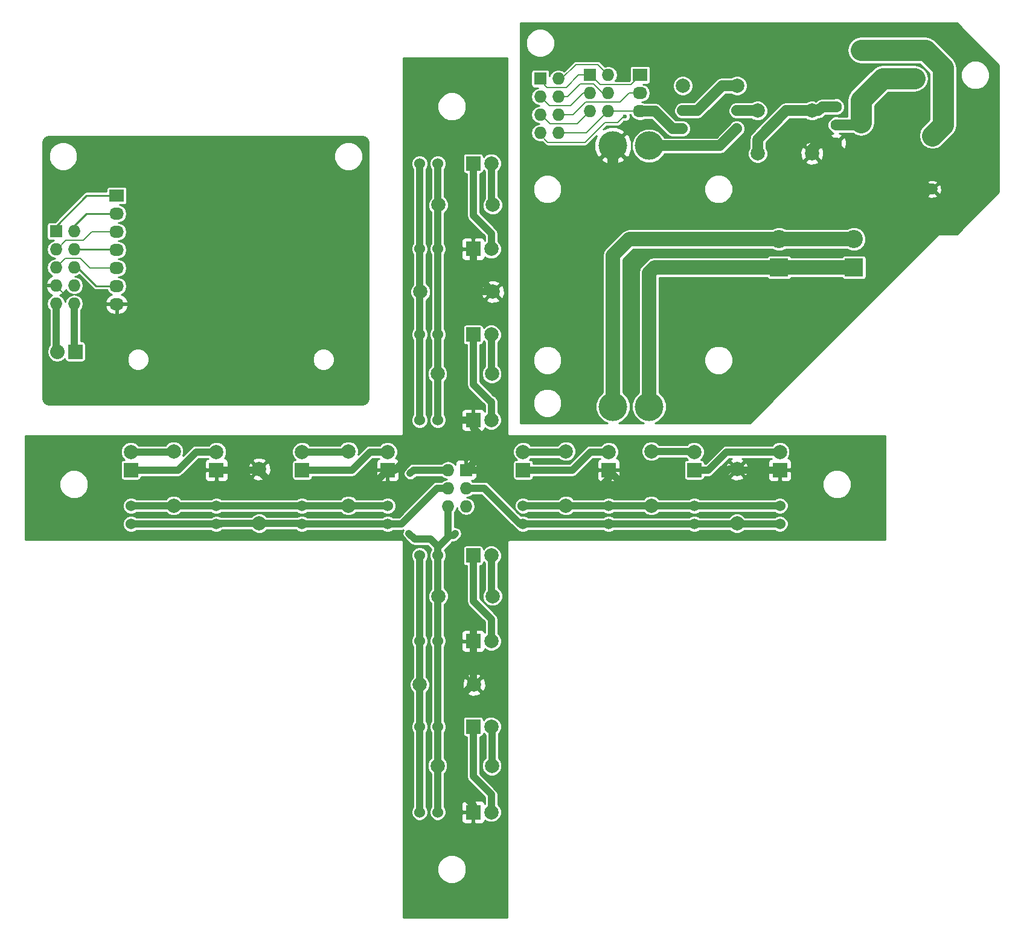
<source format=gtl>
G04 #@! TF.FileFunction,Copper,L1,Top,Signal*
%FSLAX46Y46*%
G04 Gerber Fmt 4.6, Leading zero omitted, Abs format (unit mm)*
G04 Created by KiCad (PCBNEW 4.0.1-stable) date 2016/11/09 23:27:56*
%MOMM*%
G01*
G04 APERTURE LIST*
%ADD10C,0.100000*%
%ADD11R,2.000000X2.000000*%
%ADD12C,2.000000*%
%ADD13R,1.727200X1.727200*%
%ADD14O,1.727200X1.727200*%
%ADD15C,1.524000*%
%ADD16C,1.998980*%
%ADD17C,4.000000*%
%ADD18R,1.300000X1.300000*%
%ADD19C,1.300000*%
%ADD20R,1.998980X1.998980*%
%ADD21R,2.032000X1.727200*%
%ADD22O,2.032000X1.727200*%
%ADD23R,2.550000X2.550000*%
%ADD24C,2.550000*%
%ADD25C,1.600000*%
%ADD26R,2.032000X2.032000*%
%ADD27O,2.032000X2.032000*%
%ADD28C,0.600000*%
%ADD29C,1.000000*%
%ADD30C,1.500000*%
%ADD31C,3.000000*%
%ADD32C,0.152400*%
%ADD33C,2.000000*%
%ADD34C,0.254000*%
G04 APERTURE END LIST*
D10*
D11*
X168000000Y-96000000D03*
D12*
X170540000Y-96000000D03*
D11*
X168000000Y-108000000D03*
D12*
X170540000Y-108000000D03*
D11*
X168000000Y-120000000D03*
D12*
X170540000Y-120000000D03*
D11*
X168000000Y-132000000D03*
D12*
X170540000Y-132000000D03*
D11*
X120000000Y-139000000D03*
D12*
X120000000Y-136460000D03*
D11*
X132000000Y-139000000D03*
D12*
X132000000Y-136460000D03*
D11*
X144000000Y-139000000D03*
D12*
X144000000Y-136460000D03*
D11*
X156000000Y-139000000D03*
D12*
X156000000Y-136460000D03*
D11*
X175000000Y-139000000D03*
D12*
X175000000Y-136460000D03*
D11*
X187000000Y-139000000D03*
D12*
X187000000Y-136460000D03*
D11*
X199000000Y-139000000D03*
D12*
X199000000Y-136460000D03*
D11*
X211000000Y-139000000D03*
D12*
X211000000Y-136460000D03*
D11*
X168000000Y-151000000D03*
D12*
X170540000Y-151000000D03*
D11*
X168000000Y-163000000D03*
D12*
X170540000Y-163000000D03*
D11*
X168000000Y-175000000D03*
D12*
X170540000Y-175000000D03*
D11*
X168000000Y-187000000D03*
D12*
X170540000Y-187000000D03*
D13*
X167000000Y-139000000D03*
D14*
X164460000Y-139000000D03*
X167000000Y-141540000D03*
X164460000Y-141540000D03*
X167000000Y-144080000D03*
X164460000Y-144080000D03*
D15*
X160460000Y-96000000D03*
X163000000Y-96000000D03*
X160460000Y-108000000D03*
X163000000Y-108000000D03*
X160460000Y-120000000D03*
X163000000Y-120000000D03*
X160460000Y-132000000D03*
X163000000Y-132000000D03*
X120000000Y-146540000D03*
X120000000Y-144000000D03*
X132000000Y-146540000D03*
X132000000Y-144000000D03*
X144000000Y-146540000D03*
X144000000Y-144000000D03*
X156000000Y-146540000D03*
X156000000Y-144000000D03*
X175000000Y-146540000D03*
X175000000Y-144000000D03*
X187000000Y-146540000D03*
X187000000Y-144000000D03*
X199000000Y-146540000D03*
X199000000Y-144000000D03*
X211000000Y-146540000D03*
X211000000Y-144000000D03*
X160460000Y-151000000D03*
X163000000Y-151000000D03*
X160460000Y-163000000D03*
X163000000Y-163000000D03*
X160460000Y-175000000D03*
X163000000Y-175000000D03*
X160460000Y-187000000D03*
X163000000Y-187000000D03*
D16*
X160600000Y-114000000D03*
X170760000Y-114000000D03*
X163100000Y-101800000D03*
X170720000Y-101800000D03*
X163000000Y-125500000D03*
X170620000Y-125500000D03*
X138000000Y-146500000D03*
X138000000Y-138880000D03*
X126000000Y-144000000D03*
X126000000Y-136380000D03*
X150500000Y-144000000D03*
X150500000Y-136380000D03*
X205000000Y-146500000D03*
X205000000Y-138880000D03*
X181000000Y-144000000D03*
X181000000Y-136380000D03*
X193000000Y-144000000D03*
X193000000Y-136380000D03*
X160500000Y-169100000D03*
X168120000Y-169100000D03*
X163100000Y-156700000D03*
X170720000Y-156700000D03*
X163000000Y-180500000D03*
X170620000Y-180500000D03*
D17*
X192670000Y-93520000D03*
X187590000Y-93520000D03*
X192670000Y-130110000D03*
X187590000Y-130110000D03*
D18*
X232400000Y-92100000D03*
D19*
X232400000Y-99600000D03*
D16*
X222402540Y-90260000D03*
D20*
X222402540Y-80100000D03*
D13*
X177400000Y-84100000D03*
D14*
X179940000Y-84100000D03*
X177400000Y-86640000D03*
X179940000Y-86640000D03*
X177400000Y-89180000D03*
X179940000Y-89180000D03*
X177400000Y-91720000D03*
X179940000Y-91720000D03*
D13*
X184400000Y-83600000D03*
D14*
X186940000Y-83600000D03*
X184400000Y-86140000D03*
X186940000Y-86140000D03*
X184400000Y-88680000D03*
X186940000Y-88680000D03*
D21*
X191400000Y-83600000D03*
D22*
X191400000Y-86140000D03*
X191400000Y-88680000D03*
D23*
X229900000Y-80120000D03*
D24*
X229900000Y-84080000D03*
D23*
X210900000Y-110580000D03*
D24*
X210900000Y-106620000D03*
D23*
X221400000Y-110580000D03*
D24*
X221400000Y-106620000D03*
D25*
X218900000Y-93140000D03*
X218900000Y-88060000D03*
X218900000Y-90600000D03*
D16*
X197400000Y-85100000D03*
X205020000Y-85100000D03*
X207900000Y-88600000D03*
X215520000Y-88600000D03*
X207900000Y-94600000D03*
X215520000Y-94600000D03*
D15*
X197360000Y-88600000D03*
X197360000Y-91140000D03*
X204980000Y-88600000D03*
X204980000Y-91140000D03*
D13*
X109500000Y-105500000D03*
D14*
X112040000Y-105500000D03*
X109500000Y-108040000D03*
X112040000Y-108040000D03*
X109500000Y-110580000D03*
X112040000Y-110580000D03*
X109500000Y-113120000D03*
X112040000Y-113120000D03*
X109500000Y-115660000D03*
X112040000Y-115660000D03*
D26*
X112200000Y-122400000D03*
D27*
X109660000Y-122400000D03*
D21*
X118000000Y-100500000D03*
D22*
X118000000Y-103040000D03*
X118000000Y-105580000D03*
X118000000Y-108120000D03*
X118000000Y-110660000D03*
X118000000Y-113200000D03*
X118000000Y-115740000D03*
D28*
X169600000Y-138700000D03*
X170200000Y-136600000D03*
X166800000Y-134600000D03*
X164800000Y-133600000D03*
X164800000Y-136300000D03*
X169200000Y-134300000D03*
X172300000Y-135300000D03*
X172100000Y-138500000D03*
X171700000Y-141100000D03*
X169200000Y-143900000D03*
X172600000Y-142400000D03*
X159159998Y-139500000D03*
X165500000Y-147900000D03*
X159000000Y-147900000D03*
X212900000Y-100100000D03*
X205400000Y-103600000D03*
X198900000Y-103600000D03*
X191400000Y-102600000D03*
X188900000Y-100100000D03*
X226900000Y-99100000D03*
X224400000Y-100600000D03*
X220900000Y-100100000D03*
X220900000Y-97100000D03*
X232400000Y-99600000D03*
X189300000Y-89400000D03*
D29*
X168000000Y-96000000D02*
X168000000Y-103300000D01*
X170540000Y-105840000D02*
X170540000Y-108000000D01*
X168000000Y-103300000D02*
X170540000Y-105840000D01*
X170540000Y-96000000D02*
X170540000Y-101620000D01*
X170540000Y-101620000D02*
X170720000Y-101800000D01*
X167000000Y-139000000D02*
X169300000Y-139000000D01*
X169300000Y-139000000D02*
X169600000Y-138700000D01*
X157000000Y-139000000D02*
X159700000Y-136300000D01*
X168000000Y-138000000D02*
X167000000Y-139000000D01*
X168000000Y-136900000D02*
X168000000Y-138000000D01*
X169900000Y-136900000D02*
X168000000Y-136900000D01*
X170200000Y-136600000D02*
X169900000Y-136900000D01*
X165800000Y-134600000D02*
X166800000Y-134600000D01*
X164800000Y-133600000D02*
X165800000Y-134600000D01*
X159700000Y-136300000D02*
X164800000Y-136300000D01*
X156000000Y-139000000D02*
X157000000Y-139000000D01*
X168000000Y-132000000D02*
X168000000Y-133100000D01*
X168000000Y-133100000D02*
X169200000Y-134300000D01*
X172300000Y-135300000D02*
X172100000Y-135500000D01*
X172100000Y-135500000D02*
X172100000Y-138500000D01*
X172600000Y-142400000D02*
X172600000Y-142000000D01*
X172600000Y-142000000D02*
X171700000Y-141100000D01*
X168000000Y-163000000D02*
X168000000Y-160100000D01*
X168000000Y-160100000D02*
X165500000Y-157600000D01*
X165500000Y-157600000D02*
X165500000Y-150000000D01*
X165500000Y-150000000D02*
X169200000Y-146300000D01*
X169200000Y-146300000D02*
X169200000Y-143900000D01*
X187000000Y-140200000D02*
X187000000Y-139000000D01*
X172600000Y-142400000D02*
X173500000Y-141500000D01*
X173500000Y-141500000D02*
X185700000Y-141500000D01*
X185700000Y-141500000D02*
X187000000Y-140200000D01*
X168000000Y-163000000D02*
X168000000Y-168980000D01*
X168000000Y-168980000D02*
X165580000Y-171400000D01*
X165580000Y-171400000D02*
X165580000Y-183580000D01*
X165580000Y-183580000D02*
X168000000Y-186000000D01*
X168000000Y-186000000D02*
X168000000Y-187000000D01*
X170760000Y-114000000D02*
X166900000Y-114000000D01*
X166200000Y-132000000D02*
X168000000Y-132000000D01*
X165400000Y-131200000D02*
X166200000Y-132000000D01*
X165400000Y-115500000D02*
X165400000Y-131200000D01*
X166900000Y-114000000D02*
X165400000Y-115500000D01*
X168000000Y-108000000D02*
X168000000Y-111240000D01*
X168000000Y-111240000D02*
X170760000Y-114000000D01*
X205000000Y-138880000D02*
X203920000Y-138880000D01*
X189400000Y-141400000D02*
X187000000Y-139000000D01*
X201400000Y-141400000D02*
X189400000Y-141400000D01*
X203920000Y-138880000D02*
X201400000Y-141400000D01*
X211000000Y-139000000D02*
X205120000Y-139000000D01*
X205120000Y-139000000D02*
X205000000Y-138880000D01*
X138000000Y-138880000D02*
X138000000Y-139100000D01*
X138000000Y-139100000D02*
X140400000Y-141500000D01*
X140400000Y-141500000D02*
X153500000Y-141500000D01*
X153500000Y-141500000D02*
X156000000Y-139000000D01*
X132000000Y-139000000D02*
X137880000Y-139000000D01*
X137880000Y-139000000D02*
X138000000Y-138880000D01*
X170540000Y-132000000D02*
X170540000Y-129440000D01*
X168000000Y-120000000D02*
X168000000Y-127000000D01*
X170540000Y-129440000D02*
X170500000Y-129400000D01*
X170540000Y-129540000D02*
X170540000Y-129440000D01*
X168000000Y-127000000D02*
X170540000Y-129540000D01*
X170540000Y-120000000D02*
X170540000Y-125420000D01*
X170540000Y-125420000D02*
X170620000Y-125500000D01*
X120000000Y-139000000D02*
X126600000Y-139000000D01*
X129140000Y-136460000D02*
X132000000Y-136460000D01*
X126600000Y-139000000D02*
X129140000Y-136460000D01*
X120000000Y-136460000D02*
X125920000Y-136460000D01*
X125920000Y-136460000D02*
X126000000Y-136380000D01*
X144000000Y-139000000D02*
X151000000Y-139000000D01*
X153540000Y-136460000D02*
X156000000Y-136460000D01*
X151000000Y-139000000D02*
X153540000Y-136460000D01*
X144000000Y-136460000D02*
X150420000Y-136460000D01*
X150420000Y-136460000D02*
X150500000Y-136380000D01*
X175000000Y-139000000D02*
X181900000Y-139000000D01*
X184440000Y-136460000D02*
X187000000Y-136460000D01*
X181900000Y-139000000D02*
X184440000Y-136460000D01*
X175000000Y-136460000D02*
X180920000Y-136460000D01*
X180920000Y-136460000D02*
X181000000Y-136380000D01*
X211000000Y-136460000D02*
X203540000Y-136460000D01*
X201000000Y-139000000D02*
X199000000Y-139000000D01*
X203540000Y-136460000D02*
X201000000Y-139000000D01*
X193000000Y-136380000D02*
X198920000Y-136380000D01*
X198920000Y-136380000D02*
X199000000Y-136460000D01*
X168000000Y-151000000D02*
X168000000Y-157400000D01*
X170540000Y-159940000D02*
X170540000Y-163000000D01*
X168000000Y-157400000D02*
X170540000Y-159940000D01*
X170540000Y-151000000D02*
X170540000Y-156520000D01*
X170540000Y-156520000D02*
X170720000Y-156700000D01*
X170540000Y-187000000D02*
X170540000Y-184540000D01*
X168000000Y-182000000D02*
X168000000Y-175000000D01*
X170540000Y-184540000D02*
X168000000Y-182000000D01*
X170620000Y-180500000D02*
X170620000Y-175080000D01*
X170620000Y-175080000D02*
X170540000Y-175000000D01*
X159659998Y-139000000D02*
X164460000Y-139000000D01*
X159159998Y-139500000D02*
X159659998Y-139000000D01*
X160460000Y-163000000D02*
X160460000Y-169060000D01*
X160460000Y-169060000D02*
X160460000Y-175000000D01*
X160460000Y-151000000D02*
X160460000Y-156460000D01*
X160460000Y-156460000D02*
X160460000Y-163000000D01*
X160460000Y-175000000D02*
X160460000Y-187000000D01*
X175000000Y-146540000D02*
X174540000Y-146540000D01*
X174540000Y-146540000D02*
X169540000Y-141540000D01*
X169540000Y-141540000D02*
X167000000Y-141540000D01*
X175000000Y-146540000D02*
X175000000Y-146400000D01*
X211000000Y-146540000D02*
X205040000Y-146540000D01*
X205040000Y-146540000D02*
X199000000Y-146540000D01*
X199000000Y-146540000D02*
X187000000Y-146540000D01*
X187000000Y-146540000D02*
X175000000Y-146540000D01*
X156000000Y-146540000D02*
X157960000Y-146540000D01*
X162960000Y-141540000D02*
X164460000Y-141540000D01*
X157960000Y-146540000D02*
X162960000Y-141540000D01*
X120000000Y-146540000D02*
X132660000Y-146540000D01*
X132660000Y-146540000D02*
X132000000Y-146540000D01*
X132000000Y-146540000D02*
X132040000Y-146500000D01*
X132040000Y-146500000D02*
X143960000Y-146500000D01*
X143960000Y-146500000D02*
X144000000Y-146540000D01*
X144000000Y-146540000D02*
X156000000Y-146540000D01*
X160460000Y-108000000D02*
X160460000Y-113860000D01*
X160460000Y-113860000D02*
X160460000Y-120000000D01*
X160460000Y-96000000D02*
X160460000Y-101960000D01*
X160460000Y-101960000D02*
X160460000Y-108000000D01*
X160460000Y-120000000D02*
X160460000Y-132000000D01*
X164460000Y-148200000D02*
X165200000Y-148200000D01*
X165200000Y-148200000D02*
X165500000Y-147900000D01*
X164460000Y-144080000D02*
X164460000Y-148200000D01*
X164460000Y-148200000D02*
X164460000Y-148440000D01*
X164460000Y-148440000D02*
X163000000Y-149900000D01*
X163000000Y-149700000D02*
X163000000Y-149900000D01*
X163000000Y-149900000D02*
X163000000Y-151000000D01*
X162000000Y-148700000D02*
X163000000Y-149700000D01*
X159800000Y-148700000D02*
X162000000Y-148700000D01*
X159000000Y-147900000D02*
X159800000Y-148700000D01*
X150500000Y-144000000D02*
X156000000Y-144000000D01*
X163000000Y-151000000D02*
X163000000Y-156600000D01*
X163000000Y-156600000D02*
X163000000Y-163000000D01*
X163000000Y-96000000D02*
X163000000Y-101700000D01*
X163000000Y-101700000D02*
X163000000Y-108000000D01*
X163000000Y-108000000D02*
X163000000Y-120000000D01*
X163000000Y-120000000D02*
X163000000Y-125500000D01*
X163000000Y-125500000D02*
X163000000Y-132000000D01*
X163000000Y-187000000D02*
X163000000Y-180500000D01*
X163000000Y-180500000D02*
X163000000Y-175000000D01*
X163000000Y-175000000D02*
X163000000Y-168500000D01*
X163000000Y-168500000D02*
X163000000Y-163000000D01*
X211000000Y-144000000D02*
X199000000Y-144000000D01*
X199000000Y-144000000D02*
X193000000Y-144000000D01*
X193000000Y-144000000D02*
X187000000Y-144000000D01*
X187000000Y-144000000D02*
X181000000Y-144000000D01*
X181000000Y-144000000D02*
X175000000Y-144000000D01*
X120000000Y-144000000D02*
X126000000Y-144000000D01*
X126000000Y-144000000D02*
X132000000Y-144000000D01*
X132000000Y-144000000D02*
X144000000Y-144000000D01*
X144000000Y-144000000D02*
X150500000Y-144000000D01*
D30*
X192670000Y-93520000D02*
X202600000Y-93520000D01*
X202600000Y-93520000D02*
X204980000Y-91140000D01*
D31*
X229900000Y-80120000D02*
X231420000Y-80120000D01*
X233900000Y-90600000D02*
X232400000Y-92100000D01*
X233900000Y-82600000D02*
X233900000Y-90600000D01*
X231420000Y-80120000D02*
X233900000Y-82600000D01*
X222402540Y-80100000D02*
X229880000Y-80100000D01*
X229880000Y-80100000D02*
X229900000Y-80120000D01*
D30*
X187590000Y-93520000D02*
X187590000Y-98790000D01*
X212400000Y-100600000D02*
X212900000Y-100100000D01*
X208400000Y-100600000D02*
X212400000Y-100600000D01*
X205400000Y-103600000D02*
X208400000Y-100600000D01*
X192400000Y-103600000D02*
X198900000Y-103600000D01*
X191400000Y-102600000D02*
X192400000Y-103600000D01*
X187590000Y-98790000D02*
X188900000Y-100100000D01*
X218900000Y-93140000D02*
X218900000Y-95100000D01*
X227400000Y-99600000D02*
X232400000Y-99600000D01*
X226900000Y-99100000D02*
X227400000Y-99600000D01*
X221400000Y-100600000D02*
X224400000Y-100600000D01*
X220900000Y-100100000D02*
X221400000Y-100600000D01*
X218900000Y-95100000D02*
X220900000Y-97100000D01*
X215520000Y-94600000D02*
X215520000Y-93980000D01*
X215520000Y-93980000D02*
X216360000Y-93140000D01*
X216360000Y-93140000D02*
X218900000Y-93140000D01*
X218900000Y-90600000D02*
X222062540Y-90600000D01*
X222062540Y-90600000D02*
X222402540Y-90260000D01*
D31*
X229900000Y-84080000D02*
X225420000Y-84080000D01*
X222402540Y-87097460D02*
X222402540Y-90260000D01*
X225420000Y-84080000D02*
X222402540Y-87097460D01*
D29*
X222062540Y-90600000D02*
X222402540Y-90260000D01*
D32*
X177400000Y-84100000D02*
X177400000Y-84350000D01*
X177400000Y-84350000D02*
X178400000Y-85350000D01*
X182800000Y-83600000D02*
X184400000Y-83600000D01*
X181050000Y-85350000D02*
X182800000Y-83600000D01*
X178400000Y-85350000D02*
X181050000Y-85350000D01*
X177400000Y-84100000D02*
X177900000Y-84100000D01*
X184400000Y-83600000D02*
X184500000Y-83600000D01*
X184500000Y-83600000D02*
X185800000Y-84900000D01*
X185800000Y-84900000D02*
X190100000Y-84900000D01*
X190100000Y-84900000D02*
X191400000Y-83600000D01*
X179940000Y-84100000D02*
X180400000Y-84100000D01*
X180400000Y-84100000D02*
X182400000Y-82100000D01*
X182400000Y-82100000D02*
X185440000Y-82100000D01*
X185440000Y-82100000D02*
X186940000Y-83600000D01*
X184400000Y-86140000D02*
X183410000Y-86140000D01*
X178660000Y-87900000D02*
X177400000Y-86640000D01*
X181650000Y-87900000D02*
X178660000Y-87900000D01*
X183410000Y-86140000D02*
X181650000Y-87900000D01*
X177400000Y-86640000D02*
X177400000Y-86700000D01*
X179940000Y-86640000D02*
X181210000Y-86640000D01*
X184900000Y-84850000D02*
X186190000Y-86140000D01*
X183000000Y-84850000D02*
X184900000Y-84850000D01*
X181210000Y-86640000D02*
X183000000Y-84850000D01*
X186190000Y-86140000D02*
X186940000Y-86140000D01*
X186340000Y-86140000D02*
X186940000Y-86140000D01*
X177400000Y-89180000D02*
X177480000Y-89180000D01*
X177480000Y-89180000D02*
X178750000Y-90450000D01*
X178750000Y-90450000D02*
X182630000Y-90450000D01*
X182630000Y-90450000D02*
X184400000Y-88680000D01*
X179940000Y-89180000D02*
X181999794Y-89180000D01*
X189860000Y-86140000D02*
X191400000Y-86140000D01*
X188600000Y-87400000D02*
X189860000Y-86140000D01*
X183779794Y-87400000D02*
X188600000Y-87400000D01*
X181999794Y-89180000D02*
X183779794Y-87400000D01*
X183700000Y-93050000D02*
X186500000Y-90250000D01*
X186500000Y-90250000D02*
X188300000Y-90250000D01*
X188300000Y-90250000D02*
X189150000Y-89400000D01*
X189150000Y-89400000D02*
X189300000Y-89400000D01*
X177400000Y-91720000D02*
X177400000Y-92000000D01*
X177400000Y-92000000D02*
X178450000Y-93050000D01*
X178450000Y-93050000D02*
X183700000Y-93050000D01*
X186940000Y-88680000D02*
X191400000Y-88680000D01*
X179940000Y-91720000D02*
X183900000Y-91720000D01*
X183900000Y-91720000D02*
X186940000Y-88680000D01*
D30*
X191400000Y-88680000D02*
X193480000Y-88680000D01*
X193480000Y-88680000D02*
X195940000Y-91140000D01*
X195940000Y-91140000D02*
X197360000Y-91140000D01*
D33*
X210900000Y-110580000D02*
X221400000Y-110580000D01*
X210900000Y-110580000D02*
X193420000Y-110580000D01*
X192670000Y-111330000D02*
X192670000Y-130110000D01*
X193420000Y-110580000D02*
X192670000Y-111330000D01*
X210900000Y-106620000D02*
X221400000Y-106620000D01*
X210900000Y-106620000D02*
X189880000Y-106620000D01*
X187590000Y-108910000D02*
X187590000Y-130110000D01*
X189880000Y-106620000D02*
X187590000Y-108910000D01*
D30*
X215520000Y-88600000D02*
X211900000Y-88600000D01*
X211900000Y-88600000D02*
X207900000Y-92600000D01*
X207900000Y-92600000D02*
X207900000Y-94600000D01*
X215520000Y-88600000D02*
X216400000Y-88600000D01*
X215520000Y-88600000D02*
X215520000Y-88480000D01*
X216940000Y-88060000D02*
X218900000Y-88060000D01*
X216400000Y-88600000D02*
X216940000Y-88060000D01*
X197360000Y-88600000D02*
X199400000Y-88600000D01*
X202900000Y-85100000D02*
X205020000Y-85100000D01*
X199400000Y-88600000D02*
X202900000Y-85100000D01*
X204980000Y-88600000D02*
X207900000Y-88600000D01*
D34*
X109500000Y-105500000D02*
X109500000Y-104800000D01*
X109500000Y-104800000D02*
X113800000Y-100500000D01*
X113800000Y-100500000D02*
X118000000Y-100500000D01*
X112040000Y-105500000D02*
X112040000Y-104760000D01*
X112040000Y-104760000D02*
X113760000Y-103040000D01*
X113760000Y-103040000D02*
X118000000Y-103040000D01*
D32*
X109500000Y-108040000D02*
X109660000Y-108040000D01*
X109660000Y-108040000D02*
X110900000Y-106800000D01*
X110900000Y-106800000D02*
X113300000Y-106800000D01*
X113300000Y-106800000D02*
X114520000Y-105580000D01*
X114520000Y-105580000D02*
X118000000Y-105580000D01*
D34*
X112040000Y-108040000D02*
X117920000Y-108040000D01*
X117920000Y-108040000D02*
X118000000Y-108120000D01*
D32*
X109500000Y-110580000D02*
X109520000Y-110580000D01*
X109520000Y-110580000D02*
X110800000Y-109300000D01*
X110800000Y-109300000D02*
X112900000Y-109300000D01*
X112900000Y-109300000D02*
X114260000Y-110660000D01*
X114260000Y-110660000D02*
X118000000Y-110660000D01*
D34*
X112040000Y-110580000D02*
X112480000Y-110580000D01*
X112480000Y-110580000D02*
X115100000Y-113200000D01*
X115100000Y-113200000D02*
X118000000Y-113200000D01*
D32*
X109500000Y-113120000D02*
X109500000Y-113200000D01*
X109500000Y-113200000D02*
X110700000Y-114400000D01*
X110700000Y-114400000D02*
X113500000Y-114400000D01*
X113500000Y-114400000D02*
X114840000Y-115740000D01*
X114840000Y-115740000D02*
X118000000Y-115740000D01*
D29*
X109500000Y-115660000D02*
X109500000Y-122240000D01*
X109500000Y-122240000D02*
X109660000Y-122400000D01*
X112040000Y-115660000D02*
X112040000Y-122240000D01*
X112040000Y-122240000D02*
X112200000Y-122400000D01*
D34*
G36*
X172803000Y-134000000D02*
X172817996Y-134075389D01*
X172860700Y-134139300D01*
X172924611Y-134182004D01*
X173000000Y-134197000D01*
X225803000Y-134197000D01*
X225803000Y-148803000D01*
X173000000Y-148803000D01*
X172924611Y-148817996D01*
X172860700Y-148860700D01*
X172817996Y-148924611D01*
X172803000Y-149000000D01*
X172803000Y-201803000D01*
X158197000Y-201803000D01*
X158197000Y-195401426D01*
X162972649Y-195401426D01*
X163280591Y-196146703D01*
X163850298Y-196717405D01*
X164595036Y-197026647D01*
X165401426Y-197027351D01*
X166146703Y-196719409D01*
X166717405Y-196149702D01*
X167026647Y-195404964D01*
X167027351Y-194598574D01*
X166719409Y-193853297D01*
X166149702Y-193282595D01*
X165404964Y-192973353D01*
X164598574Y-192972649D01*
X163853297Y-193280591D01*
X163282595Y-193850298D01*
X162973353Y-194595036D01*
X162972649Y-195401426D01*
X158197000Y-195401426D01*
X158197000Y-169382502D01*
X159073263Y-169382502D01*
X159289975Y-169906986D01*
X159533000Y-170150436D01*
X159533000Y-174245349D01*
X159452603Y-174325606D01*
X159271207Y-174762456D01*
X159270794Y-175235469D01*
X159451427Y-175672635D01*
X159533000Y-175754350D01*
X159533000Y-186245349D01*
X159452603Y-186325606D01*
X159271207Y-186762456D01*
X159270794Y-187235469D01*
X159451427Y-187672635D01*
X159785606Y-188007397D01*
X160222456Y-188188793D01*
X160695469Y-188189206D01*
X161132635Y-188008573D01*
X161467397Y-187674394D01*
X161648793Y-187237544D01*
X161649206Y-186764531D01*
X161468573Y-186327365D01*
X161387000Y-186245650D01*
X161387000Y-175754651D01*
X161467397Y-175674394D01*
X161648793Y-175237544D01*
X161649206Y-174764531D01*
X161468573Y-174327365D01*
X161387000Y-174245650D01*
X161387000Y-170230151D01*
X161708615Y-169909097D01*
X161926242Y-169384991D01*
X161926737Y-168817498D01*
X161710025Y-168293014D01*
X161387000Y-167969424D01*
X161387000Y-163754651D01*
X161467397Y-163674394D01*
X161648793Y-163237544D01*
X161649206Y-162764531D01*
X161468573Y-162327365D01*
X161387000Y-162245650D01*
X161387000Y-151754651D01*
X161467397Y-151674394D01*
X161648793Y-151237544D01*
X161649206Y-150764531D01*
X161468573Y-150327365D01*
X161134394Y-149992603D01*
X160697544Y-149811207D01*
X160224531Y-149810794D01*
X159787365Y-149991427D01*
X159452603Y-150325606D01*
X159271207Y-150762456D01*
X159270794Y-151235469D01*
X159451427Y-151672635D01*
X159533000Y-151754350D01*
X159533000Y-162245349D01*
X159452603Y-162325606D01*
X159271207Y-162762456D01*
X159270794Y-163235469D01*
X159451427Y-163672635D01*
X159533000Y-163754350D01*
X159533000Y-168049710D01*
X159291385Y-168290903D01*
X159073758Y-168815009D01*
X159073263Y-169382502D01*
X158197000Y-169382502D01*
X158197000Y-149000000D01*
X158182004Y-148924611D01*
X158139300Y-148860700D01*
X158075389Y-148817996D01*
X158000000Y-148803000D01*
X105197000Y-148803000D01*
X105197000Y-146775469D01*
X118810794Y-146775469D01*
X118991427Y-147212635D01*
X119325606Y-147547397D01*
X119762456Y-147728793D01*
X120235469Y-147729206D01*
X120672635Y-147548573D01*
X120754350Y-147467000D01*
X131245349Y-147467000D01*
X131325606Y-147547397D01*
X131762456Y-147728793D01*
X132235469Y-147729206D01*
X132672635Y-147548573D01*
X132777829Y-147443562D01*
X132861093Y-147427000D01*
X136909780Y-147427000D01*
X137190903Y-147708615D01*
X137715009Y-147926242D01*
X138282502Y-147926737D01*
X138806986Y-147710025D01*
X139090506Y-147427000D01*
X143205419Y-147427000D01*
X143325606Y-147547397D01*
X143762456Y-147728793D01*
X144235469Y-147729206D01*
X144672635Y-147548573D01*
X144754350Y-147467000D01*
X155245349Y-147467000D01*
X155325606Y-147547397D01*
X155762456Y-147728793D01*
X156235469Y-147729206D01*
X156672635Y-147548573D01*
X156754350Y-147467000D01*
X157960000Y-147467000D01*
X158232002Y-147412895D01*
X158143564Y-147545253D01*
X158073000Y-147900000D01*
X158143564Y-148254747D01*
X158344512Y-148555488D01*
X159144512Y-149355488D01*
X159445253Y-149556437D01*
X159800000Y-149627000D01*
X161616024Y-149627000D01*
X162073000Y-150083976D01*
X162073000Y-150245349D01*
X161992603Y-150325606D01*
X161811207Y-150762456D01*
X161810794Y-151235469D01*
X161991427Y-151672635D01*
X162073000Y-151754350D01*
X162073000Y-155709605D01*
X161891385Y-155890903D01*
X161673758Y-156415009D01*
X161673263Y-156982502D01*
X161889975Y-157506986D01*
X162073000Y-157690331D01*
X162073000Y-162245349D01*
X161992603Y-162325606D01*
X161811207Y-162762456D01*
X161810794Y-163235469D01*
X161991427Y-163672635D01*
X162073000Y-163754350D01*
X162073000Y-174245349D01*
X161992603Y-174325606D01*
X161811207Y-174762456D01*
X161810794Y-175235469D01*
X161991427Y-175672635D01*
X162073000Y-175754350D01*
X162073000Y-179409780D01*
X161791385Y-179690903D01*
X161573758Y-180215009D01*
X161573263Y-180782502D01*
X161789975Y-181306986D01*
X162073000Y-181590506D01*
X162073000Y-186245349D01*
X161992603Y-186325606D01*
X161811207Y-186762456D01*
X161810794Y-187235469D01*
X161991427Y-187672635D01*
X162325606Y-188007397D01*
X162762456Y-188188793D01*
X163235469Y-188189206D01*
X163672635Y-188008573D01*
X164007397Y-187674394D01*
X164168776Y-187285750D01*
X166365000Y-187285750D01*
X166365000Y-188126309D01*
X166461673Y-188359698D01*
X166640301Y-188538327D01*
X166873690Y-188635000D01*
X167714250Y-188635000D01*
X167873000Y-188476250D01*
X167873000Y-187127000D01*
X166523750Y-187127000D01*
X166365000Y-187285750D01*
X164168776Y-187285750D01*
X164188793Y-187237544D01*
X164189206Y-186764531D01*
X164008573Y-186327365D01*
X163927000Y-186245650D01*
X163927000Y-185873691D01*
X166365000Y-185873691D01*
X166365000Y-186714250D01*
X166523750Y-186873000D01*
X167873000Y-186873000D01*
X167873000Y-185523750D01*
X167714250Y-185365000D01*
X166873690Y-185365000D01*
X166640301Y-185461673D01*
X166461673Y-185640302D01*
X166365000Y-185873691D01*
X163927000Y-185873691D01*
X163927000Y-181590220D01*
X164208615Y-181309097D01*
X164426242Y-180784991D01*
X164426737Y-180217498D01*
X164210025Y-179693014D01*
X163927000Y-179409494D01*
X163927000Y-175754651D01*
X164007397Y-175674394D01*
X164188793Y-175237544D01*
X164189206Y-174764531D01*
X164008573Y-174327365D01*
X163927000Y-174245650D01*
X163927000Y-174000000D01*
X166564635Y-174000000D01*
X166564635Y-176000000D01*
X166594409Y-176158237D01*
X166687927Y-176303567D01*
X166830619Y-176401064D01*
X167000000Y-176435365D01*
X167073000Y-176435365D01*
X167073000Y-182000000D01*
X167143564Y-182354748D01*
X167344512Y-182655488D01*
X169613000Y-184923976D01*
X169613000Y-185820578D01*
X169538327Y-185640302D01*
X169359699Y-185461673D01*
X169126310Y-185365000D01*
X168285750Y-185365000D01*
X168127000Y-185523750D01*
X168127000Y-186873000D01*
X168147000Y-186873000D01*
X168147000Y-187127000D01*
X168127000Y-187127000D01*
X168127000Y-188476250D01*
X168285750Y-188635000D01*
X169126310Y-188635000D01*
X169359699Y-188538327D01*
X169538327Y-188359698D01*
X169635000Y-188126309D01*
X169635000Y-188113266D01*
X169730614Y-188209047D01*
X170254907Y-188426752D01*
X170822603Y-188427248D01*
X171347275Y-188210457D01*
X171749047Y-187809386D01*
X171966752Y-187285093D01*
X171967248Y-186717397D01*
X171750457Y-186192725D01*
X171467000Y-185908773D01*
X171467000Y-184540000D01*
X171396436Y-184185252D01*
X171195488Y-183884512D01*
X168927000Y-181616024D01*
X168927000Y-176435365D01*
X169000000Y-176435365D01*
X169158237Y-176405591D01*
X169303567Y-176312073D01*
X169401064Y-176169381D01*
X169435365Y-176000000D01*
X169435365Y-175913282D01*
X169693000Y-176171367D01*
X169693000Y-179409780D01*
X169411385Y-179690903D01*
X169193758Y-180215009D01*
X169193263Y-180782502D01*
X169409975Y-181306986D01*
X169810903Y-181708615D01*
X170335009Y-181926242D01*
X170902502Y-181926737D01*
X171426986Y-181710025D01*
X171828615Y-181309097D01*
X172046242Y-180784991D01*
X172046737Y-180217498D01*
X171830025Y-179693014D01*
X171547000Y-179409494D01*
X171547000Y-176011080D01*
X171749047Y-175809386D01*
X171966752Y-175285093D01*
X171967248Y-174717397D01*
X171750457Y-174192725D01*
X171349386Y-173790953D01*
X170825093Y-173573248D01*
X170257397Y-173572752D01*
X169732725Y-173789543D01*
X169435365Y-174086384D01*
X169435365Y-174000000D01*
X169405591Y-173841763D01*
X169312073Y-173696433D01*
X169169381Y-173598936D01*
X169000000Y-173564635D01*
X167000000Y-173564635D01*
X166841763Y-173594409D01*
X166696433Y-173687927D01*
X166598936Y-173830619D01*
X166564635Y-174000000D01*
X163927000Y-174000000D01*
X163927000Y-170252163D01*
X167147443Y-170252163D01*
X167246042Y-170518965D01*
X167855582Y-170745401D01*
X168505377Y-170721341D01*
X168993958Y-170518965D01*
X169092557Y-170252163D01*
X168120000Y-169279605D01*
X167147443Y-170252163D01*
X163927000Y-170252163D01*
X163927000Y-168835582D01*
X166474599Y-168835582D01*
X166498659Y-169485377D01*
X166701035Y-169973958D01*
X166967837Y-170072557D01*
X167940395Y-169100000D01*
X168299605Y-169100000D01*
X169272163Y-170072557D01*
X169538965Y-169973958D01*
X169765401Y-169364418D01*
X169741341Y-168714623D01*
X169538965Y-168226042D01*
X169272163Y-168127443D01*
X168299605Y-169100000D01*
X167940395Y-169100000D01*
X166967837Y-168127443D01*
X166701035Y-168226042D01*
X166474599Y-168835582D01*
X163927000Y-168835582D01*
X163927000Y-167947837D01*
X167147443Y-167947837D01*
X168120000Y-168920395D01*
X169092557Y-167947837D01*
X168993958Y-167681035D01*
X168384418Y-167454599D01*
X167734623Y-167478659D01*
X167246042Y-167681035D01*
X167147443Y-167947837D01*
X163927000Y-167947837D01*
X163927000Y-163754651D01*
X164007397Y-163674394D01*
X164168776Y-163285750D01*
X166365000Y-163285750D01*
X166365000Y-164126309D01*
X166461673Y-164359698D01*
X166640301Y-164538327D01*
X166873690Y-164635000D01*
X167714250Y-164635000D01*
X167873000Y-164476250D01*
X167873000Y-163127000D01*
X166523750Y-163127000D01*
X166365000Y-163285750D01*
X164168776Y-163285750D01*
X164188793Y-163237544D01*
X164189206Y-162764531D01*
X164008573Y-162327365D01*
X163927000Y-162245650D01*
X163927000Y-161873691D01*
X166365000Y-161873691D01*
X166365000Y-162714250D01*
X166523750Y-162873000D01*
X167873000Y-162873000D01*
X167873000Y-161523750D01*
X167714250Y-161365000D01*
X166873690Y-161365000D01*
X166640301Y-161461673D01*
X166461673Y-161640302D01*
X166365000Y-161873691D01*
X163927000Y-161873691D01*
X163927000Y-157890046D01*
X164308615Y-157509097D01*
X164526242Y-156984991D01*
X164526737Y-156417498D01*
X164310025Y-155893014D01*
X163927000Y-155509319D01*
X163927000Y-151754651D01*
X164007397Y-151674394D01*
X164188793Y-151237544D01*
X164189206Y-150764531D01*
X164008573Y-150327365D01*
X163946146Y-150264830D01*
X164210976Y-150000000D01*
X166564635Y-150000000D01*
X166564635Y-152000000D01*
X166594409Y-152158237D01*
X166687927Y-152303567D01*
X166830619Y-152401064D01*
X167000000Y-152435365D01*
X167073000Y-152435365D01*
X167073000Y-157400000D01*
X167143564Y-157754748D01*
X167246375Y-157908615D01*
X167344512Y-158055488D01*
X169613000Y-160323976D01*
X169613000Y-161820578D01*
X169538327Y-161640302D01*
X169359699Y-161461673D01*
X169126310Y-161365000D01*
X168285750Y-161365000D01*
X168127000Y-161523750D01*
X168127000Y-162873000D01*
X168147000Y-162873000D01*
X168147000Y-163127000D01*
X168127000Y-163127000D01*
X168127000Y-164476250D01*
X168285750Y-164635000D01*
X169126310Y-164635000D01*
X169359699Y-164538327D01*
X169538327Y-164359698D01*
X169635000Y-164126309D01*
X169635000Y-164113266D01*
X169730614Y-164209047D01*
X170254907Y-164426752D01*
X170822603Y-164427248D01*
X171347275Y-164210457D01*
X171749047Y-163809386D01*
X171966752Y-163285093D01*
X171967248Y-162717397D01*
X171750457Y-162192725D01*
X171467000Y-161908773D01*
X171467000Y-159940000D01*
X171396436Y-159585252D01*
X171195488Y-159284512D01*
X168927000Y-157016024D01*
X168927000Y-152435365D01*
X169000000Y-152435365D01*
X169158237Y-152405591D01*
X169303567Y-152312073D01*
X169401064Y-152169381D01*
X169435365Y-152000000D01*
X169435365Y-151913282D01*
X169613000Y-152091227D01*
X169613000Y-155789465D01*
X169511385Y-155890903D01*
X169293758Y-156415009D01*
X169293263Y-156982502D01*
X169509975Y-157506986D01*
X169910903Y-157908615D01*
X170435009Y-158126242D01*
X171002502Y-158126737D01*
X171526986Y-157910025D01*
X171928615Y-157509097D01*
X172146242Y-156984991D01*
X172146737Y-156417498D01*
X171930025Y-155893014D01*
X171529097Y-155491385D01*
X171467000Y-155465600D01*
X171467000Y-152090941D01*
X171749047Y-151809386D01*
X171966752Y-151285093D01*
X171967248Y-150717397D01*
X171750457Y-150192725D01*
X171349386Y-149790953D01*
X170825093Y-149573248D01*
X170257397Y-149572752D01*
X169732725Y-149789543D01*
X169435365Y-150086384D01*
X169435365Y-150000000D01*
X169405591Y-149841763D01*
X169312073Y-149696433D01*
X169169381Y-149598936D01*
X169000000Y-149564635D01*
X167000000Y-149564635D01*
X166841763Y-149594409D01*
X166696433Y-149687927D01*
X166598936Y-149830619D01*
X166564635Y-150000000D01*
X164210976Y-150000000D01*
X165083976Y-149127000D01*
X165200000Y-149127000D01*
X165554748Y-149056436D01*
X165855488Y-148855488D01*
X166155488Y-148555488D01*
X166356436Y-148254747D01*
X166427000Y-147900000D01*
X166356436Y-147545253D01*
X166155488Y-147244512D01*
X165854747Y-147043564D01*
X165500000Y-146973000D01*
X165387000Y-146995477D01*
X165387000Y-144999859D01*
X165397876Y-144992592D01*
X165677643Y-144573891D01*
X165730000Y-144310675D01*
X165782357Y-144573891D01*
X166062124Y-144992592D01*
X166480825Y-145272359D01*
X166974716Y-145370600D01*
X167025284Y-145370600D01*
X167519175Y-145272359D01*
X167937876Y-144992592D01*
X168217643Y-144573891D01*
X168315884Y-144080000D01*
X168217643Y-143586109D01*
X167937876Y-143167408D01*
X167519175Y-142887641D01*
X167128847Y-142810000D01*
X167519175Y-142732359D01*
X167916313Y-142467000D01*
X169156024Y-142467000D01*
X173884512Y-147195488D01*
X174154188Y-147375680D01*
X174325606Y-147547397D01*
X174762456Y-147728793D01*
X175235469Y-147729206D01*
X175672635Y-147548573D01*
X175754350Y-147467000D01*
X186245349Y-147467000D01*
X186325606Y-147547397D01*
X186762456Y-147728793D01*
X187235469Y-147729206D01*
X187672635Y-147548573D01*
X187754350Y-147467000D01*
X198245349Y-147467000D01*
X198325606Y-147547397D01*
X198762456Y-147728793D01*
X199235469Y-147729206D01*
X199672635Y-147548573D01*
X199754350Y-147467000D01*
X203949710Y-147467000D01*
X204190903Y-147708615D01*
X204715009Y-147926242D01*
X205282502Y-147926737D01*
X205806986Y-147710025D01*
X206050436Y-147467000D01*
X210245349Y-147467000D01*
X210325606Y-147547397D01*
X210762456Y-147728793D01*
X211235469Y-147729206D01*
X211672635Y-147548573D01*
X212007397Y-147214394D01*
X212188793Y-146777544D01*
X212189206Y-146304531D01*
X212008573Y-145867365D01*
X211674394Y-145532603D01*
X211237544Y-145351207D01*
X210764531Y-145350794D01*
X210327365Y-145531427D01*
X210245650Y-145613000D01*
X206130151Y-145613000D01*
X205809097Y-145291385D01*
X205284991Y-145073758D01*
X204717498Y-145073263D01*
X204193014Y-145289975D01*
X203869424Y-145613000D01*
X199754651Y-145613000D01*
X199674394Y-145532603D01*
X199237544Y-145351207D01*
X198764531Y-145350794D01*
X198327365Y-145531427D01*
X198245650Y-145613000D01*
X187754651Y-145613000D01*
X187674394Y-145532603D01*
X187237544Y-145351207D01*
X186764531Y-145350794D01*
X186327365Y-145531427D01*
X186245650Y-145613000D01*
X175754651Y-145613000D01*
X175674394Y-145532603D01*
X175237544Y-145351207D01*
X174764531Y-145350794D01*
X174691815Y-145380839D01*
X173546445Y-144235469D01*
X173810794Y-144235469D01*
X173991427Y-144672635D01*
X174325606Y-145007397D01*
X174762456Y-145188793D01*
X175235469Y-145189206D01*
X175672635Y-145008573D01*
X175754350Y-144927000D01*
X179909780Y-144927000D01*
X180190903Y-145208615D01*
X180715009Y-145426242D01*
X181282502Y-145426737D01*
X181806986Y-145210025D01*
X182090506Y-144927000D01*
X186245349Y-144927000D01*
X186325606Y-145007397D01*
X186762456Y-145188793D01*
X187235469Y-145189206D01*
X187672635Y-145008573D01*
X187754350Y-144927000D01*
X191909780Y-144927000D01*
X192190903Y-145208615D01*
X192715009Y-145426242D01*
X193282502Y-145426737D01*
X193806986Y-145210025D01*
X194090506Y-144927000D01*
X198245349Y-144927000D01*
X198325606Y-145007397D01*
X198762456Y-145188793D01*
X199235469Y-145189206D01*
X199672635Y-145008573D01*
X199754350Y-144927000D01*
X210245349Y-144927000D01*
X210325606Y-145007397D01*
X210762456Y-145188793D01*
X211235469Y-145189206D01*
X211672635Y-145008573D01*
X212007397Y-144674394D01*
X212188793Y-144237544D01*
X212189206Y-143764531D01*
X212008573Y-143327365D01*
X211674394Y-142992603D01*
X211237544Y-142811207D01*
X210764531Y-142810794D01*
X210327365Y-142991427D01*
X210245650Y-143073000D01*
X199754651Y-143073000D01*
X199674394Y-142992603D01*
X199237544Y-142811207D01*
X198764531Y-142810794D01*
X198327365Y-142991427D01*
X198245650Y-143073000D01*
X194090220Y-143073000D01*
X193809097Y-142791385D01*
X193284991Y-142573758D01*
X192717498Y-142573263D01*
X192193014Y-142789975D01*
X191909494Y-143073000D01*
X187754651Y-143073000D01*
X187674394Y-142992603D01*
X187237544Y-142811207D01*
X186764531Y-142810794D01*
X186327365Y-142991427D01*
X186245650Y-143073000D01*
X182090220Y-143073000D01*
X181809097Y-142791385D01*
X181284991Y-142573758D01*
X180717498Y-142573263D01*
X180193014Y-142789975D01*
X179909494Y-143073000D01*
X175754651Y-143073000D01*
X175674394Y-142992603D01*
X175237544Y-142811207D01*
X174764531Y-142810794D01*
X174327365Y-142991427D01*
X173992603Y-143325606D01*
X173811207Y-143762456D01*
X173810794Y-144235469D01*
X173546445Y-144235469D01*
X170712402Y-141401426D01*
X216972649Y-141401426D01*
X217280591Y-142146703D01*
X217850298Y-142717405D01*
X218595036Y-143026647D01*
X219401426Y-143027351D01*
X220146703Y-142719409D01*
X220717405Y-142149702D01*
X221026647Y-141404964D01*
X221027351Y-140598574D01*
X220719409Y-139853297D01*
X220149702Y-139282595D01*
X219404964Y-138973353D01*
X218598574Y-138972649D01*
X217853297Y-139280591D01*
X217282595Y-139850298D01*
X216973353Y-140595036D01*
X216972649Y-141401426D01*
X170712402Y-141401426D01*
X170195488Y-140884512D01*
X169894748Y-140683564D01*
X169540000Y-140613000D01*
X167916313Y-140613000D01*
X167745101Y-140498600D01*
X167989909Y-140498600D01*
X168223298Y-140401927D01*
X168401927Y-140223299D01*
X168498600Y-139989910D01*
X168498600Y-139285750D01*
X168339850Y-139127000D01*
X167127000Y-139127000D01*
X167127000Y-139147000D01*
X166873000Y-139147000D01*
X166873000Y-139127000D01*
X166853000Y-139127000D01*
X166853000Y-138873000D01*
X166873000Y-138873000D01*
X166873000Y-137660150D01*
X167127000Y-137660150D01*
X167127000Y-138873000D01*
X168339850Y-138873000D01*
X168498600Y-138714250D01*
X168498600Y-138010090D01*
X168494421Y-138000000D01*
X173564635Y-138000000D01*
X173564635Y-140000000D01*
X173594409Y-140158237D01*
X173687927Y-140303567D01*
X173830619Y-140401064D01*
X174000000Y-140435365D01*
X176000000Y-140435365D01*
X176158237Y-140405591D01*
X176303567Y-140312073D01*
X176401064Y-140169381D01*
X176435365Y-140000000D01*
X176435365Y-139927000D01*
X181900000Y-139927000D01*
X182254748Y-139856436D01*
X182555488Y-139655488D01*
X182925226Y-139285750D01*
X185365000Y-139285750D01*
X185365000Y-140126310D01*
X185461673Y-140359699D01*
X185640302Y-140538327D01*
X185873691Y-140635000D01*
X186714250Y-140635000D01*
X186873000Y-140476250D01*
X186873000Y-139127000D01*
X187127000Y-139127000D01*
X187127000Y-140476250D01*
X187285750Y-140635000D01*
X188126309Y-140635000D01*
X188359698Y-140538327D01*
X188538327Y-140359699D01*
X188635000Y-140126310D01*
X188635000Y-139285750D01*
X188476250Y-139127000D01*
X187127000Y-139127000D01*
X186873000Y-139127000D01*
X185523750Y-139127000D01*
X185365000Y-139285750D01*
X182925226Y-139285750D01*
X184823976Y-137387000D01*
X185820578Y-137387000D01*
X185640302Y-137461673D01*
X185461673Y-137640301D01*
X185365000Y-137873690D01*
X185365000Y-138714250D01*
X185523750Y-138873000D01*
X186873000Y-138873000D01*
X186873000Y-138853000D01*
X187127000Y-138853000D01*
X187127000Y-138873000D01*
X188476250Y-138873000D01*
X188635000Y-138714250D01*
X188635000Y-137873690D01*
X188538327Y-137640301D01*
X188359698Y-137461673D01*
X188126309Y-137365000D01*
X188113266Y-137365000D01*
X188209047Y-137269386D01*
X188426752Y-136745093D01*
X188426824Y-136662502D01*
X191573263Y-136662502D01*
X191789975Y-137186986D01*
X192190903Y-137588615D01*
X192715009Y-137806242D01*
X193282502Y-137806737D01*
X193806986Y-137590025D01*
X194090506Y-137307000D01*
X197829199Y-137307000D01*
X198086384Y-137564635D01*
X198000000Y-137564635D01*
X197841763Y-137594409D01*
X197696433Y-137687927D01*
X197598936Y-137830619D01*
X197564635Y-138000000D01*
X197564635Y-140000000D01*
X197594409Y-140158237D01*
X197687927Y-140303567D01*
X197830619Y-140401064D01*
X198000000Y-140435365D01*
X200000000Y-140435365D01*
X200158237Y-140405591D01*
X200303567Y-140312073D01*
X200401064Y-140169381D01*
X200428851Y-140032163D01*
X204027443Y-140032163D01*
X204126042Y-140298965D01*
X204735582Y-140525401D01*
X205385377Y-140501341D01*
X205873958Y-140298965D01*
X205972557Y-140032163D01*
X205000000Y-139059605D01*
X204027443Y-140032163D01*
X200428851Y-140032163D01*
X200435365Y-140000000D01*
X200435365Y-139927000D01*
X201000000Y-139927000D01*
X201354748Y-139856436D01*
X201655488Y-139655488D01*
X202695394Y-138615582D01*
X203354599Y-138615582D01*
X203378659Y-139265377D01*
X203581035Y-139753958D01*
X203847837Y-139852557D01*
X204820395Y-138880000D01*
X205179605Y-138880000D01*
X206152163Y-139852557D01*
X206418965Y-139753958D01*
X206592898Y-139285750D01*
X209365000Y-139285750D01*
X209365000Y-140126310D01*
X209461673Y-140359699D01*
X209640302Y-140538327D01*
X209873691Y-140635000D01*
X210714250Y-140635000D01*
X210873000Y-140476250D01*
X210873000Y-139127000D01*
X211127000Y-139127000D01*
X211127000Y-140476250D01*
X211285750Y-140635000D01*
X212126309Y-140635000D01*
X212359698Y-140538327D01*
X212538327Y-140359699D01*
X212635000Y-140126310D01*
X212635000Y-139285750D01*
X212476250Y-139127000D01*
X211127000Y-139127000D01*
X210873000Y-139127000D01*
X209523750Y-139127000D01*
X209365000Y-139285750D01*
X206592898Y-139285750D01*
X206645401Y-139144418D01*
X206621341Y-138494623D01*
X206418965Y-138006042D01*
X206152163Y-137907443D01*
X205179605Y-138880000D01*
X204820395Y-138880000D01*
X203847837Y-137907443D01*
X203581035Y-138006042D01*
X203354599Y-138615582D01*
X202695394Y-138615582D01*
X203923976Y-137387000D01*
X204304779Y-137387000D01*
X204126042Y-137461035D01*
X204027443Y-137727837D01*
X205000000Y-138700395D01*
X205972557Y-137727837D01*
X205873958Y-137461035D01*
X205674664Y-137387000D01*
X209820578Y-137387000D01*
X209640302Y-137461673D01*
X209461673Y-137640301D01*
X209365000Y-137873690D01*
X209365000Y-138714250D01*
X209523750Y-138873000D01*
X210873000Y-138873000D01*
X210873000Y-138853000D01*
X211127000Y-138853000D01*
X211127000Y-138873000D01*
X212476250Y-138873000D01*
X212635000Y-138714250D01*
X212635000Y-137873690D01*
X212538327Y-137640301D01*
X212359698Y-137461673D01*
X212126309Y-137365000D01*
X212113266Y-137365000D01*
X212209047Y-137269386D01*
X212426752Y-136745093D01*
X212427248Y-136177397D01*
X212210457Y-135652725D01*
X211809386Y-135250953D01*
X211285093Y-135033248D01*
X210717397Y-135032752D01*
X210192725Y-135249543D01*
X209908773Y-135533000D01*
X203540000Y-135533000D01*
X203185252Y-135603564D01*
X202884512Y-135804512D01*
X200616024Y-138073000D01*
X200435365Y-138073000D01*
X200435365Y-138000000D01*
X200405591Y-137841763D01*
X200312073Y-137696433D01*
X200169381Y-137598936D01*
X200000000Y-137564635D01*
X199913282Y-137564635D01*
X200209047Y-137269386D01*
X200426752Y-136745093D01*
X200427248Y-136177397D01*
X200210457Y-135652725D01*
X199809386Y-135250953D01*
X199285093Y-135033248D01*
X198717397Y-135032752D01*
X198192725Y-135249543D01*
X197988912Y-135453000D01*
X194090220Y-135453000D01*
X193809097Y-135171385D01*
X193284991Y-134953758D01*
X192717498Y-134953263D01*
X192193014Y-135169975D01*
X191791385Y-135570903D01*
X191573758Y-136095009D01*
X191573263Y-136662502D01*
X188426824Y-136662502D01*
X188427248Y-136177397D01*
X188210457Y-135652725D01*
X187809386Y-135250953D01*
X187285093Y-135033248D01*
X186717397Y-135032752D01*
X186192725Y-135249543D01*
X185908773Y-135533000D01*
X184440000Y-135533000D01*
X184085252Y-135603564D01*
X183784512Y-135804512D01*
X181516024Y-138073000D01*
X176435365Y-138073000D01*
X176435365Y-138000000D01*
X176405591Y-137841763D01*
X176312073Y-137696433D01*
X176169381Y-137598936D01*
X176000000Y-137564635D01*
X175913282Y-137564635D01*
X176091227Y-137387000D01*
X179989640Y-137387000D01*
X180190903Y-137588615D01*
X180715009Y-137806242D01*
X181282502Y-137806737D01*
X181806986Y-137590025D01*
X182208615Y-137189097D01*
X182426242Y-136664991D01*
X182426737Y-136097498D01*
X182210025Y-135573014D01*
X181809097Y-135171385D01*
X181284991Y-134953758D01*
X180717498Y-134953263D01*
X180193014Y-135169975D01*
X179829354Y-135533000D01*
X176090941Y-135533000D01*
X175809386Y-135250953D01*
X175285093Y-135033248D01*
X174717397Y-135032752D01*
X174192725Y-135249543D01*
X173790953Y-135650614D01*
X173573248Y-136174907D01*
X173572752Y-136742603D01*
X173789543Y-137267275D01*
X174086384Y-137564635D01*
X174000000Y-137564635D01*
X173841763Y-137594409D01*
X173696433Y-137687927D01*
X173598936Y-137830619D01*
X173564635Y-138000000D01*
X168494421Y-138000000D01*
X168401927Y-137776701D01*
X168223298Y-137598073D01*
X167989909Y-137501400D01*
X167285750Y-137501400D01*
X167127000Y-137660150D01*
X166873000Y-137660150D01*
X166714250Y-137501400D01*
X166010091Y-137501400D01*
X165776702Y-137598073D01*
X165598073Y-137776701D01*
X165501400Y-138010090D01*
X165501400Y-138242343D01*
X165397876Y-138087408D01*
X164979175Y-137807641D01*
X164485284Y-137709400D01*
X164434716Y-137709400D01*
X163940825Y-137807641D01*
X163543687Y-138073000D01*
X159659998Y-138073000D01*
X159305251Y-138143563D01*
X159004510Y-138344512D01*
X158504510Y-138844512D01*
X158303562Y-139145253D01*
X158232998Y-139500000D01*
X158303562Y-139854747D01*
X158504510Y-140155488D01*
X158805251Y-140356436D01*
X159159998Y-140427000D01*
X159514745Y-140356436D01*
X159815486Y-140155488D01*
X160043974Y-139927000D01*
X163543687Y-139927000D01*
X163940825Y-140192359D01*
X164331153Y-140270000D01*
X163940825Y-140347641D01*
X163543687Y-140613000D01*
X162960000Y-140613000D01*
X162605253Y-140683563D01*
X162304512Y-140884512D01*
X157576024Y-145613000D01*
X156754651Y-145613000D01*
X156674394Y-145532603D01*
X156237544Y-145351207D01*
X155764531Y-145350794D01*
X155327365Y-145531427D01*
X155245650Y-145613000D01*
X144754651Y-145613000D01*
X144674394Y-145532603D01*
X144237544Y-145351207D01*
X143764531Y-145350794D01*
X143327365Y-145531427D01*
X143285719Y-145573000D01*
X139090220Y-145573000D01*
X138809097Y-145291385D01*
X138284991Y-145073758D01*
X137717498Y-145073263D01*
X137193014Y-145289975D01*
X136909494Y-145573000D01*
X132714721Y-145573000D01*
X132674394Y-145532603D01*
X132237544Y-145351207D01*
X131764531Y-145350794D01*
X131327365Y-145531427D01*
X131245650Y-145613000D01*
X120754651Y-145613000D01*
X120674394Y-145532603D01*
X120237544Y-145351207D01*
X119764531Y-145350794D01*
X119327365Y-145531427D01*
X118992603Y-145865606D01*
X118811207Y-146302456D01*
X118810794Y-146775469D01*
X105197000Y-146775469D01*
X105197000Y-144235469D01*
X118810794Y-144235469D01*
X118991427Y-144672635D01*
X119325606Y-145007397D01*
X119762456Y-145188793D01*
X120235469Y-145189206D01*
X120672635Y-145008573D01*
X120754350Y-144927000D01*
X124909780Y-144927000D01*
X125190903Y-145208615D01*
X125715009Y-145426242D01*
X126282502Y-145426737D01*
X126806986Y-145210025D01*
X127090506Y-144927000D01*
X131245349Y-144927000D01*
X131325606Y-145007397D01*
X131762456Y-145188793D01*
X132235469Y-145189206D01*
X132672635Y-145008573D01*
X132754350Y-144927000D01*
X143245349Y-144927000D01*
X143325606Y-145007397D01*
X143762456Y-145188793D01*
X144235469Y-145189206D01*
X144672635Y-145008573D01*
X144754350Y-144927000D01*
X149409780Y-144927000D01*
X149690903Y-145208615D01*
X150215009Y-145426242D01*
X150782502Y-145426737D01*
X151306986Y-145210025D01*
X151590506Y-144927000D01*
X155245349Y-144927000D01*
X155325606Y-145007397D01*
X155762456Y-145188793D01*
X156235469Y-145189206D01*
X156672635Y-145008573D01*
X157007397Y-144674394D01*
X157188793Y-144237544D01*
X157189206Y-143764531D01*
X157008573Y-143327365D01*
X156674394Y-142992603D01*
X156237544Y-142811207D01*
X155764531Y-142810794D01*
X155327365Y-142991427D01*
X155245650Y-143073000D01*
X151590220Y-143073000D01*
X151309097Y-142791385D01*
X150784991Y-142573758D01*
X150217498Y-142573263D01*
X149693014Y-142789975D01*
X149409494Y-143073000D01*
X144754651Y-143073000D01*
X144674394Y-142992603D01*
X144237544Y-142811207D01*
X143764531Y-142810794D01*
X143327365Y-142991427D01*
X143245650Y-143073000D01*
X132754651Y-143073000D01*
X132674394Y-142992603D01*
X132237544Y-142811207D01*
X131764531Y-142810794D01*
X131327365Y-142991427D01*
X131245650Y-143073000D01*
X127090220Y-143073000D01*
X126809097Y-142791385D01*
X126284991Y-142573758D01*
X125717498Y-142573263D01*
X125193014Y-142789975D01*
X124909494Y-143073000D01*
X120754651Y-143073000D01*
X120674394Y-142992603D01*
X120237544Y-142811207D01*
X119764531Y-142810794D01*
X119327365Y-142991427D01*
X118992603Y-143325606D01*
X118811207Y-143762456D01*
X118810794Y-144235469D01*
X105197000Y-144235469D01*
X105197000Y-141401426D01*
X109972649Y-141401426D01*
X110280591Y-142146703D01*
X110850298Y-142717405D01*
X111595036Y-143026647D01*
X112401426Y-143027351D01*
X113146703Y-142719409D01*
X113717405Y-142149702D01*
X114026647Y-141404964D01*
X114027351Y-140598574D01*
X113719409Y-139853297D01*
X113149702Y-139282595D01*
X112404964Y-138973353D01*
X111598574Y-138972649D01*
X110853297Y-139280591D01*
X110282595Y-139850298D01*
X109973353Y-140595036D01*
X109972649Y-141401426D01*
X105197000Y-141401426D01*
X105197000Y-138000000D01*
X118564635Y-138000000D01*
X118564635Y-140000000D01*
X118594409Y-140158237D01*
X118687927Y-140303567D01*
X118830619Y-140401064D01*
X119000000Y-140435365D01*
X121000000Y-140435365D01*
X121158237Y-140405591D01*
X121303567Y-140312073D01*
X121401064Y-140169381D01*
X121435365Y-140000000D01*
X121435365Y-139927000D01*
X126600000Y-139927000D01*
X126954748Y-139856436D01*
X127255488Y-139655488D01*
X127625226Y-139285750D01*
X130365000Y-139285750D01*
X130365000Y-140126310D01*
X130461673Y-140359699D01*
X130640302Y-140538327D01*
X130873691Y-140635000D01*
X131714250Y-140635000D01*
X131873000Y-140476250D01*
X131873000Y-139127000D01*
X132127000Y-139127000D01*
X132127000Y-140476250D01*
X132285750Y-140635000D01*
X133126309Y-140635000D01*
X133359698Y-140538327D01*
X133538327Y-140359699D01*
X133635000Y-140126310D01*
X133635000Y-140032163D01*
X137027443Y-140032163D01*
X137126042Y-140298965D01*
X137735582Y-140525401D01*
X138385377Y-140501341D01*
X138873958Y-140298965D01*
X138972557Y-140032163D01*
X138000000Y-139059605D01*
X137027443Y-140032163D01*
X133635000Y-140032163D01*
X133635000Y-139285750D01*
X133476250Y-139127000D01*
X132127000Y-139127000D01*
X131873000Y-139127000D01*
X130523750Y-139127000D01*
X130365000Y-139285750D01*
X127625226Y-139285750D01*
X129523976Y-137387000D01*
X130820578Y-137387000D01*
X130640302Y-137461673D01*
X130461673Y-137640301D01*
X130365000Y-137873690D01*
X130365000Y-138714250D01*
X130523750Y-138873000D01*
X131873000Y-138873000D01*
X131873000Y-138853000D01*
X132127000Y-138853000D01*
X132127000Y-138873000D01*
X133476250Y-138873000D01*
X133635000Y-138714250D01*
X133635000Y-138615582D01*
X136354599Y-138615582D01*
X136378659Y-139265377D01*
X136581035Y-139753958D01*
X136847837Y-139852557D01*
X137820395Y-138880000D01*
X138179605Y-138880000D01*
X139152163Y-139852557D01*
X139418965Y-139753958D01*
X139645401Y-139144418D01*
X139621341Y-138494623D01*
X139418965Y-138006042D01*
X139402616Y-138000000D01*
X142564635Y-138000000D01*
X142564635Y-140000000D01*
X142594409Y-140158237D01*
X142687927Y-140303567D01*
X142830619Y-140401064D01*
X143000000Y-140435365D01*
X145000000Y-140435365D01*
X145158237Y-140405591D01*
X145303567Y-140312073D01*
X145401064Y-140169381D01*
X145435365Y-140000000D01*
X145435365Y-139927000D01*
X151000000Y-139927000D01*
X151354748Y-139856436D01*
X151655488Y-139655488D01*
X152025226Y-139285750D01*
X154365000Y-139285750D01*
X154365000Y-140126310D01*
X154461673Y-140359699D01*
X154640302Y-140538327D01*
X154873691Y-140635000D01*
X155714250Y-140635000D01*
X155873000Y-140476250D01*
X155873000Y-139127000D01*
X156127000Y-139127000D01*
X156127000Y-140476250D01*
X156285750Y-140635000D01*
X157126309Y-140635000D01*
X157359698Y-140538327D01*
X157538327Y-140359699D01*
X157635000Y-140126310D01*
X157635000Y-139285750D01*
X157476250Y-139127000D01*
X156127000Y-139127000D01*
X155873000Y-139127000D01*
X154523750Y-139127000D01*
X154365000Y-139285750D01*
X152025226Y-139285750D01*
X153923976Y-137387000D01*
X154820578Y-137387000D01*
X154640302Y-137461673D01*
X154461673Y-137640301D01*
X154365000Y-137873690D01*
X154365000Y-138714250D01*
X154523750Y-138873000D01*
X155873000Y-138873000D01*
X155873000Y-138853000D01*
X156127000Y-138853000D01*
X156127000Y-138873000D01*
X157476250Y-138873000D01*
X157635000Y-138714250D01*
X157635000Y-137873690D01*
X157538327Y-137640301D01*
X157359698Y-137461673D01*
X157126309Y-137365000D01*
X157113266Y-137365000D01*
X157209047Y-137269386D01*
X157426752Y-136745093D01*
X157427248Y-136177397D01*
X157210457Y-135652725D01*
X156809386Y-135250953D01*
X156285093Y-135033248D01*
X155717397Y-135032752D01*
X155192725Y-135249543D01*
X154908773Y-135533000D01*
X153540000Y-135533000D01*
X153185252Y-135603564D01*
X152884512Y-135804512D01*
X151856802Y-136832222D01*
X151926242Y-136664991D01*
X151926737Y-136097498D01*
X151710025Y-135573014D01*
X151309097Y-135171385D01*
X150784991Y-134953758D01*
X150217498Y-134953263D01*
X149693014Y-135169975D01*
X149329354Y-135533000D01*
X145090941Y-135533000D01*
X144809386Y-135250953D01*
X144285093Y-135033248D01*
X143717397Y-135032752D01*
X143192725Y-135249543D01*
X142790953Y-135650614D01*
X142573248Y-136174907D01*
X142572752Y-136742603D01*
X142789543Y-137267275D01*
X143086384Y-137564635D01*
X143000000Y-137564635D01*
X142841763Y-137594409D01*
X142696433Y-137687927D01*
X142598936Y-137830619D01*
X142564635Y-138000000D01*
X139402616Y-138000000D01*
X139152163Y-137907443D01*
X138179605Y-138880000D01*
X137820395Y-138880000D01*
X136847837Y-137907443D01*
X136581035Y-138006042D01*
X136354599Y-138615582D01*
X133635000Y-138615582D01*
X133635000Y-137873690D01*
X133574586Y-137727837D01*
X137027443Y-137727837D01*
X138000000Y-138700395D01*
X138972557Y-137727837D01*
X138873958Y-137461035D01*
X138264418Y-137234599D01*
X137614623Y-137258659D01*
X137126042Y-137461035D01*
X137027443Y-137727837D01*
X133574586Y-137727837D01*
X133538327Y-137640301D01*
X133359698Y-137461673D01*
X133126309Y-137365000D01*
X133113266Y-137365000D01*
X133209047Y-137269386D01*
X133426752Y-136745093D01*
X133427248Y-136177397D01*
X133210457Y-135652725D01*
X132809386Y-135250953D01*
X132285093Y-135033248D01*
X131717397Y-135032752D01*
X131192725Y-135249543D01*
X130908773Y-135533000D01*
X129140000Y-135533000D01*
X128785252Y-135603564D01*
X128484512Y-135804512D01*
X127285793Y-137003231D01*
X127426242Y-136664991D01*
X127426737Y-136097498D01*
X127210025Y-135573014D01*
X126809097Y-135171385D01*
X126284991Y-134953758D01*
X125717498Y-134953263D01*
X125193014Y-135169975D01*
X124829354Y-135533000D01*
X121090941Y-135533000D01*
X120809386Y-135250953D01*
X120285093Y-135033248D01*
X119717397Y-135032752D01*
X119192725Y-135249543D01*
X118790953Y-135650614D01*
X118573248Y-136174907D01*
X118572752Y-136742603D01*
X118789543Y-137267275D01*
X119086384Y-137564635D01*
X119000000Y-137564635D01*
X118841763Y-137594409D01*
X118696433Y-137687927D01*
X118598936Y-137830619D01*
X118564635Y-138000000D01*
X105197000Y-138000000D01*
X105197000Y-134197000D01*
X158000000Y-134197000D01*
X158075389Y-134182004D01*
X158139300Y-134139300D01*
X158182004Y-134075389D01*
X158197000Y-134000000D01*
X158197000Y-114282502D01*
X159173263Y-114282502D01*
X159389975Y-114806986D01*
X159533000Y-114950261D01*
X159533000Y-119245349D01*
X159452603Y-119325606D01*
X159271207Y-119762456D01*
X159270794Y-120235469D01*
X159451427Y-120672635D01*
X159533000Y-120754350D01*
X159533000Y-131245349D01*
X159452603Y-131325606D01*
X159271207Y-131762456D01*
X159270794Y-132235469D01*
X159451427Y-132672635D01*
X159785606Y-133007397D01*
X160222456Y-133188793D01*
X160695469Y-133189206D01*
X161132635Y-133008573D01*
X161467397Y-132674394D01*
X161648793Y-132237544D01*
X161649206Y-131764531D01*
X161468573Y-131327365D01*
X161387000Y-131245650D01*
X161387000Y-125782502D01*
X161573263Y-125782502D01*
X161789975Y-126306986D01*
X162073000Y-126590506D01*
X162073000Y-131245349D01*
X161992603Y-131325606D01*
X161811207Y-131762456D01*
X161810794Y-132235469D01*
X161991427Y-132672635D01*
X162325606Y-133007397D01*
X162762456Y-133188793D01*
X163235469Y-133189206D01*
X163672635Y-133008573D01*
X164007397Y-132674394D01*
X164168776Y-132285750D01*
X166365000Y-132285750D01*
X166365000Y-133126309D01*
X166461673Y-133359698D01*
X166640301Y-133538327D01*
X166873690Y-133635000D01*
X167714250Y-133635000D01*
X167873000Y-133476250D01*
X167873000Y-132127000D01*
X166523750Y-132127000D01*
X166365000Y-132285750D01*
X164168776Y-132285750D01*
X164188793Y-132237544D01*
X164189206Y-131764531D01*
X164008573Y-131327365D01*
X163927000Y-131245650D01*
X163927000Y-130873691D01*
X166365000Y-130873691D01*
X166365000Y-131714250D01*
X166523750Y-131873000D01*
X167873000Y-131873000D01*
X167873000Y-130523750D01*
X167714250Y-130365000D01*
X166873690Y-130365000D01*
X166640301Y-130461673D01*
X166461673Y-130640302D01*
X166365000Y-130873691D01*
X163927000Y-130873691D01*
X163927000Y-126590220D01*
X164208615Y-126309097D01*
X164426242Y-125784991D01*
X164426737Y-125217498D01*
X164210025Y-124693014D01*
X163927000Y-124409494D01*
X163927000Y-120754651D01*
X164007397Y-120674394D01*
X164188793Y-120237544D01*
X164189206Y-119764531D01*
X164008573Y-119327365D01*
X163927000Y-119245650D01*
X163927000Y-119000000D01*
X166564635Y-119000000D01*
X166564635Y-121000000D01*
X166594409Y-121158237D01*
X166687927Y-121303567D01*
X166830619Y-121401064D01*
X167000000Y-121435365D01*
X167073000Y-121435365D01*
X167073000Y-127000000D01*
X167143564Y-127354748D01*
X167344512Y-127655488D01*
X169613000Y-129923976D01*
X169613000Y-130820578D01*
X169538327Y-130640302D01*
X169359699Y-130461673D01*
X169126310Y-130365000D01*
X168285750Y-130365000D01*
X168127000Y-130523750D01*
X168127000Y-131873000D01*
X168147000Y-131873000D01*
X168147000Y-132127000D01*
X168127000Y-132127000D01*
X168127000Y-133476250D01*
X168285750Y-133635000D01*
X169126310Y-133635000D01*
X169359699Y-133538327D01*
X169538327Y-133359698D01*
X169635000Y-133126309D01*
X169635000Y-133113266D01*
X169730614Y-133209047D01*
X170254907Y-133426752D01*
X170822603Y-133427248D01*
X171347275Y-133210457D01*
X171749047Y-132809386D01*
X171966752Y-132285093D01*
X171967248Y-131717397D01*
X171750457Y-131192725D01*
X171467000Y-130908773D01*
X171467000Y-129440000D01*
X171396437Y-129085253D01*
X171195488Y-128784512D01*
X171155488Y-128744512D01*
X170854747Y-128543564D01*
X170854489Y-128543513D01*
X168927000Y-126616024D01*
X168927000Y-121435365D01*
X169000000Y-121435365D01*
X169158237Y-121405591D01*
X169303567Y-121312073D01*
X169401064Y-121169381D01*
X169435365Y-121000000D01*
X169435365Y-120913282D01*
X169613000Y-121091227D01*
X169613000Y-124489640D01*
X169411385Y-124690903D01*
X169193758Y-125215009D01*
X169193263Y-125782502D01*
X169409975Y-126306986D01*
X169810903Y-126708615D01*
X170335009Y-126926242D01*
X170902502Y-126926737D01*
X171426986Y-126710025D01*
X171828615Y-126309097D01*
X172046242Y-125784991D01*
X172046737Y-125217498D01*
X171830025Y-124693014D01*
X171467000Y-124329354D01*
X171467000Y-121090941D01*
X171749047Y-120809386D01*
X171966752Y-120285093D01*
X171967248Y-119717397D01*
X171750457Y-119192725D01*
X171349386Y-118790953D01*
X170825093Y-118573248D01*
X170257397Y-118572752D01*
X169732725Y-118789543D01*
X169435365Y-119086384D01*
X169435365Y-119000000D01*
X169405591Y-118841763D01*
X169312073Y-118696433D01*
X169169381Y-118598936D01*
X169000000Y-118564635D01*
X167000000Y-118564635D01*
X166841763Y-118594409D01*
X166696433Y-118687927D01*
X166598936Y-118830619D01*
X166564635Y-119000000D01*
X163927000Y-119000000D01*
X163927000Y-115152163D01*
X169787443Y-115152163D01*
X169886042Y-115418965D01*
X170495582Y-115645401D01*
X171145377Y-115621341D01*
X171633958Y-115418965D01*
X171732557Y-115152163D01*
X170760000Y-114179605D01*
X169787443Y-115152163D01*
X163927000Y-115152163D01*
X163927000Y-113735582D01*
X169114599Y-113735582D01*
X169138659Y-114385377D01*
X169341035Y-114873958D01*
X169607837Y-114972557D01*
X170580395Y-114000000D01*
X170939605Y-114000000D01*
X171912163Y-114972557D01*
X172178965Y-114873958D01*
X172405401Y-114264418D01*
X172381341Y-113614623D01*
X172178965Y-113126042D01*
X171912163Y-113027443D01*
X170939605Y-114000000D01*
X170580395Y-114000000D01*
X169607837Y-113027443D01*
X169341035Y-113126042D01*
X169114599Y-113735582D01*
X163927000Y-113735582D01*
X163927000Y-112847837D01*
X169787443Y-112847837D01*
X170760000Y-113820395D01*
X171732557Y-112847837D01*
X171633958Y-112581035D01*
X171024418Y-112354599D01*
X170374623Y-112378659D01*
X169886042Y-112581035D01*
X169787443Y-112847837D01*
X163927000Y-112847837D01*
X163927000Y-108754651D01*
X164007397Y-108674394D01*
X164168776Y-108285750D01*
X166365000Y-108285750D01*
X166365000Y-109126309D01*
X166461673Y-109359698D01*
X166640301Y-109538327D01*
X166873690Y-109635000D01*
X167714250Y-109635000D01*
X167873000Y-109476250D01*
X167873000Y-108127000D01*
X166523750Y-108127000D01*
X166365000Y-108285750D01*
X164168776Y-108285750D01*
X164188793Y-108237544D01*
X164189206Y-107764531D01*
X164008573Y-107327365D01*
X163927000Y-107245650D01*
X163927000Y-106873691D01*
X166365000Y-106873691D01*
X166365000Y-107714250D01*
X166523750Y-107873000D01*
X167873000Y-107873000D01*
X167873000Y-106523750D01*
X167714250Y-106365000D01*
X166873690Y-106365000D01*
X166640301Y-106461673D01*
X166461673Y-106640302D01*
X166365000Y-106873691D01*
X163927000Y-106873691D01*
X163927000Y-102990046D01*
X164308615Y-102609097D01*
X164526242Y-102084991D01*
X164526737Y-101517498D01*
X164310025Y-100993014D01*
X163927000Y-100609319D01*
X163927000Y-96754651D01*
X164007397Y-96674394D01*
X164188793Y-96237544D01*
X164189206Y-95764531D01*
X164008573Y-95327365D01*
X163681779Y-95000000D01*
X166564635Y-95000000D01*
X166564635Y-97000000D01*
X166594409Y-97158237D01*
X166687927Y-97303567D01*
X166830619Y-97401064D01*
X167000000Y-97435365D01*
X167073000Y-97435365D01*
X167073000Y-103300000D01*
X167143564Y-103654748D01*
X167344512Y-103955488D01*
X169613000Y-106223976D01*
X169613000Y-106820578D01*
X169538327Y-106640302D01*
X169359699Y-106461673D01*
X169126310Y-106365000D01*
X168285750Y-106365000D01*
X168127000Y-106523750D01*
X168127000Y-107873000D01*
X168147000Y-107873000D01*
X168147000Y-108127000D01*
X168127000Y-108127000D01*
X168127000Y-109476250D01*
X168285750Y-109635000D01*
X169126310Y-109635000D01*
X169359699Y-109538327D01*
X169538327Y-109359698D01*
X169635000Y-109126309D01*
X169635000Y-109113266D01*
X169730614Y-109209047D01*
X170254907Y-109426752D01*
X170822603Y-109427248D01*
X171347275Y-109210457D01*
X171749047Y-108809386D01*
X171966752Y-108285093D01*
X171967248Y-107717397D01*
X171750457Y-107192725D01*
X171467000Y-106908773D01*
X171467000Y-105840000D01*
X171396436Y-105485252D01*
X171195488Y-105184512D01*
X168927000Y-102916024D01*
X168927000Y-97435365D01*
X169000000Y-97435365D01*
X169158237Y-97405591D01*
X169303567Y-97312073D01*
X169401064Y-97169381D01*
X169435365Y-97000000D01*
X169435365Y-96913282D01*
X169613000Y-97091227D01*
X169613000Y-100889465D01*
X169511385Y-100990903D01*
X169293758Y-101515009D01*
X169293263Y-102082502D01*
X169509975Y-102606986D01*
X169910903Y-103008615D01*
X170435009Y-103226242D01*
X171002502Y-103226737D01*
X171526986Y-103010025D01*
X171928615Y-102609097D01*
X172146242Y-102084991D01*
X172146737Y-101517498D01*
X171930025Y-100993014D01*
X171529097Y-100591385D01*
X171467000Y-100565600D01*
X171467000Y-97090941D01*
X171749047Y-96809386D01*
X171966752Y-96285093D01*
X171967248Y-95717397D01*
X171750457Y-95192725D01*
X171349386Y-94790953D01*
X170825093Y-94573248D01*
X170257397Y-94572752D01*
X169732725Y-94789543D01*
X169435365Y-95086384D01*
X169435365Y-95000000D01*
X169405591Y-94841763D01*
X169312073Y-94696433D01*
X169169381Y-94598936D01*
X169000000Y-94564635D01*
X167000000Y-94564635D01*
X166841763Y-94594409D01*
X166696433Y-94687927D01*
X166598936Y-94830619D01*
X166564635Y-95000000D01*
X163681779Y-95000000D01*
X163674394Y-94992603D01*
X163237544Y-94811207D01*
X162764531Y-94810794D01*
X162327365Y-94991427D01*
X161992603Y-95325606D01*
X161811207Y-95762456D01*
X161810794Y-96235469D01*
X161991427Y-96672635D01*
X162073000Y-96754350D01*
X162073000Y-100809605D01*
X161891385Y-100990903D01*
X161673758Y-101515009D01*
X161673263Y-102082502D01*
X161889975Y-102606986D01*
X162073000Y-102790331D01*
X162073000Y-107245349D01*
X161992603Y-107325606D01*
X161811207Y-107762456D01*
X161810794Y-108235469D01*
X161991427Y-108672635D01*
X162073000Y-108754350D01*
X162073000Y-119245349D01*
X161992603Y-119325606D01*
X161811207Y-119762456D01*
X161810794Y-120235469D01*
X161991427Y-120672635D01*
X162073000Y-120754350D01*
X162073000Y-124409780D01*
X161791385Y-124690903D01*
X161573758Y-125215009D01*
X161573263Y-125782502D01*
X161387000Y-125782502D01*
X161387000Y-120754651D01*
X161467397Y-120674394D01*
X161648793Y-120237544D01*
X161649206Y-119764531D01*
X161468573Y-119327365D01*
X161387000Y-119245650D01*
X161387000Y-115218283D01*
X161406986Y-115210025D01*
X161808615Y-114809097D01*
X162026242Y-114284991D01*
X162026737Y-113717498D01*
X161810025Y-113193014D01*
X161409097Y-112791385D01*
X161387000Y-112782210D01*
X161387000Y-108754651D01*
X161467397Y-108674394D01*
X161648793Y-108237544D01*
X161649206Y-107764531D01*
X161468573Y-107327365D01*
X161387000Y-107245650D01*
X161387000Y-96754651D01*
X161467397Y-96674394D01*
X161648793Y-96237544D01*
X161649206Y-95764531D01*
X161468573Y-95327365D01*
X161134394Y-94992603D01*
X160697544Y-94811207D01*
X160224531Y-94810794D01*
X159787365Y-94991427D01*
X159452603Y-95325606D01*
X159271207Y-95762456D01*
X159270794Y-96235469D01*
X159451427Y-96672635D01*
X159533000Y-96754350D01*
X159533000Y-107245349D01*
X159452603Y-107325606D01*
X159271207Y-107762456D01*
X159270794Y-108235469D01*
X159451427Y-108672635D01*
X159533000Y-108754350D01*
X159533000Y-113049535D01*
X159391385Y-113190903D01*
X159173758Y-113715009D01*
X159173263Y-114282502D01*
X158197000Y-114282502D01*
X158197000Y-88401426D01*
X162972649Y-88401426D01*
X163280591Y-89146703D01*
X163850298Y-89717405D01*
X164595036Y-90026647D01*
X165401426Y-90027351D01*
X166146703Y-89719409D01*
X166717405Y-89149702D01*
X167026647Y-88404964D01*
X167027351Y-87598574D01*
X166719409Y-86853297D01*
X166149702Y-86282595D01*
X165404964Y-85973353D01*
X164598574Y-85972649D01*
X163853297Y-86280591D01*
X163282595Y-86850298D01*
X162973353Y-87595036D01*
X162972649Y-88401426D01*
X158197000Y-88401426D01*
X158197000Y-81197000D01*
X172803000Y-81197000D01*
X172803000Y-134000000D01*
X172803000Y-134000000D01*
G37*
X172803000Y-134000000D02*
X172817996Y-134075389D01*
X172860700Y-134139300D01*
X172924611Y-134182004D01*
X173000000Y-134197000D01*
X225803000Y-134197000D01*
X225803000Y-148803000D01*
X173000000Y-148803000D01*
X172924611Y-148817996D01*
X172860700Y-148860700D01*
X172817996Y-148924611D01*
X172803000Y-149000000D01*
X172803000Y-201803000D01*
X158197000Y-201803000D01*
X158197000Y-195401426D01*
X162972649Y-195401426D01*
X163280591Y-196146703D01*
X163850298Y-196717405D01*
X164595036Y-197026647D01*
X165401426Y-197027351D01*
X166146703Y-196719409D01*
X166717405Y-196149702D01*
X167026647Y-195404964D01*
X167027351Y-194598574D01*
X166719409Y-193853297D01*
X166149702Y-193282595D01*
X165404964Y-192973353D01*
X164598574Y-192972649D01*
X163853297Y-193280591D01*
X163282595Y-193850298D01*
X162973353Y-194595036D01*
X162972649Y-195401426D01*
X158197000Y-195401426D01*
X158197000Y-169382502D01*
X159073263Y-169382502D01*
X159289975Y-169906986D01*
X159533000Y-170150436D01*
X159533000Y-174245349D01*
X159452603Y-174325606D01*
X159271207Y-174762456D01*
X159270794Y-175235469D01*
X159451427Y-175672635D01*
X159533000Y-175754350D01*
X159533000Y-186245349D01*
X159452603Y-186325606D01*
X159271207Y-186762456D01*
X159270794Y-187235469D01*
X159451427Y-187672635D01*
X159785606Y-188007397D01*
X160222456Y-188188793D01*
X160695469Y-188189206D01*
X161132635Y-188008573D01*
X161467397Y-187674394D01*
X161648793Y-187237544D01*
X161649206Y-186764531D01*
X161468573Y-186327365D01*
X161387000Y-186245650D01*
X161387000Y-175754651D01*
X161467397Y-175674394D01*
X161648793Y-175237544D01*
X161649206Y-174764531D01*
X161468573Y-174327365D01*
X161387000Y-174245650D01*
X161387000Y-170230151D01*
X161708615Y-169909097D01*
X161926242Y-169384991D01*
X161926737Y-168817498D01*
X161710025Y-168293014D01*
X161387000Y-167969424D01*
X161387000Y-163754651D01*
X161467397Y-163674394D01*
X161648793Y-163237544D01*
X161649206Y-162764531D01*
X161468573Y-162327365D01*
X161387000Y-162245650D01*
X161387000Y-151754651D01*
X161467397Y-151674394D01*
X161648793Y-151237544D01*
X161649206Y-150764531D01*
X161468573Y-150327365D01*
X161134394Y-149992603D01*
X160697544Y-149811207D01*
X160224531Y-149810794D01*
X159787365Y-149991427D01*
X159452603Y-150325606D01*
X159271207Y-150762456D01*
X159270794Y-151235469D01*
X159451427Y-151672635D01*
X159533000Y-151754350D01*
X159533000Y-162245349D01*
X159452603Y-162325606D01*
X159271207Y-162762456D01*
X159270794Y-163235469D01*
X159451427Y-163672635D01*
X159533000Y-163754350D01*
X159533000Y-168049710D01*
X159291385Y-168290903D01*
X159073758Y-168815009D01*
X159073263Y-169382502D01*
X158197000Y-169382502D01*
X158197000Y-149000000D01*
X158182004Y-148924611D01*
X158139300Y-148860700D01*
X158075389Y-148817996D01*
X158000000Y-148803000D01*
X105197000Y-148803000D01*
X105197000Y-146775469D01*
X118810794Y-146775469D01*
X118991427Y-147212635D01*
X119325606Y-147547397D01*
X119762456Y-147728793D01*
X120235469Y-147729206D01*
X120672635Y-147548573D01*
X120754350Y-147467000D01*
X131245349Y-147467000D01*
X131325606Y-147547397D01*
X131762456Y-147728793D01*
X132235469Y-147729206D01*
X132672635Y-147548573D01*
X132777829Y-147443562D01*
X132861093Y-147427000D01*
X136909780Y-147427000D01*
X137190903Y-147708615D01*
X137715009Y-147926242D01*
X138282502Y-147926737D01*
X138806986Y-147710025D01*
X139090506Y-147427000D01*
X143205419Y-147427000D01*
X143325606Y-147547397D01*
X143762456Y-147728793D01*
X144235469Y-147729206D01*
X144672635Y-147548573D01*
X144754350Y-147467000D01*
X155245349Y-147467000D01*
X155325606Y-147547397D01*
X155762456Y-147728793D01*
X156235469Y-147729206D01*
X156672635Y-147548573D01*
X156754350Y-147467000D01*
X157960000Y-147467000D01*
X158232002Y-147412895D01*
X158143564Y-147545253D01*
X158073000Y-147900000D01*
X158143564Y-148254747D01*
X158344512Y-148555488D01*
X159144512Y-149355488D01*
X159445253Y-149556437D01*
X159800000Y-149627000D01*
X161616024Y-149627000D01*
X162073000Y-150083976D01*
X162073000Y-150245349D01*
X161992603Y-150325606D01*
X161811207Y-150762456D01*
X161810794Y-151235469D01*
X161991427Y-151672635D01*
X162073000Y-151754350D01*
X162073000Y-155709605D01*
X161891385Y-155890903D01*
X161673758Y-156415009D01*
X161673263Y-156982502D01*
X161889975Y-157506986D01*
X162073000Y-157690331D01*
X162073000Y-162245349D01*
X161992603Y-162325606D01*
X161811207Y-162762456D01*
X161810794Y-163235469D01*
X161991427Y-163672635D01*
X162073000Y-163754350D01*
X162073000Y-174245349D01*
X161992603Y-174325606D01*
X161811207Y-174762456D01*
X161810794Y-175235469D01*
X161991427Y-175672635D01*
X162073000Y-175754350D01*
X162073000Y-179409780D01*
X161791385Y-179690903D01*
X161573758Y-180215009D01*
X161573263Y-180782502D01*
X161789975Y-181306986D01*
X162073000Y-181590506D01*
X162073000Y-186245349D01*
X161992603Y-186325606D01*
X161811207Y-186762456D01*
X161810794Y-187235469D01*
X161991427Y-187672635D01*
X162325606Y-188007397D01*
X162762456Y-188188793D01*
X163235469Y-188189206D01*
X163672635Y-188008573D01*
X164007397Y-187674394D01*
X164168776Y-187285750D01*
X166365000Y-187285750D01*
X166365000Y-188126309D01*
X166461673Y-188359698D01*
X166640301Y-188538327D01*
X166873690Y-188635000D01*
X167714250Y-188635000D01*
X167873000Y-188476250D01*
X167873000Y-187127000D01*
X166523750Y-187127000D01*
X166365000Y-187285750D01*
X164168776Y-187285750D01*
X164188793Y-187237544D01*
X164189206Y-186764531D01*
X164008573Y-186327365D01*
X163927000Y-186245650D01*
X163927000Y-185873691D01*
X166365000Y-185873691D01*
X166365000Y-186714250D01*
X166523750Y-186873000D01*
X167873000Y-186873000D01*
X167873000Y-185523750D01*
X167714250Y-185365000D01*
X166873690Y-185365000D01*
X166640301Y-185461673D01*
X166461673Y-185640302D01*
X166365000Y-185873691D01*
X163927000Y-185873691D01*
X163927000Y-181590220D01*
X164208615Y-181309097D01*
X164426242Y-180784991D01*
X164426737Y-180217498D01*
X164210025Y-179693014D01*
X163927000Y-179409494D01*
X163927000Y-175754651D01*
X164007397Y-175674394D01*
X164188793Y-175237544D01*
X164189206Y-174764531D01*
X164008573Y-174327365D01*
X163927000Y-174245650D01*
X163927000Y-174000000D01*
X166564635Y-174000000D01*
X166564635Y-176000000D01*
X166594409Y-176158237D01*
X166687927Y-176303567D01*
X166830619Y-176401064D01*
X167000000Y-176435365D01*
X167073000Y-176435365D01*
X167073000Y-182000000D01*
X167143564Y-182354748D01*
X167344512Y-182655488D01*
X169613000Y-184923976D01*
X169613000Y-185820578D01*
X169538327Y-185640302D01*
X169359699Y-185461673D01*
X169126310Y-185365000D01*
X168285750Y-185365000D01*
X168127000Y-185523750D01*
X168127000Y-186873000D01*
X168147000Y-186873000D01*
X168147000Y-187127000D01*
X168127000Y-187127000D01*
X168127000Y-188476250D01*
X168285750Y-188635000D01*
X169126310Y-188635000D01*
X169359699Y-188538327D01*
X169538327Y-188359698D01*
X169635000Y-188126309D01*
X169635000Y-188113266D01*
X169730614Y-188209047D01*
X170254907Y-188426752D01*
X170822603Y-188427248D01*
X171347275Y-188210457D01*
X171749047Y-187809386D01*
X171966752Y-187285093D01*
X171967248Y-186717397D01*
X171750457Y-186192725D01*
X171467000Y-185908773D01*
X171467000Y-184540000D01*
X171396436Y-184185252D01*
X171195488Y-183884512D01*
X168927000Y-181616024D01*
X168927000Y-176435365D01*
X169000000Y-176435365D01*
X169158237Y-176405591D01*
X169303567Y-176312073D01*
X169401064Y-176169381D01*
X169435365Y-176000000D01*
X169435365Y-175913282D01*
X169693000Y-176171367D01*
X169693000Y-179409780D01*
X169411385Y-179690903D01*
X169193758Y-180215009D01*
X169193263Y-180782502D01*
X169409975Y-181306986D01*
X169810903Y-181708615D01*
X170335009Y-181926242D01*
X170902502Y-181926737D01*
X171426986Y-181710025D01*
X171828615Y-181309097D01*
X172046242Y-180784991D01*
X172046737Y-180217498D01*
X171830025Y-179693014D01*
X171547000Y-179409494D01*
X171547000Y-176011080D01*
X171749047Y-175809386D01*
X171966752Y-175285093D01*
X171967248Y-174717397D01*
X171750457Y-174192725D01*
X171349386Y-173790953D01*
X170825093Y-173573248D01*
X170257397Y-173572752D01*
X169732725Y-173789543D01*
X169435365Y-174086384D01*
X169435365Y-174000000D01*
X169405591Y-173841763D01*
X169312073Y-173696433D01*
X169169381Y-173598936D01*
X169000000Y-173564635D01*
X167000000Y-173564635D01*
X166841763Y-173594409D01*
X166696433Y-173687927D01*
X166598936Y-173830619D01*
X166564635Y-174000000D01*
X163927000Y-174000000D01*
X163927000Y-170252163D01*
X167147443Y-170252163D01*
X167246042Y-170518965D01*
X167855582Y-170745401D01*
X168505377Y-170721341D01*
X168993958Y-170518965D01*
X169092557Y-170252163D01*
X168120000Y-169279605D01*
X167147443Y-170252163D01*
X163927000Y-170252163D01*
X163927000Y-168835582D01*
X166474599Y-168835582D01*
X166498659Y-169485377D01*
X166701035Y-169973958D01*
X166967837Y-170072557D01*
X167940395Y-169100000D01*
X168299605Y-169100000D01*
X169272163Y-170072557D01*
X169538965Y-169973958D01*
X169765401Y-169364418D01*
X169741341Y-168714623D01*
X169538965Y-168226042D01*
X169272163Y-168127443D01*
X168299605Y-169100000D01*
X167940395Y-169100000D01*
X166967837Y-168127443D01*
X166701035Y-168226042D01*
X166474599Y-168835582D01*
X163927000Y-168835582D01*
X163927000Y-167947837D01*
X167147443Y-167947837D01*
X168120000Y-168920395D01*
X169092557Y-167947837D01*
X168993958Y-167681035D01*
X168384418Y-167454599D01*
X167734623Y-167478659D01*
X167246042Y-167681035D01*
X167147443Y-167947837D01*
X163927000Y-167947837D01*
X163927000Y-163754651D01*
X164007397Y-163674394D01*
X164168776Y-163285750D01*
X166365000Y-163285750D01*
X166365000Y-164126309D01*
X166461673Y-164359698D01*
X166640301Y-164538327D01*
X166873690Y-164635000D01*
X167714250Y-164635000D01*
X167873000Y-164476250D01*
X167873000Y-163127000D01*
X166523750Y-163127000D01*
X166365000Y-163285750D01*
X164168776Y-163285750D01*
X164188793Y-163237544D01*
X164189206Y-162764531D01*
X164008573Y-162327365D01*
X163927000Y-162245650D01*
X163927000Y-161873691D01*
X166365000Y-161873691D01*
X166365000Y-162714250D01*
X166523750Y-162873000D01*
X167873000Y-162873000D01*
X167873000Y-161523750D01*
X167714250Y-161365000D01*
X166873690Y-161365000D01*
X166640301Y-161461673D01*
X166461673Y-161640302D01*
X166365000Y-161873691D01*
X163927000Y-161873691D01*
X163927000Y-157890046D01*
X164308615Y-157509097D01*
X164526242Y-156984991D01*
X164526737Y-156417498D01*
X164310025Y-155893014D01*
X163927000Y-155509319D01*
X163927000Y-151754651D01*
X164007397Y-151674394D01*
X164188793Y-151237544D01*
X164189206Y-150764531D01*
X164008573Y-150327365D01*
X163946146Y-150264830D01*
X164210976Y-150000000D01*
X166564635Y-150000000D01*
X166564635Y-152000000D01*
X166594409Y-152158237D01*
X166687927Y-152303567D01*
X166830619Y-152401064D01*
X167000000Y-152435365D01*
X167073000Y-152435365D01*
X167073000Y-157400000D01*
X167143564Y-157754748D01*
X167246375Y-157908615D01*
X167344512Y-158055488D01*
X169613000Y-160323976D01*
X169613000Y-161820578D01*
X169538327Y-161640302D01*
X169359699Y-161461673D01*
X169126310Y-161365000D01*
X168285750Y-161365000D01*
X168127000Y-161523750D01*
X168127000Y-162873000D01*
X168147000Y-162873000D01*
X168147000Y-163127000D01*
X168127000Y-163127000D01*
X168127000Y-164476250D01*
X168285750Y-164635000D01*
X169126310Y-164635000D01*
X169359699Y-164538327D01*
X169538327Y-164359698D01*
X169635000Y-164126309D01*
X169635000Y-164113266D01*
X169730614Y-164209047D01*
X170254907Y-164426752D01*
X170822603Y-164427248D01*
X171347275Y-164210457D01*
X171749047Y-163809386D01*
X171966752Y-163285093D01*
X171967248Y-162717397D01*
X171750457Y-162192725D01*
X171467000Y-161908773D01*
X171467000Y-159940000D01*
X171396436Y-159585252D01*
X171195488Y-159284512D01*
X168927000Y-157016024D01*
X168927000Y-152435365D01*
X169000000Y-152435365D01*
X169158237Y-152405591D01*
X169303567Y-152312073D01*
X169401064Y-152169381D01*
X169435365Y-152000000D01*
X169435365Y-151913282D01*
X169613000Y-152091227D01*
X169613000Y-155789465D01*
X169511385Y-155890903D01*
X169293758Y-156415009D01*
X169293263Y-156982502D01*
X169509975Y-157506986D01*
X169910903Y-157908615D01*
X170435009Y-158126242D01*
X171002502Y-158126737D01*
X171526986Y-157910025D01*
X171928615Y-157509097D01*
X172146242Y-156984991D01*
X172146737Y-156417498D01*
X171930025Y-155893014D01*
X171529097Y-155491385D01*
X171467000Y-155465600D01*
X171467000Y-152090941D01*
X171749047Y-151809386D01*
X171966752Y-151285093D01*
X171967248Y-150717397D01*
X171750457Y-150192725D01*
X171349386Y-149790953D01*
X170825093Y-149573248D01*
X170257397Y-149572752D01*
X169732725Y-149789543D01*
X169435365Y-150086384D01*
X169435365Y-150000000D01*
X169405591Y-149841763D01*
X169312073Y-149696433D01*
X169169381Y-149598936D01*
X169000000Y-149564635D01*
X167000000Y-149564635D01*
X166841763Y-149594409D01*
X166696433Y-149687927D01*
X166598936Y-149830619D01*
X166564635Y-150000000D01*
X164210976Y-150000000D01*
X165083976Y-149127000D01*
X165200000Y-149127000D01*
X165554748Y-149056436D01*
X165855488Y-148855488D01*
X166155488Y-148555488D01*
X166356436Y-148254747D01*
X166427000Y-147900000D01*
X166356436Y-147545253D01*
X166155488Y-147244512D01*
X165854747Y-147043564D01*
X165500000Y-146973000D01*
X165387000Y-146995477D01*
X165387000Y-144999859D01*
X165397876Y-144992592D01*
X165677643Y-144573891D01*
X165730000Y-144310675D01*
X165782357Y-144573891D01*
X166062124Y-144992592D01*
X166480825Y-145272359D01*
X166974716Y-145370600D01*
X167025284Y-145370600D01*
X167519175Y-145272359D01*
X167937876Y-144992592D01*
X168217643Y-144573891D01*
X168315884Y-144080000D01*
X168217643Y-143586109D01*
X167937876Y-143167408D01*
X167519175Y-142887641D01*
X167128847Y-142810000D01*
X167519175Y-142732359D01*
X167916313Y-142467000D01*
X169156024Y-142467000D01*
X173884512Y-147195488D01*
X174154188Y-147375680D01*
X174325606Y-147547397D01*
X174762456Y-147728793D01*
X175235469Y-147729206D01*
X175672635Y-147548573D01*
X175754350Y-147467000D01*
X186245349Y-147467000D01*
X186325606Y-147547397D01*
X186762456Y-147728793D01*
X187235469Y-147729206D01*
X187672635Y-147548573D01*
X187754350Y-147467000D01*
X198245349Y-147467000D01*
X198325606Y-147547397D01*
X198762456Y-147728793D01*
X199235469Y-147729206D01*
X199672635Y-147548573D01*
X199754350Y-147467000D01*
X203949710Y-147467000D01*
X204190903Y-147708615D01*
X204715009Y-147926242D01*
X205282502Y-147926737D01*
X205806986Y-147710025D01*
X206050436Y-147467000D01*
X210245349Y-147467000D01*
X210325606Y-147547397D01*
X210762456Y-147728793D01*
X211235469Y-147729206D01*
X211672635Y-147548573D01*
X212007397Y-147214394D01*
X212188793Y-146777544D01*
X212189206Y-146304531D01*
X212008573Y-145867365D01*
X211674394Y-145532603D01*
X211237544Y-145351207D01*
X210764531Y-145350794D01*
X210327365Y-145531427D01*
X210245650Y-145613000D01*
X206130151Y-145613000D01*
X205809097Y-145291385D01*
X205284991Y-145073758D01*
X204717498Y-145073263D01*
X204193014Y-145289975D01*
X203869424Y-145613000D01*
X199754651Y-145613000D01*
X199674394Y-145532603D01*
X199237544Y-145351207D01*
X198764531Y-145350794D01*
X198327365Y-145531427D01*
X198245650Y-145613000D01*
X187754651Y-145613000D01*
X187674394Y-145532603D01*
X187237544Y-145351207D01*
X186764531Y-145350794D01*
X186327365Y-145531427D01*
X186245650Y-145613000D01*
X175754651Y-145613000D01*
X175674394Y-145532603D01*
X175237544Y-145351207D01*
X174764531Y-145350794D01*
X174691815Y-145380839D01*
X173546445Y-144235469D01*
X173810794Y-144235469D01*
X173991427Y-144672635D01*
X174325606Y-145007397D01*
X174762456Y-145188793D01*
X175235469Y-145189206D01*
X175672635Y-145008573D01*
X175754350Y-144927000D01*
X179909780Y-144927000D01*
X180190903Y-145208615D01*
X180715009Y-145426242D01*
X181282502Y-145426737D01*
X181806986Y-145210025D01*
X182090506Y-144927000D01*
X186245349Y-144927000D01*
X186325606Y-145007397D01*
X186762456Y-145188793D01*
X187235469Y-145189206D01*
X187672635Y-145008573D01*
X187754350Y-144927000D01*
X191909780Y-144927000D01*
X192190903Y-145208615D01*
X192715009Y-145426242D01*
X193282502Y-145426737D01*
X193806986Y-145210025D01*
X194090506Y-144927000D01*
X198245349Y-144927000D01*
X198325606Y-145007397D01*
X198762456Y-145188793D01*
X199235469Y-145189206D01*
X199672635Y-145008573D01*
X199754350Y-144927000D01*
X210245349Y-144927000D01*
X210325606Y-145007397D01*
X210762456Y-145188793D01*
X211235469Y-145189206D01*
X211672635Y-145008573D01*
X212007397Y-144674394D01*
X212188793Y-144237544D01*
X212189206Y-143764531D01*
X212008573Y-143327365D01*
X211674394Y-142992603D01*
X211237544Y-142811207D01*
X210764531Y-142810794D01*
X210327365Y-142991427D01*
X210245650Y-143073000D01*
X199754651Y-143073000D01*
X199674394Y-142992603D01*
X199237544Y-142811207D01*
X198764531Y-142810794D01*
X198327365Y-142991427D01*
X198245650Y-143073000D01*
X194090220Y-143073000D01*
X193809097Y-142791385D01*
X193284991Y-142573758D01*
X192717498Y-142573263D01*
X192193014Y-142789975D01*
X191909494Y-143073000D01*
X187754651Y-143073000D01*
X187674394Y-142992603D01*
X187237544Y-142811207D01*
X186764531Y-142810794D01*
X186327365Y-142991427D01*
X186245650Y-143073000D01*
X182090220Y-143073000D01*
X181809097Y-142791385D01*
X181284991Y-142573758D01*
X180717498Y-142573263D01*
X180193014Y-142789975D01*
X179909494Y-143073000D01*
X175754651Y-143073000D01*
X175674394Y-142992603D01*
X175237544Y-142811207D01*
X174764531Y-142810794D01*
X174327365Y-142991427D01*
X173992603Y-143325606D01*
X173811207Y-143762456D01*
X173810794Y-144235469D01*
X173546445Y-144235469D01*
X170712402Y-141401426D01*
X216972649Y-141401426D01*
X217280591Y-142146703D01*
X217850298Y-142717405D01*
X218595036Y-143026647D01*
X219401426Y-143027351D01*
X220146703Y-142719409D01*
X220717405Y-142149702D01*
X221026647Y-141404964D01*
X221027351Y-140598574D01*
X220719409Y-139853297D01*
X220149702Y-139282595D01*
X219404964Y-138973353D01*
X218598574Y-138972649D01*
X217853297Y-139280591D01*
X217282595Y-139850298D01*
X216973353Y-140595036D01*
X216972649Y-141401426D01*
X170712402Y-141401426D01*
X170195488Y-140884512D01*
X169894748Y-140683564D01*
X169540000Y-140613000D01*
X167916313Y-140613000D01*
X167745101Y-140498600D01*
X167989909Y-140498600D01*
X168223298Y-140401927D01*
X168401927Y-140223299D01*
X168498600Y-139989910D01*
X168498600Y-139285750D01*
X168339850Y-139127000D01*
X167127000Y-139127000D01*
X167127000Y-139147000D01*
X166873000Y-139147000D01*
X166873000Y-139127000D01*
X166853000Y-139127000D01*
X166853000Y-138873000D01*
X166873000Y-138873000D01*
X166873000Y-137660150D01*
X167127000Y-137660150D01*
X167127000Y-138873000D01*
X168339850Y-138873000D01*
X168498600Y-138714250D01*
X168498600Y-138010090D01*
X168494421Y-138000000D01*
X173564635Y-138000000D01*
X173564635Y-140000000D01*
X173594409Y-140158237D01*
X173687927Y-140303567D01*
X173830619Y-140401064D01*
X174000000Y-140435365D01*
X176000000Y-140435365D01*
X176158237Y-140405591D01*
X176303567Y-140312073D01*
X176401064Y-140169381D01*
X176435365Y-140000000D01*
X176435365Y-139927000D01*
X181900000Y-139927000D01*
X182254748Y-139856436D01*
X182555488Y-139655488D01*
X182925226Y-139285750D01*
X185365000Y-139285750D01*
X185365000Y-140126310D01*
X185461673Y-140359699D01*
X185640302Y-140538327D01*
X185873691Y-140635000D01*
X186714250Y-140635000D01*
X186873000Y-140476250D01*
X186873000Y-139127000D01*
X187127000Y-139127000D01*
X187127000Y-140476250D01*
X187285750Y-140635000D01*
X188126309Y-140635000D01*
X188359698Y-140538327D01*
X188538327Y-140359699D01*
X188635000Y-140126310D01*
X188635000Y-139285750D01*
X188476250Y-139127000D01*
X187127000Y-139127000D01*
X186873000Y-139127000D01*
X185523750Y-139127000D01*
X185365000Y-139285750D01*
X182925226Y-139285750D01*
X184823976Y-137387000D01*
X185820578Y-137387000D01*
X185640302Y-137461673D01*
X185461673Y-137640301D01*
X185365000Y-137873690D01*
X185365000Y-138714250D01*
X185523750Y-138873000D01*
X186873000Y-138873000D01*
X186873000Y-138853000D01*
X187127000Y-138853000D01*
X187127000Y-138873000D01*
X188476250Y-138873000D01*
X188635000Y-138714250D01*
X188635000Y-137873690D01*
X188538327Y-137640301D01*
X188359698Y-137461673D01*
X188126309Y-137365000D01*
X188113266Y-137365000D01*
X188209047Y-137269386D01*
X188426752Y-136745093D01*
X188426824Y-136662502D01*
X191573263Y-136662502D01*
X191789975Y-137186986D01*
X192190903Y-137588615D01*
X192715009Y-137806242D01*
X193282502Y-137806737D01*
X193806986Y-137590025D01*
X194090506Y-137307000D01*
X197829199Y-137307000D01*
X198086384Y-137564635D01*
X198000000Y-137564635D01*
X197841763Y-137594409D01*
X197696433Y-137687927D01*
X197598936Y-137830619D01*
X197564635Y-138000000D01*
X197564635Y-140000000D01*
X197594409Y-140158237D01*
X197687927Y-140303567D01*
X197830619Y-140401064D01*
X198000000Y-140435365D01*
X200000000Y-140435365D01*
X200158237Y-140405591D01*
X200303567Y-140312073D01*
X200401064Y-140169381D01*
X200428851Y-140032163D01*
X204027443Y-140032163D01*
X204126042Y-140298965D01*
X204735582Y-140525401D01*
X205385377Y-140501341D01*
X205873958Y-140298965D01*
X205972557Y-140032163D01*
X205000000Y-139059605D01*
X204027443Y-140032163D01*
X200428851Y-140032163D01*
X200435365Y-140000000D01*
X200435365Y-139927000D01*
X201000000Y-139927000D01*
X201354748Y-139856436D01*
X201655488Y-139655488D01*
X202695394Y-138615582D01*
X203354599Y-138615582D01*
X203378659Y-139265377D01*
X203581035Y-139753958D01*
X203847837Y-139852557D01*
X204820395Y-138880000D01*
X205179605Y-138880000D01*
X206152163Y-139852557D01*
X206418965Y-139753958D01*
X206592898Y-139285750D01*
X209365000Y-139285750D01*
X209365000Y-140126310D01*
X209461673Y-140359699D01*
X209640302Y-140538327D01*
X209873691Y-140635000D01*
X210714250Y-140635000D01*
X210873000Y-140476250D01*
X210873000Y-139127000D01*
X211127000Y-139127000D01*
X211127000Y-140476250D01*
X211285750Y-140635000D01*
X212126309Y-140635000D01*
X212359698Y-140538327D01*
X212538327Y-140359699D01*
X212635000Y-140126310D01*
X212635000Y-139285750D01*
X212476250Y-139127000D01*
X211127000Y-139127000D01*
X210873000Y-139127000D01*
X209523750Y-139127000D01*
X209365000Y-139285750D01*
X206592898Y-139285750D01*
X206645401Y-139144418D01*
X206621341Y-138494623D01*
X206418965Y-138006042D01*
X206152163Y-137907443D01*
X205179605Y-138880000D01*
X204820395Y-138880000D01*
X203847837Y-137907443D01*
X203581035Y-138006042D01*
X203354599Y-138615582D01*
X202695394Y-138615582D01*
X203923976Y-137387000D01*
X204304779Y-137387000D01*
X204126042Y-137461035D01*
X204027443Y-137727837D01*
X205000000Y-138700395D01*
X205972557Y-137727837D01*
X205873958Y-137461035D01*
X205674664Y-137387000D01*
X209820578Y-137387000D01*
X209640302Y-137461673D01*
X209461673Y-137640301D01*
X209365000Y-137873690D01*
X209365000Y-138714250D01*
X209523750Y-138873000D01*
X210873000Y-138873000D01*
X210873000Y-138853000D01*
X211127000Y-138853000D01*
X211127000Y-138873000D01*
X212476250Y-138873000D01*
X212635000Y-138714250D01*
X212635000Y-137873690D01*
X212538327Y-137640301D01*
X212359698Y-137461673D01*
X212126309Y-137365000D01*
X212113266Y-137365000D01*
X212209047Y-137269386D01*
X212426752Y-136745093D01*
X212427248Y-136177397D01*
X212210457Y-135652725D01*
X211809386Y-135250953D01*
X211285093Y-135033248D01*
X210717397Y-135032752D01*
X210192725Y-135249543D01*
X209908773Y-135533000D01*
X203540000Y-135533000D01*
X203185252Y-135603564D01*
X202884512Y-135804512D01*
X200616024Y-138073000D01*
X200435365Y-138073000D01*
X200435365Y-138000000D01*
X200405591Y-137841763D01*
X200312073Y-137696433D01*
X200169381Y-137598936D01*
X200000000Y-137564635D01*
X199913282Y-137564635D01*
X200209047Y-137269386D01*
X200426752Y-136745093D01*
X200427248Y-136177397D01*
X200210457Y-135652725D01*
X199809386Y-135250953D01*
X199285093Y-135033248D01*
X198717397Y-135032752D01*
X198192725Y-135249543D01*
X197988912Y-135453000D01*
X194090220Y-135453000D01*
X193809097Y-135171385D01*
X193284991Y-134953758D01*
X192717498Y-134953263D01*
X192193014Y-135169975D01*
X191791385Y-135570903D01*
X191573758Y-136095009D01*
X191573263Y-136662502D01*
X188426824Y-136662502D01*
X188427248Y-136177397D01*
X188210457Y-135652725D01*
X187809386Y-135250953D01*
X187285093Y-135033248D01*
X186717397Y-135032752D01*
X186192725Y-135249543D01*
X185908773Y-135533000D01*
X184440000Y-135533000D01*
X184085252Y-135603564D01*
X183784512Y-135804512D01*
X181516024Y-138073000D01*
X176435365Y-138073000D01*
X176435365Y-138000000D01*
X176405591Y-137841763D01*
X176312073Y-137696433D01*
X176169381Y-137598936D01*
X176000000Y-137564635D01*
X175913282Y-137564635D01*
X176091227Y-137387000D01*
X179989640Y-137387000D01*
X180190903Y-137588615D01*
X180715009Y-137806242D01*
X181282502Y-137806737D01*
X181806986Y-137590025D01*
X182208615Y-137189097D01*
X182426242Y-136664991D01*
X182426737Y-136097498D01*
X182210025Y-135573014D01*
X181809097Y-135171385D01*
X181284991Y-134953758D01*
X180717498Y-134953263D01*
X180193014Y-135169975D01*
X179829354Y-135533000D01*
X176090941Y-135533000D01*
X175809386Y-135250953D01*
X175285093Y-135033248D01*
X174717397Y-135032752D01*
X174192725Y-135249543D01*
X173790953Y-135650614D01*
X173573248Y-136174907D01*
X173572752Y-136742603D01*
X173789543Y-137267275D01*
X174086384Y-137564635D01*
X174000000Y-137564635D01*
X173841763Y-137594409D01*
X173696433Y-137687927D01*
X173598936Y-137830619D01*
X173564635Y-138000000D01*
X168494421Y-138000000D01*
X168401927Y-137776701D01*
X168223298Y-137598073D01*
X167989909Y-137501400D01*
X167285750Y-137501400D01*
X167127000Y-137660150D01*
X166873000Y-137660150D01*
X166714250Y-137501400D01*
X166010091Y-137501400D01*
X165776702Y-137598073D01*
X165598073Y-137776701D01*
X165501400Y-138010090D01*
X165501400Y-138242343D01*
X165397876Y-138087408D01*
X164979175Y-137807641D01*
X164485284Y-137709400D01*
X164434716Y-137709400D01*
X163940825Y-137807641D01*
X163543687Y-138073000D01*
X159659998Y-138073000D01*
X159305251Y-138143563D01*
X159004510Y-138344512D01*
X158504510Y-138844512D01*
X158303562Y-139145253D01*
X158232998Y-139500000D01*
X158303562Y-139854747D01*
X158504510Y-140155488D01*
X158805251Y-140356436D01*
X159159998Y-140427000D01*
X159514745Y-140356436D01*
X159815486Y-140155488D01*
X160043974Y-139927000D01*
X163543687Y-139927000D01*
X163940825Y-140192359D01*
X164331153Y-140270000D01*
X163940825Y-140347641D01*
X163543687Y-140613000D01*
X162960000Y-140613000D01*
X162605253Y-140683563D01*
X162304512Y-140884512D01*
X157576024Y-145613000D01*
X156754651Y-145613000D01*
X156674394Y-145532603D01*
X156237544Y-145351207D01*
X155764531Y-145350794D01*
X155327365Y-145531427D01*
X155245650Y-145613000D01*
X144754651Y-145613000D01*
X144674394Y-145532603D01*
X144237544Y-145351207D01*
X143764531Y-145350794D01*
X143327365Y-145531427D01*
X143285719Y-145573000D01*
X139090220Y-145573000D01*
X138809097Y-145291385D01*
X138284991Y-145073758D01*
X137717498Y-145073263D01*
X137193014Y-145289975D01*
X136909494Y-145573000D01*
X132714721Y-145573000D01*
X132674394Y-145532603D01*
X132237544Y-145351207D01*
X131764531Y-145350794D01*
X131327365Y-145531427D01*
X131245650Y-145613000D01*
X120754651Y-145613000D01*
X120674394Y-145532603D01*
X120237544Y-145351207D01*
X119764531Y-145350794D01*
X119327365Y-145531427D01*
X118992603Y-145865606D01*
X118811207Y-146302456D01*
X118810794Y-146775469D01*
X105197000Y-146775469D01*
X105197000Y-144235469D01*
X118810794Y-144235469D01*
X118991427Y-144672635D01*
X119325606Y-145007397D01*
X119762456Y-145188793D01*
X120235469Y-145189206D01*
X120672635Y-145008573D01*
X120754350Y-144927000D01*
X124909780Y-144927000D01*
X125190903Y-145208615D01*
X125715009Y-145426242D01*
X126282502Y-145426737D01*
X126806986Y-145210025D01*
X127090506Y-144927000D01*
X131245349Y-144927000D01*
X131325606Y-145007397D01*
X131762456Y-145188793D01*
X132235469Y-145189206D01*
X132672635Y-145008573D01*
X132754350Y-144927000D01*
X143245349Y-144927000D01*
X143325606Y-145007397D01*
X143762456Y-145188793D01*
X144235469Y-145189206D01*
X144672635Y-145008573D01*
X144754350Y-144927000D01*
X149409780Y-144927000D01*
X149690903Y-145208615D01*
X150215009Y-145426242D01*
X150782502Y-145426737D01*
X151306986Y-145210025D01*
X151590506Y-144927000D01*
X155245349Y-144927000D01*
X155325606Y-145007397D01*
X155762456Y-145188793D01*
X156235469Y-145189206D01*
X156672635Y-145008573D01*
X157007397Y-144674394D01*
X157188793Y-144237544D01*
X157189206Y-143764531D01*
X157008573Y-143327365D01*
X156674394Y-142992603D01*
X156237544Y-142811207D01*
X155764531Y-142810794D01*
X155327365Y-142991427D01*
X155245650Y-143073000D01*
X151590220Y-143073000D01*
X151309097Y-142791385D01*
X150784991Y-142573758D01*
X150217498Y-142573263D01*
X149693014Y-142789975D01*
X149409494Y-143073000D01*
X144754651Y-143073000D01*
X144674394Y-142992603D01*
X144237544Y-142811207D01*
X143764531Y-142810794D01*
X143327365Y-142991427D01*
X143245650Y-143073000D01*
X132754651Y-143073000D01*
X132674394Y-142992603D01*
X132237544Y-142811207D01*
X131764531Y-142810794D01*
X131327365Y-142991427D01*
X131245650Y-143073000D01*
X127090220Y-143073000D01*
X126809097Y-142791385D01*
X126284991Y-142573758D01*
X125717498Y-142573263D01*
X125193014Y-142789975D01*
X124909494Y-143073000D01*
X120754651Y-143073000D01*
X120674394Y-142992603D01*
X120237544Y-142811207D01*
X119764531Y-142810794D01*
X119327365Y-142991427D01*
X118992603Y-143325606D01*
X118811207Y-143762456D01*
X118810794Y-144235469D01*
X105197000Y-144235469D01*
X105197000Y-141401426D01*
X109972649Y-141401426D01*
X110280591Y-142146703D01*
X110850298Y-142717405D01*
X111595036Y-143026647D01*
X112401426Y-143027351D01*
X113146703Y-142719409D01*
X113717405Y-142149702D01*
X114026647Y-141404964D01*
X114027351Y-140598574D01*
X113719409Y-139853297D01*
X113149702Y-139282595D01*
X112404964Y-138973353D01*
X111598574Y-138972649D01*
X110853297Y-139280591D01*
X110282595Y-139850298D01*
X109973353Y-140595036D01*
X109972649Y-141401426D01*
X105197000Y-141401426D01*
X105197000Y-138000000D01*
X118564635Y-138000000D01*
X118564635Y-140000000D01*
X118594409Y-140158237D01*
X118687927Y-140303567D01*
X118830619Y-140401064D01*
X119000000Y-140435365D01*
X121000000Y-140435365D01*
X121158237Y-140405591D01*
X121303567Y-140312073D01*
X121401064Y-140169381D01*
X121435365Y-140000000D01*
X121435365Y-139927000D01*
X126600000Y-139927000D01*
X126954748Y-139856436D01*
X127255488Y-139655488D01*
X127625226Y-139285750D01*
X130365000Y-139285750D01*
X130365000Y-140126310D01*
X130461673Y-140359699D01*
X130640302Y-140538327D01*
X130873691Y-140635000D01*
X131714250Y-140635000D01*
X131873000Y-140476250D01*
X131873000Y-139127000D01*
X132127000Y-139127000D01*
X132127000Y-140476250D01*
X132285750Y-140635000D01*
X133126309Y-140635000D01*
X133359698Y-140538327D01*
X133538327Y-140359699D01*
X133635000Y-140126310D01*
X133635000Y-140032163D01*
X137027443Y-140032163D01*
X137126042Y-140298965D01*
X137735582Y-140525401D01*
X138385377Y-140501341D01*
X138873958Y-140298965D01*
X138972557Y-140032163D01*
X138000000Y-139059605D01*
X137027443Y-140032163D01*
X133635000Y-140032163D01*
X133635000Y-139285750D01*
X133476250Y-139127000D01*
X132127000Y-139127000D01*
X131873000Y-139127000D01*
X130523750Y-139127000D01*
X130365000Y-139285750D01*
X127625226Y-139285750D01*
X129523976Y-137387000D01*
X130820578Y-137387000D01*
X130640302Y-137461673D01*
X130461673Y-137640301D01*
X130365000Y-137873690D01*
X130365000Y-138714250D01*
X130523750Y-138873000D01*
X131873000Y-138873000D01*
X131873000Y-138853000D01*
X132127000Y-138853000D01*
X132127000Y-138873000D01*
X133476250Y-138873000D01*
X133635000Y-138714250D01*
X133635000Y-138615582D01*
X136354599Y-138615582D01*
X136378659Y-139265377D01*
X136581035Y-139753958D01*
X136847837Y-139852557D01*
X137820395Y-138880000D01*
X138179605Y-138880000D01*
X139152163Y-139852557D01*
X139418965Y-139753958D01*
X139645401Y-139144418D01*
X139621341Y-138494623D01*
X139418965Y-138006042D01*
X139402616Y-138000000D01*
X142564635Y-138000000D01*
X142564635Y-140000000D01*
X142594409Y-140158237D01*
X142687927Y-140303567D01*
X142830619Y-140401064D01*
X143000000Y-140435365D01*
X145000000Y-140435365D01*
X145158237Y-140405591D01*
X145303567Y-140312073D01*
X145401064Y-140169381D01*
X145435365Y-140000000D01*
X145435365Y-139927000D01*
X151000000Y-139927000D01*
X151354748Y-139856436D01*
X151655488Y-139655488D01*
X152025226Y-139285750D01*
X154365000Y-139285750D01*
X154365000Y-140126310D01*
X154461673Y-140359699D01*
X154640302Y-140538327D01*
X154873691Y-140635000D01*
X155714250Y-140635000D01*
X155873000Y-140476250D01*
X155873000Y-139127000D01*
X156127000Y-139127000D01*
X156127000Y-140476250D01*
X156285750Y-140635000D01*
X157126309Y-140635000D01*
X157359698Y-140538327D01*
X157538327Y-140359699D01*
X157635000Y-140126310D01*
X157635000Y-139285750D01*
X157476250Y-139127000D01*
X156127000Y-139127000D01*
X155873000Y-139127000D01*
X154523750Y-139127000D01*
X154365000Y-139285750D01*
X152025226Y-139285750D01*
X153923976Y-137387000D01*
X154820578Y-137387000D01*
X154640302Y-137461673D01*
X154461673Y-137640301D01*
X154365000Y-137873690D01*
X154365000Y-138714250D01*
X154523750Y-138873000D01*
X155873000Y-138873000D01*
X155873000Y-138853000D01*
X156127000Y-138853000D01*
X156127000Y-138873000D01*
X157476250Y-138873000D01*
X157635000Y-138714250D01*
X157635000Y-137873690D01*
X157538327Y-137640301D01*
X157359698Y-137461673D01*
X157126309Y-137365000D01*
X157113266Y-137365000D01*
X157209047Y-137269386D01*
X157426752Y-136745093D01*
X157427248Y-136177397D01*
X157210457Y-135652725D01*
X156809386Y-135250953D01*
X156285093Y-135033248D01*
X155717397Y-135032752D01*
X155192725Y-135249543D01*
X154908773Y-135533000D01*
X153540000Y-135533000D01*
X153185252Y-135603564D01*
X152884512Y-135804512D01*
X151856802Y-136832222D01*
X151926242Y-136664991D01*
X151926737Y-136097498D01*
X151710025Y-135573014D01*
X151309097Y-135171385D01*
X150784991Y-134953758D01*
X150217498Y-134953263D01*
X149693014Y-135169975D01*
X149329354Y-135533000D01*
X145090941Y-135533000D01*
X144809386Y-135250953D01*
X144285093Y-135033248D01*
X143717397Y-135032752D01*
X143192725Y-135249543D01*
X142790953Y-135650614D01*
X142573248Y-136174907D01*
X142572752Y-136742603D01*
X142789543Y-137267275D01*
X143086384Y-137564635D01*
X143000000Y-137564635D01*
X142841763Y-137594409D01*
X142696433Y-137687927D01*
X142598936Y-137830619D01*
X142564635Y-138000000D01*
X139402616Y-138000000D01*
X139152163Y-137907443D01*
X138179605Y-138880000D01*
X137820395Y-138880000D01*
X136847837Y-137907443D01*
X136581035Y-138006042D01*
X136354599Y-138615582D01*
X133635000Y-138615582D01*
X133635000Y-137873690D01*
X133574586Y-137727837D01*
X137027443Y-137727837D01*
X138000000Y-138700395D01*
X138972557Y-137727837D01*
X138873958Y-137461035D01*
X138264418Y-137234599D01*
X137614623Y-137258659D01*
X137126042Y-137461035D01*
X137027443Y-137727837D01*
X133574586Y-137727837D01*
X133538327Y-137640301D01*
X133359698Y-137461673D01*
X133126309Y-137365000D01*
X133113266Y-137365000D01*
X133209047Y-137269386D01*
X133426752Y-136745093D01*
X133427248Y-136177397D01*
X133210457Y-135652725D01*
X132809386Y-135250953D01*
X132285093Y-135033248D01*
X131717397Y-135032752D01*
X131192725Y-135249543D01*
X130908773Y-135533000D01*
X129140000Y-135533000D01*
X128785252Y-135603564D01*
X128484512Y-135804512D01*
X127285793Y-137003231D01*
X127426242Y-136664991D01*
X127426737Y-136097498D01*
X127210025Y-135573014D01*
X126809097Y-135171385D01*
X126284991Y-134953758D01*
X125717498Y-134953263D01*
X125193014Y-135169975D01*
X124829354Y-135533000D01*
X121090941Y-135533000D01*
X120809386Y-135250953D01*
X120285093Y-135033248D01*
X119717397Y-135032752D01*
X119192725Y-135249543D01*
X118790953Y-135650614D01*
X118573248Y-136174907D01*
X118572752Y-136742603D01*
X118789543Y-137267275D01*
X119086384Y-137564635D01*
X119000000Y-137564635D01*
X118841763Y-137594409D01*
X118696433Y-137687927D01*
X118598936Y-137830619D01*
X118564635Y-138000000D01*
X105197000Y-138000000D01*
X105197000Y-134197000D01*
X158000000Y-134197000D01*
X158075389Y-134182004D01*
X158139300Y-134139300D01*
X158182004Y-134075389D01*
X158197000Y-134000000D01*
X158197000Y-114282502D01*
X159173263Y-114282502D01*
X159389975Y-114806986D01*
X159533000Y-114950261D01*
X159533000Y-119245349D01*
X159452603Y-119325606D01*
X159271207Y-119762456D01*
X159270794Y-120235469D01*
X159451427Y-120672635D01*
X159533000Y-120754350D01*
X159533000Y-131245349D01*
X159452603Y-131325606D01*
X159271207Y-131762456D01*
X159270794Y-132235469D01*
X159451427Y-132672635D01*
X159785606Y-133007397D01*
X160222456Y-133188793D01*
X160695469Y-133189206D01*
X161132635Y-133008573D01*
X161467397Y-132674394D01*
X161648793Y-132237544D01*
X161649206Y-131764531D01*
X161468573Y-131327365D01*
X161387000Y-131245650D01*
X161387000Y-125782502D01*
X161573263Y-125782502D01*
X161789975Y-126306986D01*
X162073000Y-126590506D01*
X162073000Y-131245349D01*
X161992603Y-131325606D01*
X161811207Y-131762456D01*
X161810794Y-132235469D01*
X161991427Y-132672635D01*
X162325606Y-133007397D01*
X162762456Y-133188793D01*
X163235469Y-133189206D01*
X163672635Y-133008573D01*
X164007397Y-132674394D01*
X164168776Y-132285750D01*
X166365000Y-132285750D01*
X166365000Y-133126309D01*
X166461673Y-133359698D01*
X166640301Y-133538327D01*
X166873690Y-133635000D01*
X167714250Y-133635000D01*
X167873000Y-133476250D01*
X167873000Y-132127000D01*
X166523750Y-132127000D01*
X166365000Y-132285750D01*
X164168776Y-132285750D01*
X164188793Y-132237544D01*
X164189206Y-131764531D01*
X164008573Y-131327365D01*
X163927000Y-131245650D01*
X163927000Y-130873691D01*
X166365000Y-130873691D01*
X166365000Y-131714250D01*
X166523750Y-131873000D01*
X167873000Y-131873000D01*
X167873000Y-130523750D01*
X167714250Y-130365000D01*
X166873690Y-130365000D01*
X166640301Y-130461673D01*
X166461673Y-130640302D01*
X166365000Y-130873691D01*
X163927000Y-130873691D01*
X163927000Y-126590220D01*
X164208615Y-126309097D01*
X164426242Y-125784991D01*
X164426737Y-125217498D01*
X164210025Y-124693014D01*
X163927000Y-124409494D01*
X163927000Y-120754651D01*
X164007397Y-120674394D01*
X164188793Y-120237544D01*
X164189206Y-119764531D01*
X164008573Y-119327365D01*
X163927000Y-119245650D01*
X163927000Y-119000000D01*
X166564635Y-119000000D01*
X166564635Y-121000000D01*
X166594409Y-121158237D01*
X166687927Y-121303567D01*
X166830619Y-121401064D01*
X167000000Y-121435365D01*
X167073000Y-121435365D01*
X167073000Y-127000000D01*
X167143564Y-127354748D01*
X167344512Y-127655488D01*
X169613000Y-129923976D01*
X169613000Y-130820578D01*
X169538327Y-130640302D01*
X169359699Y-130461673D01*
X169126310Y-130365000D01*
X168285750Y-130365000D01*
X168127000Y-130523750D01*
X168127000Y-131873000D01*
X168147000Y-131873000D01*
X168147000Y-132127000D01*
X168127000Y-132127000D01*
X168127000Y-133476250D01*
X168285750Y-133635000D01*
X169126310Y-133635000D01*
X169359699Y-133538327D01*
X169538327Y-133359698D01*
X169635000Y-133126309D01*
X169635000Y-133113266D01*
X169730614Y-133209047D01*
X170254907Y-133426752D01*
X170822603Y-133427248D01*
X171347275Y-133210457D01*
X171749047Y-132809386D01*
X171966752Y-132285093D01*
X171967248Y-131717397D01*
X171750457Y-131192725D01*
X171467000Y-130908773D01*
X171467000Y-129440000D01*
X171396437Y-129085253D01*
X171195488Y-128784512D01*
X171155488Y-128744512D01*
X170854747Y-128543564D01*
X170854489Y-128543513D01*
X168927000Y-126616024D01*
X168927000Y-121435365D01*
X169000000Y-121435365D01*
X169158237Y-121405591D01*
X169303567Y-121312073D01*
X169401064Y-121169381D01*
X169435365Y-121000000D01*
X169435365Y-120913282D01*
X169613000Y-121091227D01*
X169613000Y-124489640D01*
X169411385Y-124690903D01*
X169193758Y-125215009D01*
X169193263Y-125782502D01*
X169409975Y-126306986D01*
X169810903Y-126708615D01*
X170335009Y-126926242D01*
X170902502Y-126926737D01*
X171426986Y-126710025D01*
X171828615Y-126309097D01*
X172046242Y-125784991D01*
X172046737Y-125217498D01*
X171830025Y-124693014D01*
X171467000Y-124329354D01*
X171467000Y-121090941D01*
X171749047Y-120809386D01*
X171966752Y-120285093D01*
X171967248Y-119717397D01*
X171750457Y-119192725D01*
X171349386Y-118790953D01*
X170825093Y-118573248D01*
X170257397Y-118572752D01*
X169732725Y-118789543D01*
X169435365Y-119086384D01*
X169435365Y-119000000D01*
X169405591Y-118841763D01*
X169312073Y-118696433D01*
X169169381Y-118598936D01*
X169000000Y-118564635D01*
X167000000Y-118564635D01*
X166841763Y-118594409D01*
X166696433Y-118687927D01*
X166598936Y-118830619D01*
X166564635Y-119000000D01*
X163927000Y-119000000D01*
X163927000Y-115152163D01*
X169787443Y-115152163D01*
X169886042Y-115418965D01*
X170495582Y-115645401D01*
X171145377Y-115621341D01*
X171633958Y-115418965D01*
X171732557Y-115152163D01*
X170760000Y-114179605D01*
X169787443Y-115152163D01*
X163927000Y-115152163D01*
X163927000Y-113735582D01*
X169114599Y-113735582D01*
X169138659Y-114385377D01*
X169341035Y-114873958D01*
X169607837Y-114972557D01*
X170580395Y-114000000D01*
X170939605Y-114000000D01*
X171912163Y-114972557D01*
X172178965Y-114873958D01*
X172405401Y-114264418D01*
X172381341Y-113614623D01*
X172178965Y-113126042D01*
X171912163Y-113027443D01*
X170939605Y-114000000D01*
X170580395Y-114000000D01*
X169607837Y-113027443D01*
X169341035Y-113126042D01*
X169114599Y-113735582D01*
X163927000Y-113735582D01*
X163927000Y-112847837D01*
X169787443Y-112847837D01*
X170760000Y-113820395D01*
X171732557Y-112847837D01*
X171633958Y-112581035D01*
X171024418Y-112354599D01*
X170374623Y-112378659D01*
X169886042Y-112581035D01*
X169787443Y-112847837D01*
X163927000Y-112847837D01*
X163927000Y-108754651D01*
X164007397Y-108674394D01*
X164168776Y-108285750D01*
X166365000Y-108285750D01*
X166365000Y-109126309D01*
X166461673Y-109359698D01*
X166640301Y-109538327D01*
X166873690Y-109635000D01*
X167714250Y-109635000D01*
X167873000Y-109476250D01*
X167873000Y-108127000D01*
X166523750Y-108127000D01*
X166365000Y-108285750D01*
X164168776Y-108285750D01*
X164188793Y-108237544D01*
X164189206Y-107764531D01*
X164008573Y-107327365D01*
X163927000Y-107245650D01*
X163927000Y-106873691D01*
X166365000Y-106873691D01*
X166365000Y-107714250D01*
X166523750Y-107873000D01*
X167873000Y-107873000D01*
X167873000Y-106523750D01*
X167714250Y-106365000D01*
X166873690Y-106365000D01*
X166640301Y-106461673D01*
X166461673Y-106640302D01*
X166365000Y-106873691D01*
X163927000Y-106873691D01*
X163927000Y-102990046D01*
X164308615Y-102609097D01*
X164526242Y-102084991D01*
X164526737Y-101517498D01*
X164310025Y-100993014D01*
X163927000Y-100609319D01*
X163927000Y-96754651D01*
X164007397Y-96674394D01*
X164188793Y-96237544D01*
X164189206Y-95764531D01*
X164008573Y-95327365D01*
X163681779Y-95000000D01*
X166564635Y-95000000D01*
X166564635Y-97000000D01*
X166594409Y-97158237D01*
X166687927Y-97303567D01*
X166830619Y-97401064D01*
X167000000Y-97435365D01*
X167073000Y-97435365D01*
X167073000Y-103300000D01*
X167143564Y-103654748D01*
X167344512Y-103955488D01*
X169613000Y-106223976D01*
X169613000Y-106820578D01*
X169538327Y-106640302D01*
X169359699Y-106461673D01*
X169126310Y-106365000D01*
X168285750Y-106365000D01*
X168127000Y-106523750D01*
X168127000Y-107873000D01*
X168147000Y-107873000D01*
X168147000Y-108127000D01*
X168127000Y-108127000D01*
X168127000Y-109476250D01*
X168285750Y-109635000D01*
X169126310Y-109635000D01*
X169359699Y-109538327D01*
X169538327Y-109359698D01*
X169635000Y-109126309D01*
X169635000Y-109113266D01*
X169730614Y-109209047D01*
X170254907Y-109426752D01*
X170822603Y-109427248D01*
X171347275Y-109210457D01*
X171749047Y-108809386D01*
X171966752Y-108285093D01*
X171967248Y-107717397D01*
X171750457Y-107192725D01*
X171467000Y-106908773D01*
X171467000Y-105840000D01*
X171396436Y-105485252D01*
X171195488Y-105184512D01*
X168927000Y-102916024D01*
X168927000Y-97435365D01*
X169000000Y-97435365D01*
X169158237Y-97405591D01*
X169303567Y-97312073D01*
X169401064Y-97169381D01*
X169435365Y-97000000D01*
X169435365Y-96913282D01*
X169613000Y-97091227D01*
X169613000Y-100889465D01*
X169511385Y-100990903D01*
X169293758Y-101515009D01*
X169293263Y-102082502D01*
X169509975Y-102606986D01*
X169910903Y-103008615D01*
X170435009Y-103226242D01*
X171002502Y-103226737D01*
X171526986Y-103010025D01*
X171928615Y-102609097D01*
X172146242Y-102084991D01*
X172146737Y-101517498D01*
X171930025Y-100993014D01*
X171529097Y-100591385D01*
X171467000Y-100565600D01*
X171467000Y-97090941D01*
X171749047Y-96809386D01*
X171966752Y-96285093D01*
X171967248Y-95717397D01*
X171750457Y-95192725D01*
X171349386Y-94790953D01*
X170825093Y-94573248D01*
X170257397Y-94572752D01*
X169732725Y-94789543D01*
X169435365Y-95086384D01*
X169435365Y-95000000D01*
X169405591Y-94841763D01*
X169312073Y-94696433D01*
X169169381Y-94598936D01*
X169000000Y-94564635D01*
X167000000Y-94564635D01*
X166841763Y-94594409D01*
X166696433Y-94687927D01*
X166598936Y-94830619D01*
X166564635Y-95000000D01*
X163681779Y-95000000D01*
X163674394Y-94992603D01*
X163237544Y-94811207D01*
X162764531Y-94810794D01*
X162327365Y-94991427D01*
X161992603Y-95325606D01*
X161811207Y-95762456D01*
X161810794Y-96235469D01*
X161991427Y-96672635D01*
X162073000Y-96754350D01*
X162073000Y-100809605D01*
X161891385Y-100990903D01*
X161673758Y-101515009D01*
X161673263Y-102082502D01*
X161889975Y-102606986D01*
X162073000Y-102790331D01*
X162073000Y-107245349D01*
X161992603Y-107325606D01*
X161811207Y-107762456D01*
X161810794Y-108235469D01*
X161991427Y-108672635D01*
X162073000Y-108754350D01*
X162073000Y-119245349D01*
X161992603Y-119325606D01*
X161811207Y-119762456D01*
X161810794Y-120235469D01*
X161991427Y-120672635D01*
X162073000Y-120754350D01*
X162073000Y-124409780D01*
X161791385Y-124690903D01*
X161573758Y-125215009D01*
X161573263Y-125782502D01*
X161387000Y-125782502D01*
X161387000Y-120754651D01*
X161467397Y-120674394D01*
X161648793Y-120237544D01*
X161649206Y-119764531D01*
X161468573Y-119327365D01*
X161387000Y-119245650D01*
X161387000Y-115218283D01*
X161406986Y-115210025D01*
X161808615Y-114809097D01*
X162026242Y-114284991D01*
X162026737Y-113717498D01*
X161810025Y-113193014D01*
X161409097Y-112791385D01*
X161387000Y-112782210D01*
X161387000Y-108754651D01*
X161467397Y-108674394D01*
X161648793Y-108237544D01*
X161649206Y-107764531D01*
X161468573Y-107327365D01*
X161387000Y-107245650D01*
X161387000Y-96754651D01*
X161467397Y-96674394D01*
X161648793Y-96237544D01*
X161649206Y-95764531D01*
X161468573Y-95327365D01*
X161134394Y-94992603D01*
X160697544Y-94811207D01*
X160224531Y-94810794D01*
X159787365Y-94991427D01*
X159452603Y-95325606D01*
X159271207Y-95762456D01*
X159270794Y-96235469D01*
X159451427Y-96672635D01*
X159533000Y-96754350D01*
X159533000Y-107245349D01*
X159452603Y-107325606D01*
X159271207Y-107762456D01*
X159270794Y-108235469D01*
X159451427Y-108672635D01*
X159533000Y-108754350D01*
X159533000Y-113049535D01*
X159391385Y-113190903D01*
X159173758Y-113715009D01*
X159173263Y-114282502D01*
X158197000Y-114282502D01*
X158197000Y-88401426D01*
X162972649Y-88401426D01*
X163280591Y-89146703D01*
X163850298Y-89717405D01*
X164595036Y-90026647D01*
X165401426Y-90027351D01*
X166146703Y-89719409D01*
X166717405Y-89149702D01*
X167026647Y-88404964D01*
X167027351Y-87598574D01*
X166719409Y-86853297D01*
X166149702Y-86282595D01*
X165404964Y-85973353D01*
X164598574Y-85972649D01*
X163853297Y-86280591D01*
X163282595Y-86850298D01*
X162973353Y-87595036D01*
X162972649Y-88401426D01*
X158197000Y-88401426D01*
X158197000Y-81197000D01*
X172803000Y-81197000D01*
X172803000Y-134000000D01*
G36*
X241703000Y-82181600D02*
X241703000Y-100018400D01*
X235818400Y-105903000D01*
X233400000Y-105903000D01*
X233324611Y-105917996D01*
X233260700Y-105960700D01*
X206818400Y-132403000D01*
X193475965Y-132403000D01*
X194042989Y-132168710D01*
X194726311Y-131486580D01*
X195096578Y-130594878D01*
X195097421Y-129629358D01*
X194728710Y-128737011D01*
X194097000Y-128104197D01*
X194097000Y-124001426D01*
X200372649Y-124001426D01*
X200680591Y-124746703D01*
X201250298Y-125317405D01*
X201995036Y-125626647D01*
X202801426Y-125627351D01*
X203546703Y-125319409D01*
X204117405Y-124749702D01*
X204426647Y-124004964D01*
X204427351Y-123198574D01*
X204119409Y-122453297D01*
X203549702Y-121882595D01*
X202804964Y-121573353D01*
X201998574Y-121572649D01*
X201253297Y-121880591D01*
X200682595Y-122450298D01*
X200373353Y-123195036D01*
X200372649Y-124001426D01*
X194097000Y-124001426D01*
X194097000Y-112007000D01*
X209218235Y-112007000D01*
X209219409Y-112013237D01*
X209312927Y-112158567D01*
X209455619Y-112256064D01*
X209625000Y-112290365D01*
X212175000Y-112290365D01*
X212333237Y-112260591D01*
X212478567Y-112167073D01*
X212576064Y-112024381D01*
X212579584Y-112007000D01*
X219718235Y-112007000D01*
X219719409Y-112013237D01*
X219812927Y-112158567D01*
X219955619Y-112256064D01*
X220125000Y-112290365D01*
X222675000Y-112290365D01*
X222833237Y-112260591D01*
X222978567Y-112167073D01*
X223076064Y-112024381D01*
X223110365Y-111855000D01*
X223110365Y-109305000D01*
X223080591Y-109146763D01*
X222987073Y-109001433D01*
X222844381Y-108903936D01*
X222675000Y-108869635D01*
X220125000Y-108869635D01*
X219966763Y-108899409D01*
X219821433Y-108992927D01*
X219723936Y-109135619D01*
X219720416Y-109153000D01*
X212581765Y-109153000D01*
X212580591Y-109146763D01*
X212487073Y-109001433D01*
X212344381Y-108903936D01*
X212175000Y-108869635D01*
X209625000Y-108869635D01*
X209466763Y-108899409D01*
X209321433Y-108992927D01*
X209223936Y-109135619D01*
X209220416Y-109153000D01*
X193420000Y-109153000D01*
X192873911Y-109261624D01*
X192410959Y-109570959D01*
X191660959Y-110320959D01*
X191351624Y-110783911D01*
X191243000Y-111330000D01*
X191243000Y-128105207D01*
X190613689Y-128733420D01*
X190243422Y-129625122D01*
X190242579Y-130590642D01*
X190611290Y-131482989D01*
X191293420Y-132166311D01*
X191863430Y-132403000D01*
X188395965Y-132403000D01*
X188962989Y-132168710D01*
X189646311Y-131486580D01*
X190016578Y-130594878D01*
X190017421Y-129629358D01*
X189648710Y-128737011D01*
X189017000Y-128104197D01*
X189017000Y-109501082D01*
X190471082Y-108047000D01*
X209919618Y-108047000D01*
X209934636Y-108062044D01*
X210559966Y-108321704D01*
X211237063Y-108322295D01*
X211862846Y-108063727D01*
X211879602Y-108047000D01*
X220419618Y-108047000D01*
X220434636Y-108062044D01*
X221059966Y-108321704D01*
X221737063Y-108322295D01*
X222362846Y-108063727D01*
X222842044Y-107585364D01*
X223101704Y-106960034D01*
X223102295Y-106282937D01*
X222843727Y-105657154D01*
X222365364Y-105177956D01*
X221740034Y-104918296D01*
X221062937Y-104917705D01*
X220437154Y-105176273D01*
X220420398Y-105193000D01*
X211880382Y-105193000D01*
X211865364Y-105177956D01*
X211240034Y-104918296D01*
X210562937Y-104917705D01*
X209937154Y-105176273D01*
X209920398Y-105193000D01*
X189880000Y-105193000D01*
X189333911Y-105301624D01*
X188870959Y-105610959D01*
X186580959Y-107900959D01*
X186271624Y-108363911D01*
X186163000Y-108910000D01*
X186163000Y-128105207D01*
X185533689Y-128733420D01*
X185163422Y-129625122D01*
X185162579Y-130590642D01*
X185531290Y-131482989D01*
X186213420Y-132166311D01*
X186783430Y-132403000D01*
X174597000Y-132403000D01*
X174597000Y-130001426D01*
X176372649Y-130001426D01*
X176680591Y-130746703D01*
X177250298Y-131317405D01*
X177995036Y-131626647D01*
X178801426Y-131627351D01*
X179546703Y-131319409D01*
X180117405Y-130749702D01*
X180426647Y-130004964D01*
X180427351Y-129198574D01*
X180119409Y-128453297D01*
X179549702Y-127882595D01*
X178804964Y-127573353D01*
X177998574Y-127572649D01*
X177253297Y-127880591D01*
X176682595Y-128450298D01*
X176373353Y-129195036D01*
X176372649Y-130001426D01*
X174597000Y-130001426D01*
X174597000Y-124001426D01*
X176372649Y-124001426D01*
X176680591Y-124746703D01*
X177250298Y-125317405D01*
X177995036Y-125626647D01*
X178801426Y-125627351D01*
X179546703Y-125319409D01*
X180117405Y-124749702D01*
X180426647Y-124004964D01*
X180427351Y-123198574D01*
X180119409Y-122453297D01*
X179549702Y-121882595D01*
X178804964Y-121573353D01*
X177998574Y-121572649D01*
X177253297Y-121880591D01*
X176682595Y-122450298D01*
X176373353Y-123195036D01*
X176372649Y-124001426D01*
X174597000Y-124001426D01*
X174597000Y-100001426D01*
X176372649Y-100001426D01*
X176680591Y-100746703D01*
X177250298Y-101317405D01*
X177995036Y-101626647D01*
X178801426Y-101627351D01*
X179546703Y-101319409D01*
X180117405Y-100749702D01*
X180426647Y-100004964D01*
X180426650Y-100001426D01*
X200372649Y-100001426D01*
X200680591Y-100746703D01*
X201250298Y-101317405D01*
X201995036Y-101626647D01*
X202801426Y-101627351D01*
X203546703Y-101319409D01*
X204117405Y-100749702D01*
X204221498Y-100499016D01*
X231680590Y-100499016D01*
X231736271Y-100729611D01*
X232219078Y-100897622D01*
X232729428Y-100868083D01*
X233063729Y-100729611D01*
X233119410Y-100499016D01*
X232400000Y-99779605D01*
X231680590Y-100499016D01*
X204221498Y-100499016D01*
X204426647Y-100004964D01*
X204427158Y-99419078D01*
X231102378Y-99419078D01*
X231131917Y-99929428D01*
X231270389Y-100263729D01*
X231500984Y-100319410D01*
X232220395Y-99600000D01*
X232579605Y-99600000D01*
X233299016Y-100319410D01*
X233529611Y-100263729D01*
X233697622Y-99780922D01*
X233668083Y-99270572D01*
X233529611Y-98936271D01*
X233299016Y-98880590D01*
X232579605Y-99600000D01*
X232220395Y-99600000D01*
X231500984Y-98880590D01*
X231270389Y-98936271D01*
X231102378Y-99419078D01*
X204427158Y-99419078D01*
X204427351Y-99198574D01*
X204221752Y-98700984D01*
X231680590Y-98700984D01*
X232400000Y-99420395D01*
X233119410Y-98700984D01*
X233063729Y-98470389D01*
X232580922Y-98302378D01*
X232070572Y-98331917D01*
X231736271Y-98470389D01*
X231680590Y-98700984D01*
X204221752Y-98700984D01*
X204119409Y-98453297D01*
X203549702Y-97882595D01*
X202804964Y-97573353D01*
X201998574Y-97572649D01*
X201253297Y-97880591D01*
X200682595Y-98450298D01*
X200373353Y-99195036D01*
X200372649Y-100001426D01*
X180426650Y-100001426D01*
X180427351Y-99198574D01*
X180119409Y-98453297D01*
X179549702Y-97882595D01*
X178804964Y-97573353D01*
X177998574Y-97572649D01*
X177253297Y-97880591D01*
X176682595Y-98450298D01*
X176373353Y-99195036D01*
X176372649Y-100001426D01*
X174597000Y-100001426D01*
X174597000Y-95395022D01*
X185894584Y-95395022D01*
X186115353Y-95765743D01*
X187087012Y-96159119D01*
X188135247Y-96150713D01*
X189064647Y-95765743D01*
X189285416Y-95395022D01*
X187590000Y-93699605D01*
X185894584Y-95395022D01*
X174597000Y-95395022D01*
X174597000Y-86640000D01*
X176084116Y-86640000D01*
X176182357Y-87133891D01*
X176462124Y-87552592D01*
X176880825Y-87832359D01*
X177271153Y-87910000D01*
X176880825Y-87987641D01*
X176462124Y-88267408D01*
X176182357Y-88686109D01*
X176084116Y-89180000D01*
X176182357Y-89673891D01*
X176462124Y-90092592D01*
X176880825Y-90372359D01*
X177271153Y-90450000D01*
X176880825Y-90527641D01*
X176462124Y-90807408D01*
X176182357Y-91226109D01*
X176084116Y-91720000D01*
X176182357Y-92213891D01*
X176462124Y-92632592D01*
X176880825Y-92912359D01*
X177374716Y-93010600D01*
X177425284Y-93010600D01*
X177653561Y-92965193D01*
X178094184Y-93405816D01*
X178257433Y-93514896D01*
X178450000Y-93553200D01*
X183700000Y-93553200D01*
X183892566Y-93514896D01*
X184055816Y-93405816D01*
X185295264Y-92166368D01*
X184950881Y-93017012D01*
X184959287Y-94065247D01*
X185344257Y-94994647D01*
X185714978Y-95215416D01*
X187410395Y-93520000D01*
X187769605Y-93520000D01*
X189465022Y-95215416D01*
X189835743Y-94994647D01*
X190229119Y-94022988D01*
X190228940Y-94000642D01*
X190242579Y-94000642D01*
X190611290Y-94892989D01*
X191293420Y-95576311D01*
X192185122Y-95946578D01*
X193150642Y-95947421D01*
X194042989Y-95578710D01*
X194726311Y-94896580D01*
X194732156Y-94882502D01*
X206473263Y-94882502D01*
X206689975Y-95406986D01*
X207090903Y-95808615D01*
X207615009Y-96026242D01*
X208182502Y-96026737D01*
X208706986Y-95810025D01*
X208764949Y-95752163D01*
X214547443Y-95752163D01*
X214646042Y-96018965D01*
X215255582Y-96245401D01*
X215905377Y-96221341D01*
X216393958Y-96018965D01*
X216492557Y-95752163D01*
X215520000Y-94779605D01*
X214547443Y-95752163D01*
X208764949Y-95752163D01*
X209108615Y-95409097D01*
X209326242Y-94884991D01*
X209326721Y-94335582D01*
X213874599Y-94335582D01*
X213898659Y-94985377D01*
X214101035Y-95473958D01*
X214367837Y-95572557D01*
X215340395Y-94600000D01*
X215699605Y-94600000D01*
X216672163Y-95572557D01*
X216938965Y-95473958D01*
X217165401Y-94864418D01*
X217141341Y-94214623D01*
X217113640Y-94147745D01*
X218071861Y-94147745D01*
X218145995Y-94393864D01*
X218683223Y-94586965D01*
X219253454Y-94559778D01*
X219654005Y-94393864D01*
X219728139Y-94147745D01*
X218900000Y-93319605D01*
X218071861Y-94147745D01*
X217113640Y-94147745D01*
X216938965Y-93726042D01*
X216672163Y-93627443D01*
X215699605Y-94600000D01*
X215340395Y-94600000D01*
X214367837Y-93627443D01*
X214101035Y-93726042D01*
X213874599Y-94335582D01*
X209326721Y-94335582D01*
X209326737Y-94317498D01*
X209110025Y-93793014D01*
X209077000Y-93759931D01*
X209077000Y-93447837D01*
X214547443Y-93447837D01*
X215520000Y-94420395D01*
X216492557Y-93447837D01*
X216393958Y-93181035D01*
X215784418Y-92954599D01*
X215134623Y-92978659D01*
X214646042Y-93181035D01*
X214547443Y-93447837D01*
X209077000Y-93447837D01*
X209077000Y-93087530D01*
X209241307Y-92923223D01*
X217453035Y-92923223D01*
X217480222Y-93493454D01*
X217646136Y-93894005D01*
X217892255Y-93968139D01*
X218720395Y-93140000D01*
X219079605Y-93140000D01*
X219907745Y-93968139D01*
X220153864Y-93894005D01*
X220346965Y-93356777D01*
X220319778Y-92786546D01*
X220153864Y-92385995D01*
X219907745Y-92311861D01*
X219079605Y-93140000D01*
X218720395Y-93140000D01*
X217892255Y-92311861D01*
X217646136Y-92385995D01*
X217453035Y-92923223D01*
X209241307Y-92923223D01*
X211321535Y-90842995D01*
X217672788Y-90842995D01*
X217859194Y-91294131D01*
X218204053Y-91639593D01*
X218472296Y-91750977D01*
X218145995Y-91886136D01*
X218071861Y-92132255D01*
X218900000Y-92960395D01*
X219728139Y-92132255D01*
X219654005Y-91886136D01*
X219350377Y-91777000D01*
X221271029Y-91777000D01*
X221665109Y-92040316D01*
X222402540Y-92187000D01*
X223139971Y-92040316D01*
X223765135Y-91622595D01*
X224182856Y-90997431D01*
X224329540Y-90260000D01*
X224329540Y-87895650D01*
X226218190Y-86007000D01*
X229900000Y-86007000D01*
X230637431Y-85860316D01*
X231262595Y-85442595D01*
X231680316Y-84817431D01*
X231827000Y-84080000D01*
X231680316Y-83342569D01*
X231262595Y-82717405D01*
X230637431Y-82299684D01*
X229900000Y-82153000D01*
X225420000Y-82153000D01*
X224682569Y-82299684D01*
X224057405Y-82717405D01*
X221039945Y-85734865D01*
X220622224Y-86360029D01*
X220475540Y-87097460D01*
X220475540Y-89423000D01*
X219265034Y-89423000D01*
X219145136Y-89373214D01*
X218657005Y-89372788D01*
X218205869Y-89559194D01*
X217860407Y-89904053D01*
X217673214Y-90354864D01*
X217672788Y-90842995D01*
X211321535Y-90842995D01*
X212387530Y-89777000D01*
X214679343Y-89777000D01*
X214710903Y-89808615D01*
X215235009Y-90026242D01*
X215802502Y-90026737D01*
X216326986Y-89810025D01*
X216360069Y-89777000D01*
X216400000Y-89777000D01*
X216850419Y-89687406D01*
X217232265Y-89432265D01*
X217427530Y-89237000D01*
X218534966Y-89237000D01*
X218654864Y-89286786D01*
X219142995Y-89287212D01*
X219594131Y-89100806D01*
X219939593Y-88755947D01*
X220126786Y-88305136D01*
X220127212Y-87817005D01*
X219940806Y-87365869D01*
X219595947Y-87020407D01*
X219145136Y-86833214D01*
X218657005Y-86832788D01*
X218535483Y-86883000D01*
X216940000Y-86883000D01*
X216489581Y-86972594D01*
X216369856Y-87052592D01*
X216107735Y-87227735D01*
X216107733Y-87227738D01*
X216057049Y-87278421D01*
X215804991Y-87173758D01*
X215237498Y-87173263D01*
X214713014Y-87389975D01*
X214679931Y-87423000D01*
X211900000Y-87423000D01*
X211449581Y-87512594D01*
X211067735Y-87767735D01*
X207067735Y-91767735D01*
X206812594Y-92149581D01*
X206776864Y-92329206D01*
X206723000Y-92600000D01*
X206723000Y-93759343D01*
X206691385Y-93790903D01*
X206473758Y-94315009D01*
X206473263Y-94882502D01*
X194732156Y-94882502D01*
X194809184Y-94697000D01*
X202600000Y-94697000D01*
X203050419Y-94607406D01*
X203432265Y-94352265D01*
X205624212Y-92160317D01*
X205652635Y-92148573D01*
X205987397Y-91814394D01*
X206168793Y-91377544D01*
X206169206Y-90904531D01*
X205988573Y-90467365D01*
X205654394Y-90132603D01*
X205217544Y-89951207D01*
X204744531Y-89950794D01*
X204307365Y-90131427D01*
X203972603Y-90465606D01*
X203960345Y-90495125D01*
X202112470Y-92343000D01*
X194809691Y-92343000D01*
X194728710Y-92147011D01*
X194046580Y-91463689D01*
X193154878Y-91093422D01*
X192189358Y-91092579D01*
X191297011Y-91461290D01*
X190613689Y-92143420D01*
X190243422Y-93035122D01*
X190242579Y-94000642D01*
X190228940Y-94000642D01*
X190220713Y-92974753D01*
X189835743Y-92045353D01*
X189465022Y-91824584D01*
X187769605Y-93520000D01*
X187410395Y-93520000D01*
X187396252Y-93505858D01*
X187575858Y-93326252D01*
X187590000Y-93340395D01*
X189285416Y-91644978D01*
X189064647Y-91274257D01*
X188092988Y-90880881D01*
X187044753Y-90889287D01*
X186238302Y-91223330D01*
X186708432Y-90753200D01*
X188300000Y-90753200D01*
X188492566Y-90714896D01*
X188655816Y-90605816D01*
X189140626Y-90121006D01*
X189154756Y-90126874D01*
X189443975Y-90127126D01*
X189711275Y-90016680D01*
X189915961Y-89812350D01*
X190026874Y-89545244D01*
X190027126Y-89256025D01*
X189997035Y-89183200D01*
X190033191Y-89183200D01*
X190306738Y-89592592D01*
X190725439Y-89872359D01*
X191219330Y-89970600D01*
X191580670Y-89970600D01*
X192074561Y-89872359D01*
X192097547Y-89857000D01*
X192992470Y-89857000D01*
X195107733Y-91972262D01*
X195107735Y-91972265D01*
X195262711Y-92075816D01*
X195489581Y-92227406D01*
X195940000Y-92317000D01*
X197094055Y-92317000D01*
X197122456Y-92328793D01*
X197595469Y-92329206D01*
X198032635Y-92148573D01*
X198367397Y-91814394D01*
X198548793Y-91377544D01*
X198549206Y-90904531D01*
X198368573Y-90467365D01*
X198034394Y-90132603D01*
X197597544Y-89951207D01*
X197124531Y-89950794D01*
X197094990Y-89963000D01*
X196427529Y-89963000D01*
X195299999Y-88835469D01*
X196170794Y-88835469D01*
X196351427Y-89272635D01*
X196685606Y-89607397D01*
X197122456Y-89788793D01*
X197595469Y-89789206D01*
X197625010Y-89777000D01*
X199400000Y-89777000D01*
X199850419Y-89687406D01*
X200232265Y-89432265D01*
X200829060Y-88835469D01*
X203790794Y-88835469D01*
X203971427Y-89272635D01*
X204305606Y-89607397D01*
X204742456Y-89788793D01*
X205215469Y-89789206D01*
X205245010Y-89777000D01*
X207059343Y-89777000D01*
X207090903Y-89808615D01*
X207615009Y-90026242D01*
X208182502Y-90026737D01*
X208706986Y-89810025D01*
X209108615Y-89409097D01*
X209326242Y-88884991D01*
X209326737Y-88317498D01*
X209110025Y-87793014D01*
X208709097Y-87391385D01*
X208184991Y-87173758D01*
X207617498Y-87173263D01*
X207093014Y-87389975D01*
X207059931Y-87423000D01*
X205245945Y-87423000D01*
X205217544Y-87411207D01*
X204744531Y-87410794D01*
X204307365Y-87591427D01*
X203972603Y-87925606D01*
X203791207Y-88362456D01*
X203790794Y-88835469D01*
X200829060Y-88835469D01*
X203387529Y-86277000D01*
X204179343Y-86277000D01*
X204210903Y-86308615D01*
X204735009Y-86526242D01*
X205302502Y-86526737D01*
X205826986Y-86310025D01*
X206228615Y-85909097D01*
X206446242Y-85384991D01*
X206446737Y-84817498D01*
X206230025Y-84293014D01*
X205829097Y-83891385D01*
X205304991Y-83673758D01*
X204737498Y-83673263D01*
X204213014Y-83889975D01*
X204179931Y-83923000D01*
X202900000Y-83923000D01*
X202449582Y-84012594D01*
X202067735Y-84267735D01*
X202067733Y-84267738D01*
X198912470Y-87423000D01*
X197625945Y-87423000D01*
X197597544Y-87411207D01*
X197124531Y-87410794D01*
X196687365Y-87591427D01*
X196352603Y-87925606D01*
X196171207Y-88362456D01*
X196170794Y-88835469D01*
X195299999Y-88835469D01*
X194312265Y-87847735D01*
X193930419Y-87592594D01*
X193480000Y-87503000D01*
X192097547Y-87503000D01*
X192074561Y-87487641D01*
X191684233Y-87410000D01*
X192074561Y-87332359D01*
X192493262Y-87052592D01*
X192773029Y-86633891D01*
X192871270Y-86140000D01*
X192773029Y-85646109D01*
X192596893Y-85382502D01*
X195973263Y-85382502D01*
X196189975Y-85906986D01*
X196590903Y-86308615D01*
X197115009Y-86526242D01*
X197682502Y-86526737D01*
X198206986Y-86310025D01*
X198608615Y-85909097D01*
X198826242Y-85384991D01*
X198826737Y-84817498D01*
X198610025Y-84293014D01*
X198209097Y-83891385D01*
X197684991Y-83673758D01*
X197117498Y-83673263D01*
X196593014Y-83889975D01*
X196191385Y-84290903D01*
X195973758Y-84815009D01*
X195973263Y-85382502D01*
X192596893Y-85382502D01*
X192493262Y-85227408D01*
X192074561Y-84947641D01*
X191829850Y-84898965D01*
X192416000Y-84898965D01*
X192574237Y-84869191D01*
X192719567Y-84775673D01*
X192817064Y-84632981D01*
X192851365Y-84463600D01*
X192851365Y-82736400D01*
X192821591Y-82578163D01*
X192728073Y-82432833D01*
X192585381Y-82335336D01*
X192416000Y-82301035D01*
X190384000Y-82301035D01*
X190225763Y-82330809D01*
X190080433Y-82424327D01*
X189982936Y-82567019D01*
X189948635Y-82736400D01*
X189948635Y-84339733D01*
X189891568Y-84396800D01*
X187955246Y-84396800D01*
X188157643Y-84093891D01*
X188255884Y-83600000D01*
X188157643Y-83106109D01*
X187877876Y-82687408D01*
X187459175Y-82407641D01*
X186965284Y-82309400D01*
X186914716Y-82309400D01*
X186452894Y-82401262D01*
X185795816Y-81744184D01*
X185632566Y-81635104D01*
X185440000Y-81596800D01*
X182400000Y-81596800D01*
X182207434Y-81635104D01*
X182044184Y-81744184D01*
X180711877Y-83076491D01*
X180459175Y-82907641D01*
X179965284Y-82809400D01*
X179914716Y-82809400D01*
X179420825Y-82907641D01*
X179002124Y-83187408D01*
X178722357Y-83606109D01*
X178698965Y-83723709D01*
X178698965Y-83236400D01*
X178669191Y-83078163D01*
X178575673Y-82932833D01*
X178432981Y-82835336D01*
X178263600Y-82801035D01*
X176536400Y-82801035D01*
X176378163Y-82830809D01*
X176232833Y-82924327D01*
X176135336Y-83067019D01*
X176101035Y-83236400D01*
X176101035Y-84963600D01*
X176130809Y-85121837D01*
X176224327Y-85267167D01*
X176367019Y-85364664D01*
X176536400Y-85398965D01*
X177125536Y-85398965D01*
X176880825Y-85447641D01*
X176462124Y-85727408D01*
X176182357Y-86146109D01*
X176084116Y-86640000D01*
X174597000Y-86640000D01*
X174597000Y-79501426D01*
X175372649Y-79501426D01*
X175680591Y-80246703D01*
X176250298Y-80817405D01*
X176995036Y-81126647D01*
X177801426Y-81127351D01*
X178546703Y-80819409D01*
X179117405Y-80249702D01*
X179179566Y-80100000D01*
X220475540Y-80100000D01*
X220622224Y-80837431D01*
X221039945Y-81462595D01*
X221665109Y-81880316D01*
X222402540Y-82027000D01*
X229799453Y-82027000D01*
X229900000Y-82047000D01*
X230621810Y-82047000D01*
X231973000Y-83398190D01*
X231973000Y-89801810D01*
X231037405Y-90737405D01*
X230619684Y-91362569D01*
X230473000Y-92100000D01*
X230619684Y-92837431D01*
X231037405Y-93462595D01*
X231662569Y-93880316D01*
X232400000Y-94027000D01*
X233137431Y-93880316D01*
X233762595Y-93462595D01*
X235262595Y-91962595D01*
X235680316Y-91337431D01*
X235827000Y-90600000D01*
X235827000Y-84001426D01*
X236372649Y-84001426D01*
X236680591Y-84746703D01*
X237250298Y-85317405D01*
X237995036Y-85626647D01*
X238801426Y-85627351D01*
X239546703Y-85319409D01*
X240117405Y-84749702D01*
X240426647Y-84004964D01*
X240427351Y-83198574D01*
X240119409Y-82453297D01*
X239549702Y-81882595D01*
X238804964Y-81573353D01*
X237998574Y-81572649D01*
X237253297Y-81880591D01*
X236682595Y-82450298D01*
X236373353Y-83195036D01*
X236372649Y-84001426D01*
X235827000Y-84001426D01*
X235827000Y-82600005D01*
X235827001Y-82600000D01*
X235680316Y-81862569D01*
X235262595Y-81237405D01*
X232782595Y-78757405D01*
X232157431Y-78339684D01*
X231420000Y-78193000D01*
X229980547Y-78193000D01*
X229880000Y-78173000D01*
X222402540Y-78173000D01*
X221665109Y-78319684D01*
X221039945Y-78737405D01*
X220622224Y-79362569D01*
X220475540Y-80100000D01*
X179179566Y-80100000D01*
X179426647Y-79504964D01*
X179427351Y-78698574D01*
X179119409Y-77953297D01*
X178549702Y-77382595D01*
X177804964Y-77073353D01*
X176998574Y-77072649D01*
X176253297Y-77380591D01*
X175682595Y-77950298D01*
X175373353Y-78695036D01*
X175372649Y-79501426D01*
X174597000Y-79501426D01*
X174597000Y-76297000D01*
X235818400Y-76297000D01*
X241703000Y-82181600D01*
X241703000Y-82181600D01*
G37*
X241703000Y-82181600D02*
X241703000Y-100018400D01*
X235818400Y-105903000D01*
X233400000Y-105903000D01*
X233324611Y-105917996D01*
X233260700Y-105960700D01*
X206818400Y-132403000D01*
X193475965Y-132403000D01*
X194042989Y-132168710D01*
X194726311Y-131486580D01*
X195096578Y-130594878D01*
X195097421Y-129629358D01*
X194728710Y-128737011D01*
X194097000Y-128104197D01*
X194097000Y-124001426D01*
X200372649Y-124001426D01*
X200680591Y-124746703D01*
X201250298Y-125317405D01*
X201995036Y-125626647D01*
X202801426Y-125627351D01*
X203546703Y-125319409D01*
X204117405Y-124749702D01*
X204426647Y-124004964D01*
X204427351Y-123198574D01*
X204119409Y-122453297D01*
X203549702Y-121882595D01*
X202804964Y-121573353D01*
X201998574Y-121572649D01*
X201253297Y-121880591D01*
X200682595Y-122450298D01*
X200373353Y-123195036D01*
X200372649Y-124001426D01*
X194097000Y-124001426D01*
X194097000Y-112007000D01*
X209218235Y-112007000D01*
X209219409Y-112013237D01*
X209312927Y-112158567D01*
X209455619Y-112256064D01*
X209625000Y-112290365D01*
X212175000Y-112290365D01*
X212333237Y-112260591D01*
X212478567Y-112167073D01*
X212576064Y-112024381D01*
X212579584Y-112007000D01*
X219718235Y-112007000D01*
X219719409Y-112013237D01*
X219812927Y-112158567D01*
X219955619Y-112256064D01*
X220125000Y-112290365D01*
X222675000Y-112290365D01*
X222833237Y-112260591D01*
X222978567Y-112167073D01*
X223076064Y-112024381D01*
X223110365Y-111855000D01*
X223110365Y-109305000D01*
X223080591Y-109146763D01*
X222987073Y-109001433D01*
X222844381Y-108903936D01*
X222675000Y-108869635D01*
X220125000Y-108869635D01*
X219966763Y-108899409D01*
X219821433Y-108992927D01*
X219723936Y-109135619D01*
X219720416Y-109153000D01*
X212581765Y-109153000D01*
X212580591Y-109146763D01*
X212487073Y-109001433D01*
X212344381Y-108903936D01*
X212175000Y-108869635D01*
X209625000Y-108869635D01*
X209466763Y-108899409D01*
X209321433Y-108992927D01*
X209223936Y-109135619D01*
X209220416Y-109153000D01*
X193420000Y-109153000D01*
X192873911Y-109261624D01*
X192410959Y-109570959D01*
X191660959Y-110320959D01*
X191351624Y-110783911D01*
X191243000Y-111330000D01*
X191243000Y-128105207D01*
X190613689Y-128733420D01*
X190243422Y-129625122D01*
X190242579Y-130590642D01*
X190611290Y-131482989D01*
X191293420Y-132166311D01*
X191863430Y-132403000D01*
X188395965Y-132403000D01*
X188962989Y-132168710D01*
X189646311Y-131486580D01*
X190016578Y-130594878D01*
X190017421Y-129629358D01*
X189648710Y-128737011D01*
X189017000Y-128104197D01*
X189017000Y-109501082D01*
X190471082Y-108047000D01*
X209919618Y-108047000D01*
X209934636Y-108062044D01*
X210559966Y-108321704D01*
X211237063Y-108322295D01*
X211862846Y-108063727D01*
X211879602Y-108047000D01*
X220419618Y-108047000D01*
X220434636Y-108062044D01*
X221059966Y-108321704D01*
X221737063Y-108322295D01*
X222362846Y-108063727D01*
X222842044Y-107585364D01*
X223101704Y-106960034D01*
X223102295Y-106282937D01*
X222843727Y-105657154D01*
X222365364Y-105177956D01*
X221740034Y-104918296D01*
X221062937Y-104917705D01*
X220437154Y-105176273D01*
X220420398Y-105193000D01*
X211880382Y-105193000D01*
X211865364Y-105177956D01*
X211240034Y-104918296D01*
X210562937Y-104917705D01*
X209937154Y-105176273D01*
X209920398Y-105193000D01*
X189880000Y-105193000D01*
X189333911Y-105301624D01*
X188870959Y-105610959D01*
X186580959Y-107900959D01*
X186271624Y-108363911D01*
X186163000Y-108910000D01*
X186163000Y-128105207D01*
X185533689Y-128733420D01*
X185163422Y-129625122D01*
X185162579Y-130590642D01*
X185531290Y-131482989D01*
X186213420Y-132166311D01*
X186783430Y-132403000D01*
X174597000Y-132403000D01*
X174597000Y-130001426D01*
X176372649Y-130001426D01*
X176680591Y-130746703D01*
X177250298Y-131317405D01*
X177995036Y-131626647D01*
X178801426Y-131627351D01*
X179546703Y-131319409D01*
X180117405Y-130749702D01*
X180426647Y-130004964D01*
X180427351Y-129198574D01*
X180119409Y-128453297D01*
X179549702Y-127882595D01*
X178804964Y-127573353D01*
X177998574Y-127572649D01*
X177253297Y-127880591D01*
X176682595Y-128450298D01*
X176373353Y-129195036D01*
X176372649Y-130001426D01*
X174597000Y-130001426D01*
X174597000Y-124001426D01*
X176372649Y-124001426D01*
X176680591Y-124746703D01*
X177250298Y-125317405D01*
X177995036Y-125626647D01*
X178801426Y-125627351D01*
X179546703Y-125319409D01*
X180117405Y-124749702D01*
X180426647Y-124004964D01*
X180427351Y-123198574D01*
X180119409Y-122453297D01*
X179549702Y-121882595D01*
X178804964Y-121573353D01*
X177998574Y-121572649D01*
X177253297Y-121880591D01*
X176682595Y-122450298D01*
X176373353Y-123195036D01*
X176372649Y-124001426D01*
X174597000Y-124001426D01*
X174597000Y-100001426D01*
X176372649Y-100001426D01*
X176680591Y-100746703D01*
X177250298Y-101317405D01*
X177995036Y-101626647D01*
X178801426Y-101627351D01*
X179546703Y-101319409D01*
X180117405Y-100749702D01*
X180426647Y-100004964D01*
X180426650Y-100001426D01*
X200372649Y-100001426D01*
X200680591Y-100746703D01*
X201250298Y-101317405D01*
X201995036Y-101626647D01*
X202801426Y-101627351D01*
X203546703Y-101319409D01*
X204117405Y-100749702D01*
X204221498Y-100499016D01*
X231680590Y-100499016D01*
X231736271Y-100729611D01*
X232219078Y-100897622D01*
X232729428Y-100868083D01*
X233063729Y-100729611D01*
X233119410Y-100499016D01*
X232400000Y-99779605D01*
X231680590Y-100499016D01*
X204221498Y-100499016D01*
X204426647Y-100004964D01*
X204427158Y-99419078D01*
X231102378Y-99419078D01*
X231131917Y-99929428D01*
X231270389Y-100263729D01*
X231500984Y-100319410D01*
X232220395Y-99600000D01*
X232579605Y-99600000D01*
X233299016Y-100319410D01*
X233529611Y-100263729D01*
X233697622Y-99780922D01*
X233668083Y-99270572D01*
X233529611Y-98936271D01*
X233299016Y-98880590D01*
X232579605Y-99600000D01*
X232220395Y-99600000D01*
X231500984Y-98880590D01*
X231270389Y-98936271D01*
X231102378Y-99419078D01*
X204427158Y-99419078D01*
X204427351Y-99198574D01*
X204221752Y-98700984D01*
X231680590Y-98700984D01*
X232400000Y-99420395D01*
X233119410Y-98700984D01*
X233063729Y-98470389D01*
X232580922Y-98302378D01*
X232070572Y-98331917D01*
X231736271Y-98470389D01*
X231680590Y-98700984D01*
X204221752Y-98700984D01*
X204119409Y-98453297D01*
X203549702Y-97882595D01*
X202804964Y-97573353D01*
X201998574Y-97572649D01*
X201253297Y-97880591D01*
X200682595Y-98450298D01*
X200373353Y-99195036D01*
X200372649Y-100001426D01*
X180426650Y-100001426D01*
X180427351Y-99198574D01*
X180119409Y-98453297D01*
X179549702Y-97882595D01*
X178804964Y-97573353D01*
X177998574Y-97572649D01*
X177253297Y-97880591D01*
X176682595Y-98450298D01*
X176373353Y-99195036D01*
X176372649Y-100001426D01*
X174597000Y-100001426D01*
X174597000Y-95395022D01*
X185894584Y-95395022D01*
X186115353Y-95765743D01*
X187087012Y-96159119D01*
X188135247Y-96150713D01*
X189064647Y-95765743D01*
X189285416Y-95395022D01*
X187590000Y-93699605D01*
X185894584Y-95395022D01*
X174597000Y-95395022D01*
X174597000Y-86640000D01*
X176084116Y-86640000D01*
X176182357Y-87133891D01*
X176462124Y-87552592D01*
X176880825Y-87832359D01*
X177271153Y-87910000D01*
X176880825Y-87987641D01*
X176462124Y-88267408D01*
X176182357Y-88686109D01*
X176084116Y-89180000D01*
X176182357Y-89673891D01*
X176462124Y-90092592D01*
X176880825Y-90372359D01*
X177271153Y-90450000D01*
X176880825Y-90527641D01*
X176462124Y-90807408D01*
X176182357Y-91226109D01*
X176084116Y-91720000D01*
X176182357Y-92213891D01*
X176462124Y-92632592D01*
X176880825Y-92912359D01*
X177374716Y-93010600D01*
X177425284Y-93010600D01*
X177653561Y-92965193D01*
X178094184Y-93405816D01*
X178257433Y-93514896D01*
X178450000Y-93553200D01*
X183700000Y-93553200D01*
X183892566Y-93514896D01*
X184055816Y-93405816D01*
X185295264Y-92166368D01*
X184950881Y-93017012D01*
X184959287Y-94065247D01*
X185344257Y-94994647D01*
X185714978Y-95215416D01*
X187410395Y-93520000D01*
X187769605Y-93520000D01*
X189465022Y-95215416D01*
X189835743Y-94994647D01*
X190229119Y-94022988D01*
X190228940Y-94000642D01*
X190242579Y-94000642D01*
X190611290Y-94892989D01*
X191293420Y-95576311D01*
X192185122Y-95946578D01*
X193150642Y-95947421D01*
X194042989Y-95578710D01*
X194726311Y-94896580D01*
X194732156Y-94882502D01*
X206473263Y-94882502D01*
X206689975Y-95406986D01*
X207090903Y-95808615D01*
X207615009Y-96026242D01*
X208182502Y-96026737D01*
X208706986Y-95810025D01*
X208764949Y-95752163D01*
X214547443Y-95752163D01*
X214646042Y-96018965D01*
X215255582Y-96245401D01*
X215905377Y-96221341D01*
X216393958Y-96018965D01*
X216492557Y-95752163D01*
X215520000Y-94779605D01*
X214547443Y-95752163D01*
X208764949Y-95752163D01*
X209108615Y-95409097D01*
X209326242Y-94884991D01*
X209326721Y-94335582D01*
X213874599Y-94335582D01*
X213898659Y-94985377D01*
X214101035Y-95473958D01*
X214367837Y-95572557D01*
X215340395Y-94600000D01*
X215699605Y-94600000D01*
X216672163Y-95572557D01*
X216938965Y-95473958D01*
X217165401Y-94864418D01*
X217141341Y-94214623D01*
X217113640Y-94147745D01*
X218071861Y-94147745D01*
X218145995Y-94393864D01*
X218683223Y-94586965D01*
X219253454Y-94559778D01*
X219654005Y-94393864D01*
X219728139Y-94147745D01*
X218900000Y-93319605D01*
X218071861Y-94147745D01*
X217113640Y-94147745D01*
X216938965Y-93726042D01*
X216672163Y-93627443D01*
X215699605Y-94600000D01*
X215340395Y-94600000D01*
X214367837Y-93627443D01*
X214101035Y-93726042D01*
X213874599Y-94335582D01*
X209326721Y-94335582D01*
X209326737Y-94317498D01*
X209110025Y-93793014D01*
X209077000Y-93759931D01*
X209077000Y-93447837D01*
X214547443Y-93447837D01*
X215520000Y-94420395D01*
X216492557Y-93447837D01*
X216393958Y-93181035D01*
X215784418Y-92954599D01*
X215134623Y-92978659D01*
X214646042Y-93181035D01*
X214547443Y-93447837D01*
X209077000Y-93447837D01*
X209077000Y-93087530D01*
X209241307Y-92923223D01*
X217453035Y-92923223D01*
X217480222Y-93493454D01*
X217646136Y-93894005D01*
X217892255Y-93968139D01*
X218720395Y-93140000D01*
X219079605Y-93140000D01*
X219907745Y-93968139D01*
X220153864Y-93894005D01*
X220346965Y-93356777D01*
X220319778Y-92786546D01*
X220153864Y-92385995D01*
X219907745Y-92311861D01*
X219079605Y-93140000D01*
X218720395Y-93140000D01*
X217892255Y-92311861D01*
X217646136Y-92385995D01*
X217453035Y-92923223D01*
X209241307Y-92923223D01*
X211321535Y-90842995D01*
X217672788Y-90842995D01*
X217859194Y-91294131D01*
X218204053Y-91639593D01*
X218472296Y-91750977D01*
X218145995Y-91886136D01*
X218071861Y-92132255D01*
X218900000Y-92960395D01*
X219728139Y-92132255D01*
X219654005Y-91886136D01*
X219350377Y-91777000D01*
X221271029Y-91777000D01*
X221665109Y-92040316D01*
X222402540Y-92187000D01*
X223139971Y-92040316D01*
X223765135Y-91622595D01*
X224182856Y-90997431D01*
X224329540Y-90260000D01*
X224329540Y-87895650D01*
X226218190Y-86007000D01*
X229900000Y-86007000D01*
X230637431Y-85860316D01*
X231262595Y-85442595D01*
X231680316Y-84817431D01*
X231827000Y-84080000D01*
X231680316Y-83342569D01*
X231262595Y-82717405D01*
X230637431Y-82299684D01*
X229900000Y-82153000D01*
X225420000Y-82153000D01*
X224682569Y-82299684D01*
X224057405Y-82717405D01*
X221039945Y-85734865D01*
X220622224Y-86360029D01*
X220475540Y-87097460D01*
X220475540Y-89423000D01*
X219265034Y-89423000D01*
X219145136Y-89373214D01*
X218657005Y-89372788D01*
X218205869Y-89559194D01*
X217860407Y-89904053D01*
X217673214Y-90354864D01*
X217672788Y-90842995D01*
X211321535Y-90842995D01*
X212387530Y-89777000D01*
X214679343Y-89777000D01*
X214710903Y-89808615D01*
X215235009Y-90026242D01*
X215802502Y-90026737D01*
X216326986Y-89810025D01*
X216360069Y-89777000D01*
X216400000Y-89777000D01*
X216850419Y-89687406D01*
X217232265Y-89432265D01*
X217427530Y-89237000D01*
X218534966Y-89237000D01*
X218654864Y-89286786D01*
X219142995Y-89287212D01*
X219594131Y-89100806D01*
X219939593Y-88755947D01*
X220126786Y-88305136D01*
X220127212Y-87817005D01*
X219940806Y-87365869D01*
X219595947Y-87020407D01*
X219145136Y-86833214D01*
X218657005Y-86832788D01*
X218535483Y-86883000D01*
X216940000Y-86883000D01*
X216489581Y-86972594D01*
X216369856Y-87052592D01*
X216107735Y-87227735D01*
X216107733Y-87227738D01*
X216057049Y-87278421D01*
X215804991Y-87173758D01*
X215237498Y-87173263D01*
X214713014Y-87389975D01*
X214679931Y-87423000D01*
X211900000Y-87423000D01*
X211449581Y-87512594D01*
X211067735Y-87767735D01*
X207067735Y-91767735D01*
X206812594Y-92149581D01*
X206776864Y-92329206D01*
X206723000Y-92600000D01*
X206723000Y-93759343D01*
X206691385Y-93790903D01*
X206473758Y-94315009D01*
X206473263Y-94882502D01*
X194732156Y-94882502D01*
X194809184Y-94697000D01*
X202600000Y-94697000D01*
X203050419Y-94607406D01*
X203432265Y-94352265D01*
X205624212Y-92160317D01*
X205652635Y-92148573D01*
X205987397Y-91814394D01*
X206168793Y-91377544D01*
X206169206Y-90904531D01*
X205988573Y-90467365D01*
X205654394Y-90132603D01*
X205217544Y-89951207D01*
X204744531Y-89950794D01*
X204307365Y-90131427D01*
X203972603Y-90465606D01*
X203960345Y-90495125D01*
X202112470Y-92343000D01*
X194809691Y-92343000D01*
X194728710Y-92147011D01*
X194046580Y-91463689D01*
X193154878Y-91093422D01*
X192189358Y-91092579D01*
X191297011Y-91461290D01*
X190613689Y-92143420D01*
X190243422Y-93035122D01*
X190242579Y-94000642D01*
X190228940Y-94000642D01*
X190220713Y-92974753D01*
X189835743Y-92045353D01*
X189465022Y-91824584D01*
X187769605Y-93520000D01*
X187410395Y-93520000D01*
X187396252Y-93505858D01*
X187575858Y-93326252D01*
X187590000Y-93340395D01*
X189285416Y-91644978D01*
X189064647Y-91274257D01*
X188092988Y-90880881D01*
X187044753Y-90889287D01*
X186238302Y-91223330D01*
X186708432Y-90753200D01*
X188300000Y-90753200D01*
X188492566Y-90714896D01*
X188655816Y-90605816D01*
X189140626Y-90121006D01*
X189154756Y-90126874D01*
X189443975Y-90127126D01*
X189711275Y-90016680D01*
X189915961Y-89812350D01*
X190026874Y-89545244D01*
X190027126Y-89256025D01*
X189997035Y-89183200D01*
X190033191Y-89183200D01*
X190306738Y-89592592D01*
X190725439Y-89872359D01*
X191219330Y-89970600D01*
X191580670Y-89970600D01*
X192074561Y-89872359D01*
X192097547Y-89857000D01*
X192992470Y-89857000D01*
X195107733Y-91972262D01*
X195107735Y-91972265D01*
X195262711Y-92075816D01*
X195489581Y-92227406D01*
X195940000Y-92317000D01*
X197094055Y-92317000D01*
X197122456Y-92328793D01*
X197595469Y-92329206D01*
X198032635Y-92148573D01*
X198367397Y-91814394D01*
X198548793Y-91377544D01*
X198549206Y-90904531D01*
X198368573Y-90467365D01*
X198034394Y-90132603D01*
X197597544Y-89951207D01*
X197124531Y-89950794D01*
X197094990Y-89963000D01*
X196427529Y-89963000D01*
X195299999Y-88835469D01*
X196170794Y-88835469D01*
X196351427Y-89272635D01*
X196685606Y-89607397D01*
X197122456Y-89788793D01*
X197595469Y-89789206D01*
X197625010Y-89777000D01*
X199400000Y-89777000D01*
X199850419Y-89687406D01*
X200232265Y-89432265D01*
X200829060Y-88835469D01*
X203790794Y-88835469D01*
X203971427Y-89272635D01*
X204305606Y-89607397D01*
X204742456Y-89788793D01*
X205215469Y-89789206D01*
X205245010Y-89777000D01*
X207059343Y-89777000D01*
X207090903Y-89808615D01*
X207615009Y-90026242D01*
X208182502Y-90026737D01*
X208706986Y-89810025D01*
X209108615Y-89409097D01*
X209326242Y-88884991D01*
X209326737Y-88317498D01*
X209110025Y-87793014D01*
X208709097Y-87391385D01*
X208184991Y-87173758D01*
X207617498Y-87173263D01*
X207093014Y-87389975D01*
X207059931Y-87423000D01*
X205245945Y-87423000D01*
X205217544Y-87411207D01*
X204744531Y-87410794D01*
X204307365Y-87591427D01*
X203972603Y-87925606D01*
X203791207Y-88362456D01*
X203790794Y-88835469D01*
X200829060Y-88835469D01*
X203387529Y-86277000D01*
X204179343Y-86277000D01*
X204210903Y-86308615D01*
X204735009Y-86526242D01*
X205302502Y-86526737D01*
X205826986Y-86310025D01*
X206228615Y-85909097D01*
X206446242Y-85384991D01*
X206446737Y-84817498D01*
X206230025Y-84293014D01*
X205829097Y-83891385D01*
X205304991Y-83673758D01*
X204737498Y-83673263D01*
X204213014Y-83889975D01*
X204179931Y-83923000D01*
X202900000Y-83923000D01*
X202449582Y-84012594D01*
X202067735Y-84267735D01*
X202067733Y-84267738D01*
X198912470Y-87423000D01*
X197625945Y-87423000D01*
X197597544Y-87411207D01*
X197124531Y-87410794D01*
X196687365Y-87591427D01*
X196352603Y-87925606D01*
X196171207Y-88362456D01*
X196170794Y-88835469D01*
X195299999Y-88835469D01*
X194312265Y-87847735D01*
X193930419Y-87592594D01*
X193480000Y-87503000D01*
X192097547Y-87503000D01*
X192074561Y-87487641D01*
X191684233Y-87410000D01*
X192074561Y-87332359D01*
X192493262Y-87052592D01*
X192773029Y-86633891D01*
X192871270Y-86140000D01*
X192773029Y-85646109D01*
X192596893Y-85382502D01*
X195973263Y-85382502D01*
X196189975Y-85906986D01*
X196590903Y-86308615D01*
X197115009Y-86526242D01*
X197682502Y-86526737D01*
X198206986Y-86310025D01*
X198608615Y-85909097D01*
X198826242Y-85384991D01*
X198826737Y-84817498D01*
X198610025Y-84293014D01*
X198209097Y-83891385D01*
X197684991Y-83673758D01*
X197117498Y-83673263D01*
X196593014Y-83889975D01*
X196191385Y-84290903D01*
X195973758Y-84815009D01*
X195973263Y-85382502D01*
X192596893Y-85382502D01*
X192493262Y-85227408D01*
X192074561Y-84947641D01*
X191829850Y-84898965D01*
X192416000Y-84898965D01*
X192574237Y-84869191D01*
X192719567Y-84775673D01*
X192817064Y-84632981D01*
X192851365Y-84463600D01*
X192851365Y-82736400D01*
X192821591Y-82578163D01*
X192728073Y-82432833D01*
X192585381Y-82335336D01*
X192416000Y-82301035D01*
X190384000Y-82301035D01*
X190225763Y-82330809D01*
X190080433Y-82424327D01*
X189982936Y-82567019D01*
X189948635Y-82736400D01*
X189948635Y-84339733D01*
X189891568Y-84396800D01*
X187955246Y-84396800D01*
X188157643Y-84093891D01*
X188255884Y-83600000D01*
X188157643Y-83106109D01*
X187877876Y-82687408D01*
X187459175Y-82407641D01*
X186965284Y-82309400D01*
X186914716Y-82309400D01*
X186452894Y-82401262D01*
X185795816Y-81744184D01*
X185632566Y-81635104D01*
X185440000Y-81596800D01*
X182400000Y-81596800D01*
X182207434Y-81635104D01*
X182044184Y-81744184D01*
X180711877Y-83076491D01*
X180459175Y-82907641D01*
X179965284Y-82809400D01*
X179914716Y-82809400D01*
X179420825Y-82907641D01*
X179002124Y-83187408D01*
X178722357Y-83606109D01*
X178698965Y-83723709D01*
X178698965Y-83236400D01*
X178669191Y-83078163D01*
X178575673Y-82932833D01*
X178432981Y-82835336D01*
X178263600Y-82801035D01*
X176536400Y-82801035D01*
X176378163Y-82830809D01*
X176232833Y-82924327D01*
X176135336Y-83067019D01*
X176101035Y-83236400D01*
X176101035Y-84963600D01*
X176130809Y-85121837D01*
X176224327Y-85267167D01*
X176367019Y-85364664D01*
X176536400Y-85398965D01*
X177125536Y-85398965D01*
X176880825Y-85447641D01*
X176462124Y-85727408D01*
X176182357Y-86146109D01*
X176084116Y-86640000D01*
X174597000Y-86640000D01*
X174597000Y-79501426D01*
X175372649Y-79501426D01*
X175680591Y-80246703D01*
X176250298Y-80817405D01*
X176995036Y-81126647D01*
X177801426Y-81127351D01*
X178546703Y-80819409D01*
X179117405Y-80249702D01*
X179179566Y-80100000D01*
X220475540Y-80100000D01*
X220622224Y-80837431D01*
X221039945Y-81462595D01*
X221665109Y-81880316D01*
X222402540Y-82027000D01*
X229799453Y-82027000D01*
X229900000Y-82047000D01*
X230621810Y-82047000D01*
X231973000Y-83398190D01*
X231973000Y-89801810D01*
X231037405Y-90737405D01*
X230619684Y-91362569D01*
X230473000Y-92100000D01*
X230619684Y-92837431D01*
X231037405Y-93462595D01*
X231662569Y-93880316D01*
X232400000Y-94027000D01*
X233137431Y-93880316D01*
X233762595Y-93462595D01*
X235262595Y-91962595D01*
X235680316Y-91337431D01*
X235827000Y-90600000D01*
X235827000Y-84001426D01*
X236372649Y-84001426D01*
X236680591Y-84746703D01*
X237250298Y-85317405D01*
X237995036Y-85626647D01*
X238801426Y-85627351D01*
X239546703Y-85319409D01*
X240117405Y-84749702D01*
X240426647Y-84004964D01*
X240427351Y-83198574D01*
X240119409Y-82453297D01*
X239549702Y-81882595D01*
X238804964Y-81573353D01*
X237998574Y-81572649D01*
X237253297Y-81880591D01*
X236682595Y-82450298D01*
X236373353Y-83195036D01*
X236372649Y-84001426D01*
X235827000Y-84001426D01*
X235827000Y-82600005D01*
X235827001Y-82600000D01*
X235680316Y-81862569D01*
X235262595Y-81237405D01*
X232782595Y-78757405D01*
X232157431Y-78339684D01*
X231420000Y-78193000D01*
X229980547Y-78193000D01*
X229880000Y-78173000D01*
X222402540Y-78173000D01*
X221665109Y-78319684D01*
X221039945Y-78737405D01*
X220622224Y-79362569D01*
X220475540Y-80100000D01*
X179179566Y-80100000D01*
X179426647Y-79504964D01*
X179427351Y-78698574D01*
X179119409Y-77953297D01*
X178549702Y-77382595D01*
X177804964Y-77073353D01*
X176998574Y-77072649D01*
X176253297Y-77380591D01*
X175682595Y-77950298D01*
X175373353Y-78695036D01*
X175372649Y-79501426D01*
X174597000Y-79501426D01*
X174597000Y-76297000D01*
X235818400Y-76297000D01*
X241703000Y-82181600D01*
G36*
X152805818Y-92261690D02*
X153065077Y-92434922D01*
X153238310Y-92694182D01*
X153303000Y-93019403D01*
X153303000Y-128980597D01*
X153238310Y-129305818D01*
X153065077Y-129565078D01*
X152805818Y-129738310D01*
X152480596Y-129803000D01*
X108519403Y-129803000D01*
X108194182Y-129738310D01*
X107934922Y-129565077D01*
X107761690Y-129305818D01*
X107697000Y-128980596D01*
X107697000Y-112760974D01*
X108045042Y-112760974D01*
X108166183Y-112993000D01*
X109373000Y-112993000D01*
X109373000Y-112973000D01*
X109627000Y-112973000D01*
X109627000Y-112993000D01*
X109647000Y-112993000D01*
X109647000Y-113247000D01*
X109627000Y-113247000D01*
X109627000Y-113267000D01*
X109373000Y-113267000D01*
X109373000Y-113247000D01*
X108166183Y-113247000D01*
X108045042Y-113479026D01*
X108217312Y-113894947D01*
X108611510Y-114326821D01*
X108952440Y-114486607D01*
X108562124Y-114747408D01*
X108282357Y-115166109D01*
X108184116Y-115660000D01*
X108282357Y-116153891D01*
X108562124Y-116572592D01*
X108573000Y-116579859D01*
X108573000Y-121451116D01*
X108326842Y-121819518D01*
X108217000Y-122371730D01*
X108217000Y-122428270D01*
X108326842Y-122980482D01*
X108639645Y-123448625D01*
X109107788Y-123761428D01*
X109660000Y-123871270D01*
X110212212Y-123761428D01*
X110680355Y-123448625D01*
X110748635Y-123346437D01*
X110748635Y-123416000D01*
X110778409Y-123574237D01*
X110871927Y-123719567D01*
X111014619Y-123817064D01*
X111184000Y-123851365D01*
X113216000Y-123851365D01*
X113374237Y-123821591D01*
X113404049Y-123802407D01*
X119472735Y-123802407D01*
X119704717Y-124363846D01*
X120133894Y-124793773D01*
X120694928Y-125026735D01*
X121302407Y-125027265D01*
X121863846Y-124795283D01*
X122293773Y-124366106D01*
X122526735Y-123805072D01*
X122526737Y-123802407D01*
X145472735Y-123802407D01*
X145704717Y-124363846D01*
X146133894Y-124793773D01*
X146694928Y-125026735D01*
X147302407Y-125027265D01*
X147863846Y-124795283D01*
X148293773Y-124366106D01*
X148526735Y-123805072D01*
X148527265Y-123197593D01*
X148295283Y-122636154D01*
X147866106Y-122206227D01*
X147305072Y-121973265D01*
X146697593Y-121972735D01*
X146136154Y-122204717D01*
X145706227Y-122633894D01*
X145473265Y-123194928D01*
X145472735Y-123802407D01*
X122526737Y-123802407D01*
X122527265Y-123197593D01*
X122295283Y-122636154D01*
X121866106Y-122206227D01*
X121305072Y-121973265D01*
X120697593Y-121972735D01*
X120136154Y-122204717D01*
X119706227Y-122633894D01*
X119473265Y-123194928D01*
X119472735Y-123802407D01*
X113404049Y-123802407D01*
X113519567Y-123728073D01*
X113617064Y-123585381D01*
X113651365Y-123416000D01*
X113651365Y-121384000D01*
X113621591Y-121225763D01*
X113528073Y-121080433D01*
X113385381Y-120982936D01*
X113216000Y-120948635D01*
X112967000Y-120948635D01*
X112967000Y-116579859D01*
X112977876Y-116572592D01*
X113257643Y-116153891D01*
X113268556Y-116099026D01*
X116392642Y-116099026D01*
X116395291Y-116114791D01*
X116649268Y-116642036D01*
X117085680Y-117031954D01*
X117638087Y-117225184D01*
X117873000Y-117080924D01*
X117873000Y-115867000D01*
X118127000Y-115867000D01*
X118127000Y-117080924D01*
X118361913Y-117225184D01*
X118914320Y-117031954D01*
X119350732Y-116642036D01*
X119604709Y-116114791D01*
X119607358Y-116099026D01*
X119486217Y-115867000D01*
X118127000Y-115867000D01*
X117873000Y-115867000D01*
X116513783Y-115867000D01*
X116392642Y-116099026D01*
X113268556Y-116099026D01*
X113355884Y-115660000D01*
X113257643Y-115166109D01*
X112977876Y-114747408D01*
X112559175Y-114467641D01*
X112168847Y-114390000D01*
X112559175Y-114312359D01*
X112977876Y-114032592D01*
X113257643Y-113613891D01*
X113355884Y-113120000D01*
X113257643Y-112626109D01*
X112977876Y-112207408D01*
X112559175Y-111927641D01*
X112168847Y-111850000D01*
X112559175Y-111772359D01*
X112756822Y-111640296D01*
X114708263Y-113591737D01*
X114887994Y-113711830D01*
X115100000Y-113754000D01*
X116667135Y-113754000D01*
X116906738Y-114112592D01*
X117297757Y-114373862D01*
X117085680Y-114448046D01*
X116649268Y-114837964D01*
X116395291Y-115365209D01*
X116392642Y-115380974D01*
X116513783Y-115613000D01*
X117873000Y-115613000D01*
X117873000Y-115593000D01*
X118127000Y-115593000D01*
X118127000Y-115613000D01*
X119486217Y-115613000D01*
X119607358Y-115380974D01*
X119604709Y-115365209D01*
X119350732Y-114837964D01*
X118914320Y-114448046D01*
X118702243Y-114373862D01*
X119093262Y-114112592D01*
X119373029Y-113693891D01*
X119471270Y-113200000D01*
X119373029Y-112706109D01*
X119093262Y-112287408D01*
X118674561Y-112007641D01*
X118284233Y-111930000D01*
X118674561Y-111852359D01*
X119093262Y-111572592D01*
X119373029Y-111153891D01*
X119471270Y-110660000D01*
X119373029Y-110166109D01*
X119093262Y-109747408D01*
X118674561Y-109467641D01*
X118284233Y-109390000D01*
X118674561Y-109312359D01*
X119093262Y-109032592D01*
X119373029Y-108613891D01*
X119471270Y-108120000D01*
X119373029Y-107626109D01*
X119093262Y-107207408D01*
X118674561Y-106927641D01*
X118284233Y-106850000D01*
X118674561Y-106772359D01*
X119093262Y-106492592D01*
X119373029Y-106073891D01*
X119471270Y-105580000D01*
X119373029Y-105086109D01*
X119093262Y-104667408D01*
X118674561Y-104387641D01*
X118284233Y-104310000D01*
X118674561Y-104232359D01*
X119093262Y-103952592D01*
X119373029Y-103533891D01*
X119471270Y-103040000D01*
X119373029Y-102546109D01*
X119093262Y-102127408D01*
X118674561Y-101847641D01*
X118429850Y-101798965D01*
X119016000Y-101798965D01*
X119174237Y-101769191D01*
X119319567Y-101675673D01*
X119417064Y-101532981D01*
X119451365Y-101363600D01*
X119451365Y-99636400D01*
X119421591Y-99478163D01*
X119328073Y-99332833D01*
X119185381Y-99235336D01*
X119016000Y-99201035D01*
X116984000Y-99201035D01*
X116825763Y-99230809D01*
X116680433Y-99324327D01*
X116582936Y-99467019D01*
X116548635Y-99636400D01*
X116548635Y-99946000D01*
X113800000Y-99946000D01*
X113587993Y-99988171D01*
X113408263Y-100108263D01*
X109315491Y-104201035D01*
X108636400Y-104201035D01*
X108478163Y-104230809D01*
X108332833Y-104324327D01*
X108235336Y-104467019D01*
X108201035Y-104636400D01*
X108201035Y-106363600D01*
X108230809Y-106521837D01*
X108324327Y-106667167D01*
X108467019Y-106764664D01*
X108636400Y-106798965D01*
X109225536Y-106798965D01*
X108980825Y-106847641D01*
X108562124Y-107127408D01*
X108282357Y-107546109D01*
X108184116Y-108040000D01*
X108282357Y-108533891D01*
X108562124Y-108952592D01*
X108980825Y-109232359D01*
X109371153Y-109310000D01*
X108980825Y-109387641D01*
X108562124Y-109667408D01*
X108282357Y-110086109D01*
X108184116Y-110580000D01*
X108282357Y-111073891D01*
X108562124Y-111492592D01*
X108952440Y-111753393D01*
X108611510Y-111913179D01*
X108217312Y-112345053D01*
X108045042Y-112760974D01*
X107697000Y-112760974D01*
X107697000Y-95401426D01*
X108472649Y-95401426D01*
X108780591Y-96146703D01*
X109350298Y-96717405D01*
X110095036Y-97026647D01*
X110901426Y-97027351D01*
X111646703Y-96719409D01*
X112217405Y-96149702D01*
X112526647Y-95404964D01*
X112526650Y-95401426D01*
X148472649Y-95401426D01*
X148780591Y-96146703D01*
X149350298Y-96717405D01*
X150095036Y-97026647D01*
X150901426Y-97027351D01*
X151646703Y-96719409D01*
X152217405Y-96149702D01*
X152526647Y-95404964D01*
X152527351Y-94598574D01*
X152219409Y-93853297D01*
X151649702Y-93282595D01*
X150904964Y-92973353D01*
X150098574Y-92972649D01*
X149353297Y-93280591D01*
X148782595Y-93850298D01*
X148473353Y-94595036D01*
X148472649Y-95401426D01*
X112526650Y-95401426D01*
X112527351Y-94598574D01*
X112219409Y-93853297D01*
X111649702Y-93282595D01*
X110904964Y-92973353D01*
X110098574Y-92972649D01*
X109353297Y-93280591D01*
X108782595Y-93850298D01*
X108473353Y-94595036D01*
X108472649Y-95401426D01*
X107697000Y-95401426D01*
X107697000Y-93019404D01*
X107761690Y-92694182D01*
X107934922Y-92434923D01*
X108194182Y-92261690D01*
X108519403Y-92197000D01*
X152480596Y-92197000D01*
X152805818Y-92261690D01*
X152805818Y-92261690D01*
G37*
X152805818Y-92261690D02*
X153065077Y-92434922D01*
X153238310Y-92694182D01*
X153303000Y-93019403D01*
X153303000Y-128980597D01*
X153238310Y-129305818D01*
X153065077Y-129565078D01*
X152805818Y-129738310D01*
X152480596Y-129803000D01*
X108519403Y-129803000D01*
X108194182Y-129738310D01*
X107934922Y-129565077D01*
X107761690Y-129305818D01*
X107697000Y-128980596D01*
X107697000Y-112760974D01*
X108045042Y-112760974D01*
X108166183Y-112993000D01*
X109373000Y-112993000D01*
X109373000Y-112973000D01*
X109627000Y-112973000D01*
X109627000Y-112993000D01*
X109647000Y-112993000D01*
X109647000Y-113247000D01*
X109627000Y-113247000D01*
X109627000Y-113267000D01*
X109373000Y-113267000D01*
X109373000Y-113247000D01*
X108166183Y-113247000D01*
X108045042Y-113479026D01*
X108217312Y-113894947D01*
X108611510Y-114326821D01*
X108952440Y-114486607D01*
X108562124Y-114747408D01*
X108282357Y-115166109D01*
X108184116Y-115660000D01*
X108282357Y-116153891D01*
X108562124Y-116572592D01*
X108573000Y-116579859D01*
X108573000Y-121451116D01*
X108326842Y-121819518D01*
X108217000Y-122371730D01*
X108217000Y-122428270D01*
X108326842Y-122980482D01*
X108639645Y-123448625D01*
X109107788Y-123761428D01*
X109660000Y-123871270D01*
X110212212Y-123761428D01*
X110680355Y-123448625D01*
X110748635Y-123346437D01*
X110748635Y-123416000D01*
X110778409Y-123574237D01*
X110871927Y-123719567D01*
X111014619Y-123817064D01*
X111184000Y-123851365D01*
X113216000Y-123851365D01*
X113374237Y-123821591D01*
X113404049Y-123802407D01*
X119472735Y-123802407D01*
X119704717Y-124363846D01*
X120133894Y-124793773D01*
X120694928Y-125026735D01*
X121302407Y-125027265D01*
X121863846Y-124795283D01*
X122293773Y-124366106D01*
X122526735Y-123805072D01*
X122526737Y-123802407D01*
X145472735Y-123802407D01*
X145704717Y-124363846D01*
X146133894Y-124793773D01*
X146694928Y-125026735D01*
X147302407Y-125027265D01*
X147863846Y-124795283D01*
X148293773Y-124366106D01*
X148526735Y-123805072D01*
X148527265Y-123197593D01*
X148295283Y-122636154D01*
X147866106Y-122206227D01*
X147305072Y-121973265D01*
X146697593Y-121972735D01*
X146136154Y-122204717D01*
X145706227Y-122633894D01*
X145473265Y-123194928D01*
X145472735Y-123802407D01*
X122526737Y-123802407D01*
X122527265Y-123197593D01*
X122295283Y-122636154D01*
X121866106Y-122206227D01*
X121305072Y-121973265D01*
X120697593Y-121972735D01*
X120136154Y-122204717D01*
X119706227Y-122633894D01*
X119473265Y-123194928D01*
X119472735Y-123802407D01*
X113404049Y-123802407D01*
X113519567Y-123728073D01*
X113617064Y-123585381D01*
X113651365Y-123416000D01*
X113651365Y-121384000D01*
X113621591Y-121225763D01*
X113528073Y-121080433D01*
X113385381Y-120982936D01*
X113216000Y-120948635D01*
X112967000Y-120948635D01*
X112967000Y-116579859D01*
X112977876Y-116572592D01*
X113257643Y-116153891D01*
X113268556Y-116099026D01*
X116392642Y-116099026D01*
X116395291Y-116114791D01*
X116649268Y-116642036D01*
X117085680Y-117031954D01*
X117638087Y-117225184D01*
X117873000Y-117080924D01*
X117873000Y-115867000D01*
X118127000Y-115867000D01*
X118127000Y-117080924D01*
X118361913Y-117225184D01*
X118914320Y-117031954D01*
X119350732Y-116642036D01*
X119604709Y-116114791D01*
X119607358Y-116099026D01*
X119486217Y-115867000D01*
X118127000Y-115867000D01*
X117873000Y-115867000D01*
X116513783Y-115867000D01*
X116392642Y-116099026D01*
X113268556Y-116099026D01*
X113355884Y-115660000D01*
X113257643Y-115166109D01*
X112977876Y-114747408D01*
X112559175Y-114467641D01*
X112168847Y-114390000D01*
X112559175Y-114312359D01*
X112977876Y-114032592D01*
X113257643Y-113613891D01*
X113355884Y-113120000D01*
X113257643Y-112626109D01*
X112977876Y-112207408D01*
X112559175Y-111927641D01*
X112168847Y-111850000D01*
X112559175Y-111772359D01*
X112756822Y-111640296D01*
X114708263Y-113591737D01*
X114887994Y-113711830D01*
X115100000Y-113754000D01*
X116667135Y-113754000D01*
X116906738Y-114112592D01*
X117297757Y-114373862D01*
X117085680Y-114448046D01*
X116649268Y-114837964D01*
X116395291Y-115365209D01*
X116392642Y-115380974D01*
X116513783Y-115613000D01*
X117873000Y-115613000D01*
X117873000Y-115593000D01*
X118127000Y-115593000D01*
X118127000Y-115613000D01*
X119486217Y-115613000D01*
X119607358Y-115380974D01*
X119604709Y-115365209D01*
X119350732Y-114837964D01*
X118914320Y-114448046D01*
X118702243Y-114373862D01*
X119093262Y-114112592D01*
X119373029Y-113693891D01*
X119471270Y-113200000D01*
X119373029Y-112706109D01*
X119093262Y-112287408D01*
X118674561Y-112007641D01*
X118284233Y-111930000D01*
X118674561Y-111852359D01*
X119093262Y-111572592D01*
X119373029Y-111153891D01*
X119471270Y-110660000D01*
X119373029Y-110166109D01*
X119093262Y-109747408D01*
X118674561Y-109467641D01*
X118284233Y-109390000D01*
X118674561Y-109312359D01*
X119093262Y-109032592D01*
X119373029Y-108613891D01*
X119471270Y-108120000D01*
X119373029Y-107626109D01*
X119093262Y-107207408D01*
X118674561Y-106927641D01*
X118284233Y-106850000D01*
X118674561Y-106772359D01*
X119093262Y-106492592D01*
X119373029Y-106073891D01*
X119471270Y-105580000D01*
X119373029Y-105086109D01*
X119093262Y-104667408D01*
X118674561Y-104387641D01*
X118284233Y-104310000D01*
X118674561Y-104232359D01*
X119093262Y-103952592D01*
X119373029Y-103533891D01*
X119471270Y-103040000D01*
X119373029Y-102546109D01*
X119093262Y-102127408D01*
X118674561Y-101847641D01*
X118429850Y-101798965D01*
X119016000Y-101798965D01*
X119174237Y-101769191D01*
X119319567Y-101675673D01*
X119417064Y-101532981D01*
X119451365Y-101363600D01*
X119451365Y-99636400D01*
X119421591Y-99478163D01*
X119328073Y-99332833D01*
X119185381Y-99235336D01*
X119016000Y-99201035D01*
X116984000Y-99201035D01*
X116825763Y-99230809D01*
X116680433Y-99324327D01*
X116582936Y-99467019D01*
X116548635Y-99636400D01*
X116548635Y-99946000D01*
X113800000Y-99946000D01*
X113587993Y-99988171D01*
X113408263Y-100108263D01*
X109315491Y-104201035D01*
X108636400Y-104201035D01*
X108478163Y-104230809D01*
X108332833Y-104324327D01*
X108235336Y-104467019D01*
X108201035Y-104636400D01*
X108201035Y-106363600D01*
X108230809Y-106521837D01*
X108324327Y-106667167D01*
X108467019Y-106764664D01*
X108636400Y-106798965D01*
X109225536Y-106798965D01*
X108980825Y-106847641D01*
X108562124Y-107127408D01*
X108282357Y-107546109D01*
X108184116Y-108040000D01*
X108282357Y-108533891D01*
X108562124Y-108952592D01*
X108980825Y-109232359D01*
X109371153Y-109310000D01*
X108980825Y-109387641D01*
X108562124Y-109667408D01*
X108282357Y-110086109D01*
X108184116Y-110580000D01*
X108282357Y-111073891D01*
X108562124Y-111492592D01*
X108952440Y-111753393D01*
X108611510Y-111913179D01*
X108217312Y-112345053D01*
X108045042Y-112760974D01*
X107697000Y-112760974D01*
X107697000Y-95401426D01*
X108472649Y-95401426D01*
X108780591Y-96146703D01*
X109350298Y-96717405D01*
X110095036Y-97026647D01*
X110901426Y-97027351D01*
X111646703Y-96719409D01*
X112217405Y-96149702D01*
X112526647Y-95404964D01*
X112526650Y-95401426D01*
X148472649Y-95401426D01*
X148780591Y-96146703D01*
X149350298Y-96717405D01*
X150095036Y-97026647D01*
X150901426Y-97027351D01*
X151646703Y-96719409D01*
X152217405Y-96149702D01*
X152526647Y-95404964D01*
X152527351Y-94598574D01*
X152219409Y-93853297D01*
X151649702Y-93282595D01*
X150904964Y-92973353D01*
X150098574Y-92972649D01*
X149353297Y-93280591D01*
X148782595Y-93850298D01*
X148473353Y-94595036D01*
X148472649Y-95401426D01*
X112526650Y-95401426D01*
X112527351Y-94598574D01*
X112219409Y-93853297D01*
X111649702Y-93282595D01*
X110904964Y-92973353D01*
X110098574Y-92972649D01*
X109353297Y-93280591D01*
X108782595Y-93850298D01*
X108473353Y-94595036D01*
X108472649Y-95401426D01*
X107697000Y-95401426D01*
X107697000Y-93019404D01*
X107761690Y-92694182D01*
X107934922Y-92434923D01*
X108194182Y-92261690D01*
X108519403Y-92197000D01*
X152480596Y-92197000D01*
X152805818Y-92261690D01*
G36*
X111102124Y-114032592D02*
X111520825Y-114312359D01*
X111911153Y-114390000D01*
X111520825Y-114467641D01*
X111102124Y-114747408D01*
X110822357Y-115166109D01*
X110770000Y-115429325D01*
X110717643Y-115166109D01*
X110437876Y-114747408D01*
X110047560Y-114486607D01*
X110388490Y-114326821D01*
X110782688Y-113894947D01*
X110869732Y-113684792D01*
X111102124Y-114032592D01*
X111102124Y-114032592D01*
G37*
X111102124Y-114032592D02*
X111520825Y-114312359D01*
X111911153Y-114390000D01*
X111520825Y-114467641D01*
X111102124Y-114747408D01*
X110822357Y-115166109D01*
X110770000Y-115429325D01*
X110717643Y-115166109D01*
X110437876Y-114747408D01*
X110047560Y-114486607D01*
X110388490Y-114326821D01*
X110782688Y-113894947D01*
X110869732Y-113684792D01*
X111102124Y-114032592D01*
M02*

</source>
